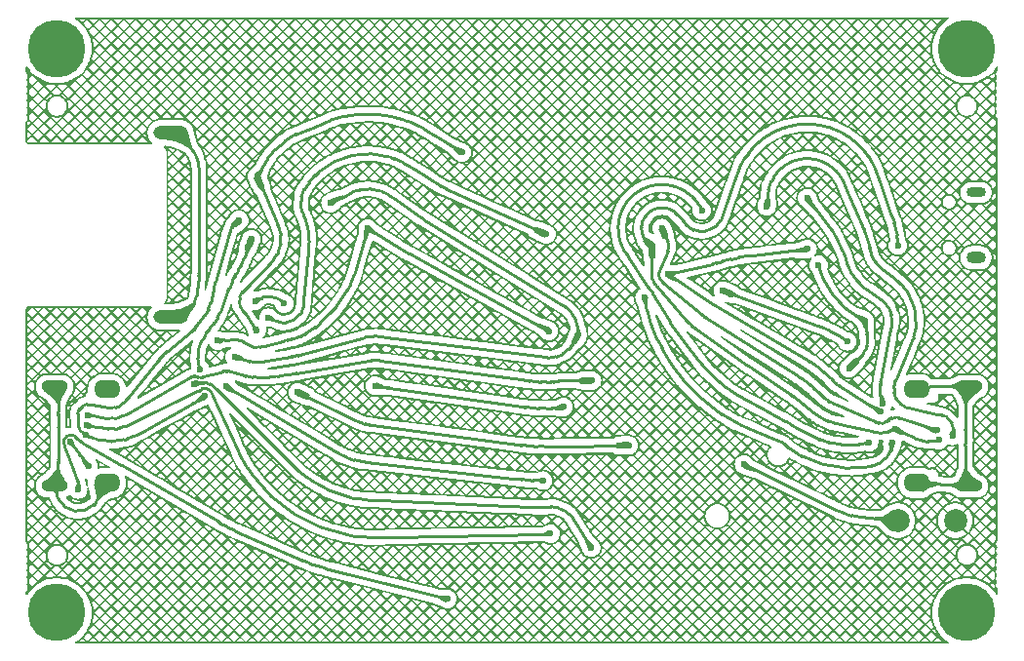
<source format=gbr>
%TF.GenerationSoftware,KiCad,Pcbnew,8.0.3*%
%TF.CreationDate,2024-07-18T08:38:12+12:00*%
%TF.ProjectId,USB Cable Tester,55534220-4361-4626-9c65-205465737465,rev?*%
%TF.SameCoordinates,Original*%
%TF.FileFunction,Copper,L2,Bot*%
%TF.FilePolarity,Positive*%
%FSLAX46Y46*%
G04 Gerber Fmt 4.6, Leading zero omitted, Abs format (unit mm)*
G04 Created by KiCad (PCBNEW 8.0.3) date 2024-07-18 08:38:12*
%MOMM*%
%LPD*%
G01*
G04 APERTURE LIST*
%TA.AperFunction,ComponentPad*%
%ADD10O,3.000000X1.200000*%
%TD*%
%TA.AperFunction,ComponentPad*%
%ADD11C,2.000000*%
%TD*%
%TA.AperFunction,ComponentPad*%
%ADD12O,2.300000X1.000000*%
%TD*%
%TA.AperFunction,ComponentPad*%
%ADD13O,2.300000X1.600000*%
%TD*%
%TA.AperFunction,ComponentPad*%
%ADD14O,1.700000X1.000000*%
%TD*%
%TA.AperFunction,ComponentPad*%
%ADD15O,1.700000X0.850000*%
%TD*%
%TA.AperFunction,ComponentPad*%
%ADD16C,0.400000*%
%TD*%
%TA.AperFunction,ComponentPad*%
%ADD17C,5.000000*%
%TD*%
%TA.AperFunction,ViaPad*%
%ADD18C,0.600000*%
%TD*%
%TA.AperFunction,Conductor*%
%ADD19C,0.250000*%
%TD*%
G04 APERTURE END LIST*
D10*
%TO.P,J1,10,SHIELD*%
%TO.N,/SHLD*%
X12874879Y-10333300D03*
X12874879Y-26333300D03*
%TD*%
D11*
%TO.P,TP1,1,1*%
%TO.N,+3V0*%
X76000000Y-44000000D03*
%TD*%
%TO.P,TP2,1,1*%
%TO.N,GND*%
X81000000Y-44000000D03*
%TD*%
D12*
%TO.P,J2,S1,SHIELD*%
%TO.N,/SHLD*%
X2799989Y-32346659D03*
D13*
X7350154Y-32606756D03*
X7350154Y-40726898D03*
D12*
X2799989Y-40986741D03*
%TD*%
D14*
%TO.P,J3,6,Shield*%
%TO.N,Net-(D26-K)*%
X82800000Y-21158300D03*
D15*
X82800000Y-15508300D03*
%TD*%
D12*
%TO.P,J4,S1,SHIELD*%
%TO.N,Net-(D26-K)*%
X82200011Y-40986741D03*
D13*
X77649846Y-40726644D03*
X77649846Y-32606502D03*
D12*
X82200011Y-32346659D03*
%TD*%
D16*
%TO.P,M4,*%
%TO.N,*%
X3000000Y-5000000D03*
X1585786Y-4414214D03*
X4414214Y-4414214D03*
X1000000Y-3000000D03*
D17*
X3000000Y-3000000D03*
D16*
X5000000Y-3000000D03*
X1585786Y-1585786D03*
X4414214Y-1585786D03*
X3000000Y-1000000D03*
%TD*%
%TO.P,M4,*%
%TO.N,*%
X82000000Y-5000000D03*
X80585786Y-4414214D03*
X83414214Y-4414214D03*
X80000000Y-3000000D03*
D17*
X82000000Y-3000000D03*
D16*
X84000000Y-3000000D03*
X80585786Y-1585786D03*
X83414214Y-1585786D03*
X82000000Y-1000000D03*
%TD*%
%TO.P,M4,*%
%TO.N,*%
X82000000Y-54000000D03*
X80585786Y-53414214D03*
X83414214Y-53414214D03*
X80000000Y-52000000D03*
D17*
X82000000Y-52000000D03*
D16*
X84000000Y-52000000D03*
X80585786Y-50585786D03*
X83414214Y-50585786D03*
X82000000Y-50000000D03*
%TD*%
%TO.P,M4,*%
%TO.N,*%
X3000000Y-54000000D03*
X1585786Y-53414214D03*
X4414214Y-53414214D03*
X1000000Y-52000000D03*
D17*
X3000000Y-52000000D03*
D16*
X5000000Y-52000000D03*
X1585786Y-50585786D03*
X4414214Y-50585786D03*
X3000000Y-50000000D03*
%TD*%
D18*
%TO.N,+3V0*%
X62651700Y-39115700D03*
%TO.N,Net-(D1-K)*%
X68136500Y-15978300D03*
X74722000Y-33817900D03*
%TO.N,Net-(D7-K)*%
X80741100Y-36638200D03*
X64617100Y-16712400D03*
%TO.N,Net-(D9-K)*%
X73142600Y-26644400D03*
X71761100Y-30768600D03*
X69126400Y-21796600D03*
%TO.N,Net-(D15-K)*%
X74502800Y-34523300D03*
X56051100Y-22617100D03*
X68163000Y-20399700D03*
%TO.N,/TX2+*%
X30614900Y-32278600D03*
X46959000Y-34127700D03*
%TO.N,/RX2-*%
X23898200Y-32863900D03*
X20200000Y-24918000D03*
X52639500Y-37471600D03*
X22731900Y-25154500D03*
%TO.N,/TX1+*%
X29981900Y-18616900D03*
X16972800Y-28361500D03*
X45710900Y-27531700D03*
%TO.N,/TX1-*%
X26752300Y-16423600D03*
X48185100Y-28038400D03*
X18439000Y-29791600D03*
%TO.N,/RX1-*%
X5714700Y-34823800D03*
X49450600Y-31843500D03*
%TO.N,/D-*%
X5539400Y-36554900D03*
X18822700Y-17895500D03*
X15801700Y-33202800D03*
%TO.N,/D+*%
X19884400Y-19555400D03*
X15434300Y-30879200D03*
%TO.N,/CC2*%
X4838900Y-41298100D03*
X36904200Y-50805000D03*
%TO.N,/CC1*%
X14899300Y-32136700D03*
X49386600Y-46357100D03*
%TO.N,/SBU1*%
X17690500Y-32340600D03*
X45210200Y-40525100D03*
%TO.N,/SBU2*%
X45849900Y-45137200D03*
X5610200Y-35715100D03*
%TO.N,Net-(D22-K)*%
X58977700Y-17047900D03*
X73515200Y-37200500D03*
%TO.N,Net-(D20-K)*%
X60802500Y-24021300D03*
X71620900Y-28427700D03*
%TO.N,Net-(D24-K)*%
X79442500Y-36157900D03*
X55515200Y-18598700D03*
%TO.N,Net-(D25-K)*%
X75524300Y-37199500D03*
X54020400Y-24594600D03*
%TO.N,Net-(D28-K)*%
X54685400Y-20163700D03*
X79559700Y-37012900D03*
X75799000Y-36032500D03*
X76000300Y-20105100D03*
%TO.N,/VBUS*%
X20374500Y-14113400D03*
X20355300Y-27451900D03*
X38153200Y-12022100D03*
%TO.N,/USB_GND*%
X4195600Y-37183200D03*
X45494300Y-19136300D03*
X21376300Y-26376700D03*
X5731100Y-39267700D03*
%TD*%
D19*
%TO.N,+3V0*%
X70108073Y-42789752D02*
X70633593Y-43048713D01*
X62651700Y-39115700D02*
X70108073Y-42789752D01*
X72577200Y-43658950D02*
X72868700Y-43687997D01*
X72868700Y-43687997D02*
X73451700Y-43746088D01*
X71440738Y-43388246D02*
X72004048Y-43549349D01*
X73451700Y-43746088D02*
X76000000Y-44000000D01*
X70633593Y-43048713D02*
X70896350Y-43178200D01*
X72577200Y-43658950D02*
G75*
G02*
X72004047Y-43549353I323300J3244250D01*
G01*
X71440738Y-43388246D02*
G75*
G02*
X70896351Y-43178198I895762J3132046D01*
G01*
%TO.N,Net-(D1-K)*%
X74451600Y-32707600D02*
X74451600Y-32761350D01*
X71579149Y-21637400D02*
X71482528Y-21251492D01*
X74551422Y-33369865D02*
X74484876Y-33067432D01*
X75415940Y-26095701D02*
X75166262Y-25472206D01*
X73299927Y-23904215D02*
X72939150Y-23644000D01*
X73951792Y-24374408D02*
X73916110Y-24348669D01*
X70565902Y-19229598D02*
X70625010Y-19350993D01*
X68136500Y-15978300D02*
X70200112Y-18664390D01*
X75417894Y-27067898D02*
X75294976Y-27728294D01*
X74475973Y-32190752D02*
X74480249Y-32153299D01*
X75479350Y-26737700D02*
X75417894Y-27067898D01*
X70200112Y-18664390D02*
X70282403Y-18771497D01*
X71464946Y-21181012D02*
X71471986Y-21209203D01*
X71245380Y-20625008D02*
X71300395Y-20738002D01*
X71419990Y-21028267D02*
X71376912Y-20910040D01*
X74451600Y-32555950D02*
X74451600Y-32606500D01*
X73951792Y-24374408D02*
X74496598Y-24767402D01*
X74540518Y-31781602D02*
X75294976Y-27728294D01*
X70282403Y-18771497D02*
X70323550Y-18825050D01*
X71245380Y-20625008D02*
X70625010Y-19350993D01*
X74454476Y-32454931D02*
X74460225Y-32354046D01*
X74474124Y-32207347D02*
X74468849Y-32253399D01*
X71910641Y-22378737D02*
X72373355Y-23061458D01*
X70536350Y-19168900D02*
X70565902Y-19229598D01*
X74517550Y-31905050D02*
X74525204Y-31863900D01*
X74503672Y-31987589D02*
X74491229Y-32070295D01*
X71327900Y-20794500D02*
X71300395Y-20738002D01*
X71471986Y-21209203D02*
X71475500Y-21223300D01*
X74718350Y-33810050D02*
X74722000Y-33817900D01*
X74540518Y-31781602D02*
X74525204Y-31863900D01*
X74711066Y-33794342D02*
X74649700Y-33661650D01*
X71456750Y-21148250D02*
X71464946Y-21181012D01*
X74769000Y-24963900D02*
X74496598Y-24767402D01*
X70400241Y-18936026D02*
X70471271Y-19050794D01*
X73299927Y-23904215D02*
X73916110Y-24348669D01*
X74451600Y-32606500D02*
X74451600Y-32707600D01*
X71482528Y-21251492D02*
G75*
G02*
X71475500Y-21223300I14552772J3642792D01*
G01*
X72373355Y-23061458D02*
G75*
G03*
X72939149Y-23644002I1928545J1307058D01*
G01*
X74475973Y-32190752D02*
G75*
G03*
X74475050Y-32199050I1317527J-150748D01*
G01*
X74484876Y-33067432D02*
G75*
G02*
X74451610Y-32761350I1391024J306032D01*
G01*
X74769000Y-24963900D02*
G75*
G02*
X75166264Y-25472205I-677000J-938500D01*
G01*
X74474124Y-32207347D02*
G75*
G03*
X74475050Y-32199050I-1438224J164747D01*
G01*
X75479350Y-26737700D02*
G75*
G03*
X75415916Y-26095710I-1137850J211700D01*
G01*
X71456750Y-21148250D02*
G75*
G03*
X71419990Y-21028267I-1168750J-292450D01*
G01*
X74454476Y-32454931D02*
G75*
G03*
X74451602Y-32555950I1772324J-100969D01*
G01*
X74503672Y-31987589D02*
G75*
G02*
X74517551Y-31905050I2398128J-360811D01*
G01*
X70536350Y-19168900D02*
G75*
G03*
X70471273Y-19050793I-1199250J-583800D01*
G01*
X74468849Y-32253399D02*
G75*
G03*
X74460225Y-32354046I1756451J-201201D01*
G01*
X74491229Y-32070295D02*
G75*
G03*
X74480248Y-32153299I2321871J-349405D01*
G01*
X74551422Y-33369865D02*
G75*
G03*
X74649701Y-33661650I1390978J306065D01*
G01*
X71327900Y-20794500D02*
G75*
G02*
X71376908Y-20910041I-1090700J-530800D01*
G01*
X74711066Y-33794342D02*
G75*
G03*
X74718350Y-33810050I8399034J3885242D01*
G01*
X70323550Y-18825050D02*
G75*
G02*
X70400242Y-18936025I-1059750J-814350D01*
G01*
X71910641Y-22378737D02*
G75*
G02*
X71579162Y-21637397I1928859J1307237D01*
G01*
%TO.N,Net-(D7-K)*%
X75845193Y-31697797D02*
X75799700Y-31805650D01*
X75402248Y-22739038D02*
X74772632Y-22224482D01*
X75843471Y-33411071D02*
X76207632Y-33861634D01*
X77386700Y-28042800D02*
X77246504Y-28375201D01*
X74470283Y-21977420D02*
X74772632Y-22224482D01*
X76956098Y-34208406D02*
X77522493Y-34329926D01*
X77554976Y-27350736D02*
X77583050Y-26991100D01*
X75661400Y-32489450D02*
X75661400Y-32637250D01*
X80744771Y-36627998D02*
X80742325Y-36634800D01*
X80744771Y-36627998D02*
X80745993Y-36624597D01*
X75936174Y-31482088D02*
X75845193Y-31697797D01*
X75402248Y-22739038D02*
X75960912Y-23195584D01*
X64727133Y-15650100D02*
X64653777Y-16358300D01*
X73103890Y-18877102D02*
X73146860Y-19016510D01*
X75730998Y-32028232D02*
X75684600Y-32257672D01*
X74319100Y-21853900D02*
X74470283Y-21977420D01*
X79732900Y-34804199D02*
X79879250Y-34835600D01*
X69094539Y-12689982D02*
X69094600Y-12690000D01*
X72984774Y-18532572D02*
X73035521Y-18669316D01*
X75960912Y-23195584D02*
X76240250Y-23423850D01*
X80750872Y-36610990D02*
X80745993Y-36624597D01*
X75661400Y-32896150D02*
X75661400Y-32809850D01*
X76966118Y-29040006D02*
X75936174Y-31482088D01*
X64768950Y-15246400D02*
X64727133Y-15650100D01*
X80742325Y-36634800D02*
X80741100Y-36638200D01*
X79440200Y-34741396D02*
X77522493Y-34329926D01*
X73643792Y-20650307D02*
X73614150Y-20544150D01*
X70398244Y-13406244D02*
X70684341Y-13657839D01*
X64617100Y-16712400D02*
X64653777Y-16358300D01*
X73661754Y-20720685D02*
X73702099Y-20881850D01*
X80796449Y-36483699D02*
X80750872Y-36610990D01*
X77246504Y-28375201D02*
X76966118Y-29040006D01*
X80652358Y-35484664D02*
X80652347Y-35484645D01*
X80145918Y-34956038D02*
X80266200Y-35045049D01*
X73854099Y-21235999D02*
X74063281Y-21565570D01*
X71275301Y-14607599D02*
X71580204Y-15305796D01*
X66225249Y-13136149D02*
X66225295Y-13136119D01*
X72842726Y-18196830D02*
X71580204Y-15305796D01*
X79440200Y-34741396D02*
X79732900Y-34804199D01*
X71122850Y-14258500D02*
X71275301Y-14607599D01*
X76712586Y-23956879D02*
X76905619Y-24261730D01*
X73103890Y-18877102D02*
X73082400Y-18807400D01*
X76672900Y-34147650D02*
X76956098Y-34208406D01*
X72842726Y-18196830D02*
X72901081Y-18330507D01*
X73654713Y-20692496D02*
X73661754Y-20720685D01*
X72930250Y-18397350D02*
X72901081Y-18330507D01*
X73654713Y-20692496D02*
X73651200Y-20678400D01*
X73146860Y-19016510D02*
X73543862Y-20304786D01*
X80822399Y-36044500D02*
X80834649Y-36193642D01*
X75661400Y-32637250D02*
X75661400Y-32809850D01*
X65004384Y-14540976D02*
X65200608Y-14214385D01*
X69094539Y-12689982D02*
G75*
G03*
X67610297Y-12593929I-958039J-3288418D01*
G01*
X73854099Y-21235999D02*
G75*
G02*
X73702113Y-20881847I1020401J647599D01*
G01*
X77583050Y-26991100D02*
G75*
G03*
X77465391Y-25571559I-4440450J346600D01*
G01*
X73082400Y-18807400D02*
G75*
G03*
X73035522Y-18669316I-2481400J-765400D01*
G01*
X76712586Y-23956879D02*
G75*
G03*
X76240248Y-23423853I-1881086J-1191121D01*
G01*
X74319100Y-21853900D02*
G75*
G02*
X74063291Y-21565564I764500J935900D01*
G01*
X75730998Y-32028232D02*
G75*
G02*
X75799697Y-31805649I1145202J-231568D01*
G01*
X80145918Y-34956038D02*
G75*
G03*
X79879248Y-34835609I-411918J-556662D01*
G01*
X76672900Y-34147650D02*
G75*
G02*
X76207621Y-33861643I171800J800950D01*
G01*
X80652358Y-35484664D02*
G75*
G02*
X80822391Y-36044501I-1209658J-673136D01*
G01*
X66225249Y-13136149D02*
G75*
G03*
X65200602Y-14214381I1911151J-2842151D01*
G01*
X65004384Y-14540976D02*
G75*
G03*
X64768960Y-15246401I1467716J-881824D01*
G01*
X76905619Y-24261730D02*
G75*
G02*
X77465382Y-25571562I-3763019J-2382670D01*
G01*
X72984774Y-18532572D02*
G75*
G03*
X72930250Y-18397350I-2449874J-909228D01*
G01*
X80652347Y-35484645D02*
G75*
G03*
X80266187Y-35045067I-1209547J-673155D01*
G01*
X73643792Y-20650307D02*
G75*
G02*
X73651201Y-20678400I-970892J-271093D01*
G01*
X75843471Y-33411071D02*
G75*
G02*
X75661439Y-32896150I637129J514871D01*
G01*
X73614150Y-20544150D02*
G75*
G03*
X73543863Y-20304786I-9031350J-2521950D01*
G01*
X80796449Y-36483699D02*
G75*
G03*
X80834652Y-36193642I-651849J233399D01*
G01*
X67610300Y-12593950D02*
G75*
G03*
X66225285Y-13136104I526200J-3384450D01*
G01*
X75661400Y-32489450D02*
G75*
G02*
X75684592Y-32257670I1169300J50D01*
G01*
X77554976Y-27350736D02*
G75*
G02*
X77386689Y-28042796I-2219976J173336D01*
G01*
X71122850Y-14258500D02*
G75*
G03*
X70684334Y-13657846I-1569450J-685400D01*
G01*
X70398244Y-13406244D02*
G75*
G03*
X69094601Y-12689997I-2261444J-2571556D01*
G01*
%TO.N,Net-(D9-K)*%
X73286776Y-27833814D02*
X73142600Y-26644400D01*
X72863205Y-29624704D02*
X72998200Y-29484600D01*
X73333569Y-28220103D02*
X73356950Y-28413250D01*
X69601649Y-23132950D02*
X69452374Y-22817474D01*
X69133497Y-21824900D02*
X69140588Y-21853202D01*
X73286776Y-27833814D02*
X73333569Y-28220103D01*
X69128175Y-21803675D02*
X69126400Y-21796600D01*
X69218300Y-22163450D02*
X69140588Y-21853202D01*
X72593220Y-29904918D02*
X71761100Y-30768600D01*
X70316238Y-24324383D02*
X70316250Y-24324400D01*
X69131723Y-21817825D02*
X69133497Y-21824900D01*
X73194964Y-29160005D02*
X73318535Y-28790892D01*
X72427547Y-26216677D02*
X72904249Y-26501825D01*
X71508657Y-25587604D02*
X71249825Y-25353328D01*
X69128175Y-21803675D02*
X69131723Y-21817825D01*
X72863205Y-29624704D02*
X72593220Y-29904918D01*
X72427547Y-26216677D02*
X72066900Y-26000950D01*
X72904249Y-26501825D02*
X73142600Y-26644400D01*
X73356950Y-28413250D02*
G75*
G02*
X73318517Y-28790886I-857050J-103550D01*
G01*
X69218300Y-22163450D02*
G75*
G03*
X69452373Y-22817475I3434100J860150D01*
G01*
X70316238Y-24324383D02*
G75*
G02*
X69601648Y-23132950I5683762J4218983D01*
G01*
X71249825Y-25353328D02*
G75*
G02*
X70316247Y-24324402I4749675J5247528D01*
G01*
X71508657Y-25587604D02*
G75*
G03*
X72066902Y-26000946I2375043J2624004D01*
G01*
X73194964Y-29160005D02*
G75*
G02*
X72998193Y-29484593I-817764J273805D01*
G01*
%TO.N,Net-(D15-K)*%
X67361192Y-29586210D02*
X68032098Y-29981402D01*
X64075502Y-20875830D02*
X68163000Y-20399700D01*
X60432908Y-21566930D02*
X60759199Y-21466949D01*
X74330398Y-34444102D02*
X74349500Y-34456050D01*
X56051100Y-22617100D02*
X59918307Y-21703449D01*
X70471808Y-31958191D02*
X70473582Y-31960117D01*
X64075502Y-20875830D02*
X63330600Y-20962607D01*
X62958150Y-21006000D02*
X63330600Y-20962607D01*
X70473582Y-31960117D02*
X70498858Y-31987541D01*
X74292193Y-34420208D02*
X70930329Y-32318010D01*
X74471500Y-34513099D02*
X74487955Y-34518482D01*
X69005983Y-30621086D02*
X69612011Y-31110109D01*
X68032098Y-29981402D02*
X68367550Y-30179000D01*
X60432908Y-21566930D02*
X60400702Y-21576807D01*
X74429702Y-34496564D02*
X74389010Y-34477541D01*
X70414158Y-31895638D02*
X70442989Y-31926909D01*
X70781300Y-32224900D02*
X70830982Y-32255927D01*
X70498858Y-31987541D02*
X70511500Y-32001250D01*
X61484677Y-21280179D02*
X62218705Y-21126323D01*
X70442989Y-31926909D02*
X70471808Y-31958191D01*
X70830982Y-32255927D02*
X70930329Y-32318010D01*
X60352242Y-21591105D02*
X60218849Y-21627249D01*
X56051100Y-22617100D02*
X59955662Y-25218852D01*
X74292193Y-34420208D02*
X74330398Y-34444102D01*
X70596277Y-32081681D02*
X70686511Y-32156509D01*
X67361192Y-29586210D02*
X60093435Y-25305237D01*
X74502800Y-34523300D02*
X74497850Y-34521700D01*
X70179000Y-31640750D02*
X70414158Y-31895638D01*
X60400702Y-21576807D02*
X60384600Y-21581750D01*
X70781300Y-32224900D02*
G75*
G02*
X70686511Y-32156509I459900J737300D01*
G01*
X61484677Y-21280179D02*
G75*
G03*
X60759199Y-21466950I1694723J-8085221D01*
G01*
X70179000Y-31640750D02*
G75*
G03*
X69612010Y-31110110I-3894500J-3593050D01*
G01*
X60023950Y-25263000D02*
G75*
G02*
X59955661Y-25218853I1561250J2489900D01*
G01*
X60218849Y-21627249D02*
G75*
G02*
X59918307Y-21703449I-2487249J9179249D01*
G01*
X70511500Y-32001250D02*
G75*
G03*
X70596281Y-32081677I643700J593650D01*
G01*
X60023950Y-25263000D02*
G75*
G03*
X60093436Y-25305236I1559150J2486800D01*
G01*
X62958150Y-21006000D02*
G75*
G03*
X62218704Y-21126320I957250J-8215300D01*
G01*
X74497850Y-34521700D02*
G75*
G02*
X74487955Y-34518482I975750J3017200D01*
G01*
X60384600Y-21581750D02*
G75*
G02*
X60352242Y-21591105I-295500J961450D01*
G01*
X74471500Y-34513099D02*
G75*
G02*
X74429701Y-34496566I115300J352599D01*
G01*
X68367550Y-30179000D02*
G75*
G02*
X69005983Y-30621086I-2690650J-4567700D01*
G01*
X74389010Y-34477541D02*
G75*
G02*
X74349498Y-34456053I156390J334641D01*
G01*
%TO.N,/TX2+*%
X46952975Y-34128825D02*
X46940924Y-34131069D01*
X44890839Y-34238474D02*
X44276919Y-34201423D01*
X46959000Y-34127700D02*
X46952975Y-34128825D01*
X43665600Y-34139500D02*
X43361200Y-34096097D01*
X45891898Y-34242370D02*
X45852299Y-34243192D01*
X30614900Y-32278600D02*
X42752400Y-34009290D01*
X46910792Y-34136660D02*
X46800899Y-34156999D01*
X46934897Y-34132189D02*
X46910792Y-34136660D01*
X45852299Y-34243192D02*
X45812700Y-34244009D01*
X42752400Y-34009290D02*
X43361200Y-34096097D01*
X46531338Y-34195728D02*
X46260366Y-34223570D01*
X45812700Y-34244009D02*
X45773100Y-34244836D01*
X45891898Y-34242370D02*
X45988550Y-34240350D01*
X45773100Y-34244836D02*
X45505250Y-34250500D01*
X46934897Y-34132189D02*
X46940924Y-34131069D01*
X44890839Y-34238474D02*
G75*
G03*
X45505250Y-34250501I454861J7537274D01*
G01*
X43665600Y-34139500D02*
G75*
G03*
X44276919Y-34201422I1066500J7480400D01*
G01*
X45988550Y-34240350D02*
G75*
G03*
X46260366Y-34223573I-69950J3343550D01*
G01*
X46531338Y-34195728D02*
G75*
G03*
X46800898Y-34156996I-345438J3361528D01*
G01*
%TO.N,/RX2-*%
X46409598Y-37553082D02*
X52639500Y-37471600D01*
X20814076Y-24621178D02*
X20732231Y-24660737D01*
X44051532Y-37510023D02*
X44724678Y-37550476D01*
X23898200Y-32863900D02*
X28895614Y-35252968D01*
X20732231Y-24660737D02*
X20486575Y-24779477D01*
X46409598Y-37553082D02*
X45735399Y-37561895D01*
X22723488Y-25145210D02*
X22522299Y-24924100D01*
X20486575Y-24779477D02*
X20295525Y-24871825D01*
X22020703Y-24642300D02*
X21425481Y-24527096D01*
X20814076Y-24621178D02*
X20854999Y-24601399D01*
X29765552Y-35599383D02*
X29508372Y-35522724D01*
X45735399Y-37561895D02*
X45398300Y-37566300D01*
X30027050Y-35655500D02*
X30159998Y-35673307D01*
X28895614Y-35252968D02*
X29137703Y-35368692D01*
X30159998Y-35673307D02*
X30425894Y-35708930D01*
X43046698Y-37400210D02*
X43380850Y-37445000D01*
X22729100Y-25151400D02*
X22731900Y-25154500D01*
X20200000Y-24918000D02*
X20295525Y-24871825D01*
X29258750Y-35426550D02*
X29137703Y-35368692D01*
X42378394Y-37310642D02*
X43046698Y-37400210D01*
X42378394Y-37310642D02*
X30425894Y-35708930D01*
X20854999Y-24601399D02*
G75*
G02*
X21425482Y-24527089I397101J-821601D01*
G01*
X30027050Y-35655500D02*
G75*
G02*
X29765553Y-35599380I226950J1694800D01*
G01*
X29258750Y-35426550D02*
G75*
G03*
X29508373Y-35522720I739550J1547550D01*
G01*
X22522299Y-24924100D02*
G75*
G03*
X22020701Y-24642310I-674999J-614200D01*
G01*
X44724678Y-37550476D02*
G75*
G03*
X45398300Y-37566303I553322J9207376D01*
G01*
X44051532Y-37510023D02*
G75*
G02*
X43380850Y-37445000I551968J9184623D01*
G01*
X22729100Y-25151400D02*
G75*
G03*
X22723488Y-25145210I-1851700J-1673100D01*
G01*
%TO.N,/TX1+*%
X28228050Y-23961000D02*
X28452606Y-23535684D01*
X19387903Y-28597142D02*
X19549084Y-28693574D01*
X18721536Y-28302196D02*
X18928452Y-28356800D01*
X21010084Y-28811340D02*
X20723096Y-28884985D01*
X18404200Y-28279807D02*
X18190300Y-28284730D01*
X19123700Y-28439050D02*
X19226726Y-28500703D01*
X16978274Y-28360524D02*
X16974625Y-28361175D01*
X19226726Y-28500703D02*
X19387903Y-28597142D01*
X16972800Y-28361500D02*
X16974625Y-28361175D01*
X24202399Y-27944699D02*
X24175199Y-27958698D01*
X20723096Y-28884985D02*
X20579600Y-28921800D01*
X45710900Y-27531700D02*
X33593908Y-20842080D01*
X23584405Y-28193530D02*
X23827096Y-28114767D01*
X16987398Y-28358896D02*
X16980099Y-28360198D01*
X16987398Y-28358896D02*
X17056550Y-28346550D01*
X24175199Y-27958698D02*
X24147998Y-27972696D01*
X16980099Y-28360198D02*
X16978274Y-28360524D01*
X29213756Y-21262486D02*
X28945489Y-22186396D01*
X19722700Y-28797450D02*
X19549084Y-28693574D01*
X25806699Y-26900599D02*
X25432279Y-27202475D01*
X22744005Y-28366321D02*
X22633020Y-28394784D01*
X17364914Y-28309723D02*
X17210274Y-28325177D01*
X29981900Y-18616900D02*
X32658319Y-20291722D01*
X17752800Y-28294818D02*
X17597500Y-28298404D01*
X23229102Y-28268913D02*
X23211000Y-28271703D01*
X29213756Y-21262486D02*
X29981900Y-18616900D01*
X24147998Y-27972696D02*
X24061799Y-28017049D01*
X18404200Y-28279807D02*
X18511150Y-28277350D01*
X23211000Y-28271703D02*
X23192899Y-28274494D01*
X27167273Y-25554221D02*
X27167226Y-25554277D01*
X23136249Y-28283199D02*
X23174796Y-28277279D01*
X18190300Y-28284730D02*
X17752800Y-28294818D01*
X19996378Y-28894775D02*
X20289492Y-28937320D01*
X23337050Y-28252300D02*
X23229102Y-28268913D01*
X22744005Y-28366321D02*
X22799500Y-28352100D01*
X28811350Y-22648350D02*
X28945489Y-22186396D01*
X24630099Y-27724549D02*
X24229598Y-27930698D01*
X17519850Y-28300200D02*
X17597500Y-28298404D01*
X21010084Y-28811340D02*
X22633020Y-28394784D01*
X23192899Y-28274494D02*
X23174796Y-28277279D01*
X22911122Y-28326405D02*
X23023451Y-28303399D01*
X24229598Y-27930698D02*
X24202399Y-27944699D01*
X28811350Y-22648350D02*
G75*
G02*
X28452610Y-23535686I-4532250J1316150D01*
G01*
X23337050Y-28252300D02*
G75*
G03*
X23584405Y-28193529I-240350J1561500D01*
G01*
X19123700Y-28439050D02*
G75*
G03*
X18928453Y-28356797I-388000J-648150D01*
G01*
X20579600Y-28921800D02*
G75*
G02*
X20289493Y-28937314I-183800J716800D01*
G01*
X22911122Y-28326405D02*
G75*
G03*
X22799500Y-28352098I473978J-2314495D01*
G01*
X27167273Y-25554221D02*
G75*
G03*
X28228053Y-23961002I-7281173J5997621D01*
G01*
X23136249Y-28283199D02*
G75*
G03*
X23023451Y-28303399I350451J-2282001D01*
G01*
X33122350Y-20573300D02*
G75*
G03*
X33593908Y-20842081I10110650J17190400D01*
G01*
X24630099Y-27724549D02*
G75*
G03*
X25432275Y-27202471I-2159599J4195549D01*
G01*
X18721536Y-28302196D02*
G75*
G03*
X18511150Y-28277354I-193036J-731504D01*
G01*
X17210274Y-28325177D02*
G75*
G03*
X17056550Y-28346548I200226J-2003823D01*
G01*
X24061799Y-28017049D02*
G75*
G02*
X23827094Y-28114762I-721399J1402049D01*
G01*
X17364914Y-28309723D02*
G75*
G02*
X17519850Y-28300201I201986J-2021277D01*
G01*
X33122350Y-20573300D02*
G75*
G02*
X32658320Y-20291721I10013150J17024400D01*
G01*
X19996378Y-28894775D02*
G75*
G02*
X19722704Y-28797444I106322J732375D01*
G01*
X25806699Y-26900599D02*
G75*
G03*
X27167228Y-25554279I-5921799J7344899D01*
G01*
%TO.N,/TX1-*%
X46713887Y-25182118D02*
X47041497Y-25385204D01*
X47933028Y-28382948D02*
X48185100Y-28038400D01*
X18455329Y-29796616D02*
X18520888Y-29817339D01*
X18897318Y-29931559D02*
X19292284Y-30043848D01*
X18439000Y-29791600D02*
X18444450Y-29793250D01*
X31145901Y-28026591D02*
X31558804Y-28078164D01*
X23428150Y-29745300D02*
X23437200Y-29743904D01*
X19292284Y-30043848D02*
X19593896Y-30129612D01*
X23752230Y-29684729D02*
X23626766Y-29711171D01*
X28419604Y-15569008D02*
X28628200Y-15462100D01*
X31132387Y-15390945D02*
X31353197Y-15469674D01*
X19593896Y-30129612D02*
X19744700Y-30172500D01*
X47205300Y-25486750D02*
X47041497Y-25385204D01*
X30939450Y-28000800D02*
X31145901Y-28026591D01*
X20830896Y-30194881D02*
X20676400Y-30221650D01*
X29066447Y-15308255D02*
X29296182Y-15261292D01*
X21139886Y-30141326D02*
X23329595Y-29761667D01*
X31765500Y-15683600D02*
X31957006Y-15818790D01*
X31957006Y-15818790D02*
X32340026Y-16089160D01*
X23389250Y-29751600D02*
X23410063Y-29748183D01*
X48187428Y-28026550D02*
X48185875Y-28034450D01*
X48221850Y-27261350D02*
X48242470Y-27452883D01*
X48026945Y-26524739D02*
X48026965Y-26524785D01*
X31558804Y-28078164D02*
X44806094Y-29732534D01*
X47621200Y-25879800D02*
X47495168Y-25734071D01*
X48191328Y-28006804D02*
X48188207Y-28022601D01*
X29501097Y-28140890D02*
X29099290Y-28249062D01*
X48185875Y-28034450D02*
X48185100Y-28038400D01*
X47933028Y-28382948D02*
X47563882Y-28887487D01*
X44806094Y-29732534D02*
X45426398Y-29810008D01*
X29702000Y-28086800D02*
X29501097Y-28140890D01*
X47563882Y-28887487D02*
X47379300Y-29139750D01*
X45736550Y-29848750D02*
X45426398Y-29810008D01*
X32340026Y-16089160D02*
X34140858Y-17360287D01*
X23876950Y-29654850D02*
X23938896Y-29638187D01*
X30525444Y-27989426D02*
X30110455Y-28018272D01*
X46333671Y-29763637D02*
X46907709Y-29515870D01*
X20365318Y-30240150D02*
X20052066Y-30223647D01*
X23455302Y-29741115D02*
X23437200Y-29743904D01*
X24062786Y-29604850D02*
X29099290Y-28249062D01*
X21139886Y-30141326D02*
X20830896Y-30194881D01*
X26752300Y-16423600D02*
X28002416Y-15782832D01*
X48187428Y-28026550D02*
X48188207Y-28022601D01*
X48225649Y-27833549D02*
X48191328Y-28006804D01*
X18670450Y-29864250D02*
X18569635Y-29833082D01*
X28419604Y-15569008D02*
X28002416Y-15782832D01*
X24062786Y-29604850D02*
X23938896Y-29638187D01*
X46713887Y-25182118D02*
X34805916Y-17800580D01*
X23455302Y-29741115D02*
X23500599Y-29734149D01*
X23876950Y-29654850D02*
G75*
G02*
X23752229Y-29684727I-607450J2260550D01*
G01*
X30525444Y-27989426D02*
G75*
G02*
X30939450Y-28000803I148456J-2136174D01*
G01*
X18455329Y-29796616D02*
G75*
G03*
X18444450Y-29793250I-278129J-879684D01*
G01*
X47379300Y-29139750D02*
G75*
G02*
X46907702Y-29515853I-926600J678150D01*
G01*
X29066447Y-15308255D02*
G75*
G03*
X28628200Y-15462099I343153J-1678645D01*
G01*
X34470100Y-17585400D02*
G75*
G03*
X34805916Y-17800580I7369300J11131100D01*
G01*
X23428150Y-29745300D02*
G75*
G03*
X23410063Y-29748183I293950J-1902400D01*
G01*
X23389250Y-29751600D02*
G75*
G03*
X23329595Y-29761667I1081950J-6593500D01*
G01*
X18670450Y-29864250D02*
G75*
G03*
X18897318Y-29931558I3061350J9902550D01*
G01*
X20365318Y-30240150D02*
G75*
G03*
X20676398Y-30221641I73282J1391750D01*
G01*
X48242470Y-27452883D02*
G75*
G02*
X48225651Y-27833549I-1255870J-135217D01*
G01*
X18545250Y-29825250D02*
G75*
G03*
X18520888Y-29817339I-520650J-1561950D01*
G01*
X47621200Y-25879800D02*
G75*
G02*
X48026943Y-26524740I-1909500J-1651400D01*
G01*
X34470100Y-17585400D02*
G75*
G02*
X34140857Y-17360288I7380400J11147700D01*
G01*
X31765500Y-15683600D02*
G75*
G03*
X31353200Y-15469666I-987100J-1398100D01*
G01*
X23626766Y-29711171D02*
G75*
G02*
X23500599Y-29734148I-479966J2277671D01*
G01*
X20052066Y-30223647D02*
G75*
G02*
X19744699Y-30172504I73134J1388747D01*
G01*
X29702000Y-28086800D02*
G75*
G02*
X30110455Y-28018269I557000J-2068300D01*
G01*
X47495168Y-25734071D02*
G75*
G03*
X47205298Y-25486753I-955468J-826329D01*
G01*
X31132387Y-15390945D02*
G75*
G03*
X30223150Y-15200449I-1150787J-3227555D01*
G01*
X46333671Y-29763637D02*
G75*
G02*
X45736548Y-29848766I-454871J1053837D01*
G01*
X18569635Y-29833082D02*
G75*
G02*
X18545250Y-29825249I349065J1128582D01*
G01*
X30223150Y-15200450D02*
G75*
G03*
X29296182Y-15261291I-241350J-3414850D01*
G01*
X48221850Y-27261350D02*
G75*
G03*
X48026965Y-26524785I-2511150J-270350D01*
G01*
%TO.N,/RX1-*%
X18075669Y-31069232D02*
X18080550Y-31070600D01*
X46564504Y-31865728D02*
X46593500Y-31860350D01*
X46969899Y-31831703D02*
X47077898Y-31832212D01*
X15282850Y-31539350D02*
X15203726Y-31515214D01*
X18101273Y-31076316D02*
X18992292Y-31318228D01*
X23720000Y-31206800D02*
X23672538Y-31214528D01*
X21609200Y-31504600D02*
X21529699Y-31506989D01*
X5922700Y-34857250D02*
X5948995Y-34863666D01*
X22319904Y-31424330D02*
X22162701Y-31448707D01*
X15376424Y-31554024D02*
X15472066Y-31555474D01*
X19429700Y-31437000D02*
X19283898Y-31397407D01*
X20779498Y-31529458D02*
X20477499Y-31538489D01*
X15031000Y-31462500D02*
X15154228Y-31500111D01*
X6064853Y-34886525D02*
X6902496Y-35014424D01*
X8763250Y-34879950D02*
X8947500Y-34773901D01*
X21529699Y-31506989D02*
X21370698Y-31511759D01*
X43750201Y-31832188D02*
X44000400Y-31866550D01*
X5804423Y-34834808D02*
X5863675Y-34844991D01*
X20477499Y-31538489D02*
X20326500Y-31543000D01*
X14619850Y-31509150D02*
X14558403Y-31544506D01*
X22084100Y-31460900D02*
X22162701Y-31448707D01*
X14558403Y-31544506D02*
X14435514Y-31615226D01*
X49450600Y-31843500D02*
X47077898Y-31832212D01*
X23832907Y-31187849D02*
X30065794Y-30110464D01*
X9316002Y-34561804D02*
X8947500Y-34773901D01*
X5714849Y-34823515D02*
X5744700Y-34826599D01*
X45893649Y-31945799D02*
X45843700Y-31946858D01*
X45007165Y-31944627D02*
X44502726Y-31915472D01*
X46516298Y-31874689D02*
X46492192Y-31879156D01*
X43249806Y-31763452D02*
X43750201Y-31832188D01*
X43249806Y-31763452D02*
X31088700Y-30092696D01*
X30235098Y-30081191D02*
X30065794Y-30110464D01*
X17792006Y-31013000D02*
X17608940Y-31011600D01*
X15566050Y-31543600D02*
X15612200Y-31531001D01*
X46969899Y-31831703D02*
X46915900Y-31831450D01*
X46540401Y-31870207D02*
X46516298Y-31874689D01*
X30918400Y-30069299D02*
X30833250Y-30057600D01*
X20025476Y-31529772D02*
X19725538Y-31494329D01*
X15704500Y-31505806D02*
X15612200Y-31531001D01*
X45843700Y-31946858D02*
X45804000Y-31947714D01*
X45804000Y-31947714D02*
X45764299Y-31948582D01*
X45724598Y-31949432D02*
X45511799Y-31953899D01*
X17429100Y-31035050D02*
X17340793Y-31059176D01*
X45764299Y-31948582D02*
X45724598Y-31949432D01*
X30490295Y-30050400D02*
X30662163Y-30047400D01*
X46564504Y-31865728D02*
X46540401Y-31870207D01*
X15178977Y-31507664D02*
X15203726Y-31515214D01*
X5714700Y-34823650D02*
X5714700Y-34823800D01*
X30319750Y-30066550D02*
X30235098Y-30081191D01*
X9316002Y-34561804D02*
X14435514Y-31615226D01*
X46808115Y-31836021D02*
X46700390Y-31845678D01*
X7532950Y-35110700D02*
X7322799Y-35078606D01*
X17340793Y-31059176D02*
X17164174Y-31107406D01*
X6017137Y-34878652D02*
X5993360Y-34873947D01*
X18053843Y-31062923D02*
X17971400Y-31039100D01*
X23642095Y-31219371D02*
X22319904Y-31424330D01*
X46250823Y-31916450D02*
X46072501Y-31934747D01*
X5961005Y-34866628D02*
X5969750Y-34868750D01*
X30918400Y-30069299D02*
X31088700Y-30092696D01*
X15154228Y-31500111D02*
X15178977Y-31507664D01*
X18992292Y-31318228D02*
X19283898Y-31397407D01*
X6902496Y-35014424D02*
X7322799Y-35078606D01*
X21767902Y-31494924D02*
X21926292Y-31480375D01*
X14751739Y-31465803D02*
X14892762Y-31449795D01*
X20779498Y-31529458D02*
X21370698Y-31511759D01*
X7952043Y-35103605D02*
X8370053Y-35025194D01*
X15704500Y-31505806D02*
X17164174Y-31107406D01*
X46428149Y-31890999D02*
X46492192Y-31879156D01*
X23654449Y-31217399D02*
X23646504Y-31218629D01*
X18080550Y-31070600D02*
G75*
G03*
X18101273Y-31076316I741450J2647700D01*
G01*
X5948995Y-34863666D02*
G75*
G02*
X5955000Y-34865150I-283595J-1160634D01*
G01*
X18075669Y-31069232D02*
G75*
G02*
X18064750Y-31066100I257731J919132D01*
G01*
X6064853Y-34886525D02*
G75*
G02*
X6040950Y-34882850I1949447J12759125D01*
G01*
X14751739Y-31465803D02*
G75*
G03*
X14619853Y-31509155I38561J-339597D01*
G01*
X30833250Y-30057600D02*
G75*
G03*
X30662163Y-30047397I-151650J-1103400D01*
G01*
X7952043Y-35103605D02*
G75*
G02*
X7532948Y-35110714I-230443J1228205D01*
G01*
X6017137Y-34878652D02*
G75*
G03*
X6040950Y-34882849I112563J568952D01*
G01*
X45007165Y-31944627D02*
G75*
G03*
X45511799Y-31953898I370035J6402827D01*
G01*
X23642095Y-31219371D02*
G75*
G03*
X23644300Y-31218999I-14895J95071D01*
G01*
X46428149Y-31890999D02*
G75*
G02*
X46250823Y-31916452I-404349J2186599D01*
G01*
X46593500Y-31860350D02*
G75*
G02*
X46700390Y-31845678I209300J-1128150D01*
G01*
X17429100Y-31035050D02*
G75*
G02*
X17608940Y-31011590I174800J-638950D01*
G01*
X18053843Y-31062923D02*
G75*
G02*
X18064750Y-31066100I-671943J-2327077D01*
G01*
X21767902Y-31494924D02*
G75*
G02*
X21609200Y-31504599I-236902J2579424D01*
G01*
X30490295Y-30050400D02*
G75*
G03*
X30319749Y-30066545I19405J-1113800D01*
G01*
X5714700Y-34823650D02*
G75*
G02*
X5714856Y-34823503I100J50D01*
G01*
X20326500Y-31543000D02*
G75*
G02*
X20025477Y-31529767I-60900J2045100D01*
G01*
X5804423Y-34834808D02*
G75*
G03*
X5744700Y-34826598I-151823J-883092D01*
G01*
X44000400Y-31866550D02*
G75*
G03*
X44502726Y-31915472I872500J6355350D01*
G01*
X15031000Y-31462500D02*
G75*
G03*
X14892763Y-31449803I-99700J-326600D01*
G01*
X45893649Y-31945799D02*
G75*
G03*
X46072501Y-31934749I-46849J2211299D01*
G01*
X19725538Y-31494329D02*
G75*
G02*
X19429700Y-31436999I239862J2029729D01*
G01*
X15566050Y-31543600D02*
G75*
G02*
X15472066Y-31555466I-88850J325600D01*
G01*
X5969750Y-34868750D02*
G75*
G03*
X5993360Y-34873948I133950J552250D01*
G01*
X17792006Y-31013000D02*
G75*
G02*
X17971397Y-31039110I-5106J-664400D01*
G01*
X5961005Y-34866628D02*
G75*
G02*
X5955000Y-34865150I216095J891128D01*
G01*
X22084100Y-31460900D02*
G75*
G02*
X21926292Y-31480377I-391100J2519700D01*
G01*
X23646504Y-31218629D02*
G75*
G03*
X23644300Y-31219000I12596J-81571D01*
G01*
X46808115Y-31836021D02*
G75*
G02*
X46915900Y-31831447I102485J-1142779D01*
G01*
X15376424Y-31554024D02*
G75*
G02*
X15282847Y-31539361I5076J338324D01*
G01*
X5922700Y-34857250D02*
G75*
G03*
X5863675Y-34844989I-206700J-846850D01*
G01*
X8370053Y-35025194D02*
G75*
G03*
X8763245Y-34879941I-230553J1228894D01*
G01*
X23654449Y-31217399D02*
G75*
G03*
X23672538Y-31214528I-362849J2344399D01*
G01*
X23832907Y-31187849D02*
G75*
G02*
X23720000Y-31206800I-2003007J11587549D01*
G01*
%TO.N,/D-*%
X18403099Y-18244076D02*
X18192307Y-18530414D01*
X15609250Y-33339950D02*
X15581098Y-33355698D01*
X5207284Y-36333322D02*
X5205917Y-36332411D01*
X12079549Y-29744950D02*
X12237933Y-29581965D01*
X5560241Y-36566166D02*
X5803650Y-36698250D01*
X11857298Y-30002798D02*
X11928850Y-29914600D01*
X7728720Y-37107400D02*
X7728878Y-37107398D01*
X5875700Y-33931900D02*
X5806048Y-33922819D01*
X5213715Y-36337677D02*
X5539400Y-36554900D01*
X11857298Y-30002798D02*
X11714192Y-30179194D01*
X6606550Y-36972550D02*
X6330292Y-36903329D01*
X15717036Y-33269458D02*
X15663982Y-33305927D01*
X9897200Y-36534801D02*
X9648600Y-36673850D01*
X5805750Y-33923084D02*
X5596300Y-33901899D01*
X15581098Y-33355698D02*
X15524794Y-33387192D01*
X12502091Y-29341398D02*
X12532349Y-29315999D01*
X4862014Y-35596698D02*
X4874103Y-35767299D01*
X14950596Y-27299528D02*
X14870801Y-27389173D01*
X10394402Y-36256704D02*
X9897200Y-36534801D01*
X8073056Y-34164562D02*
X8468455Y-34012332D01*
X14738004Y-27510005D02*
X14784450Y-27472000D01*
X5191504Y-36322790D02*
X5129100Y-36281099D01*
X15345888Y-26783489D02*
X15321210Y-26809709D01*
X4811768Y-34887802D02*
X4796850Y-34677650D01*
X15541549Y-26575249D02*
X15370554Y-26757256D01*
X12489301Y-29352302D02*
X12493550Y-29348650D01*
X15069418Y-27131529D02*
X15092899Y-27094849D01*
X4933106Y-34320792D02*
X5235501Y-34027398D01*
X4841572Y-35308108D02*
X4862014Y-35596698D01*
X4880150Y-35852600D02*
X4874103Y-35767299D01*
X5203183Y-36330588D02*
X5205917Y-36332411D01*
X16615254Y-23896019D02*
X16534214Y-24245702D01*
X4811768Y-34887802D02*
X4841572Y-35308108D01*
X15217464Y-26927138D02*
X15153249Y-27009543D01*
X18038200Y-18844600D02*
X17989493Y-19015598D01*
X16340700Y-25080750D02*
X16405203Y-24802400D01*
X18797812Y-17911719D02*
X18657300Y-18003600D01*
X17989493Y-19015598D02*
X17892074Y-19357592D01*
X15285399Y-26847799D02*
X15297135Y-26835309D01*
X15321210Y-26809709D02*
X15320617Y-26810340D01*
X7037706Y-34110649D02*
X7456501Y-34175687D01*
X8849249Y-36958349D02*
X9124596Y-36885632D01*
X4929159Y-36011840D02*
X5015044Y-36159665D01*
X17892074Y-19357592D02*
X16770428Y-23294912D01*
X15320617Y-26810340D02*
X15297135Y-26835309D01*
X14738004Y-27510005D02*
X14645116Y-27586021D01*
X8799700Y-33771650D02*
X8933198Y-33607099D01*
X7665900Y-34208200D02*
X7456501Y-34175687D01*
X5191504Y-36322790D02*
X5200200Y-36328597D01*
X6015056Y-33951804D02*
X7037706Y-34110649D01*
X15370554Y-26757256D02*
X15345888Y-26783489D01*
X11714192Y-30179194D02*
X9200194Y-33277996D01*
X12489301Y-29352302D02*
X12480806Y-29359608D01*
X15788818Y-33213472D02*
X15768349Y-33230549D01*
X5539400Y-36554900D02*
X5546350Y-36558650D01*
X18822700Y-17895500D02*
X18814400Y-17900900D01*
X12480806Y-29359608D02*
X12403199Y-29426399D01*
X10394402Y-36256704D02*
X15524794Y-33387192D01*
X15801700Y-33202800D02*
X15797400Y-33206350D01*
X9200194Y-33277996D02*
X8933198Y-33607099D01*
X15022849Y-27204149D02*
X15050482Y-27160971D01*
X14645116Y-27586021D02*
X12601806Y-29258429D01*
X15871948Y-26115028D02*
X16141458Y-25611059D01*
X5200200Y-36328597D02*
X5203183Y-36330588D01*
X16534214Y-24245702D02*
X16405203Y-24802400D01*
X16770428Y-23294912D02*
G75*
G03*
X16689100Y-23594500I11996572J-3417488D01*
G01*
X15153249Y-27009543D02*
G75*
G03*
X15092900Y-27094850I891051J-694357D01*
G01*
X9124596Y-36885632D02*
G75*
G03*
X9648601Y-36673853I-574696J2176132D01*
G01*
X15059950Y-27146250D02*
G75*
G03*
X15050482Y-27160971I3314350J-2142050D01*
G01*
X18797812Y-17911719D02*
G75*
G02*
X18814400Y-17900900I4296588J-6569481D01*
G01*
X15217464Y-26927138D02*
G75*
G02*
X15285399Y-26847799I892736J-695662D01*
G01*
X18403099Y-18244076D02*
G75*
G02*
X18657305Y-18003608I793301J-584024D01*
G01*
X15871948Y-26115028D02*
G75*
G02*
X15541545Y-26575246I-1904148J1018328D01*
G01*
X8849249Y-36958349D02*
G75*
G02*
X7728878Y-37107411I-1148849J4349949D01*
G01*
X14950596Y-27299528D02*
G75*
G03*
X15022850Y-27204150I-565996J503828D01*
G01*
X5207284Y-36333322D02*
G75*
G02*
X5210500Y-36335500I-157384J-235878D01*
G01*
X12079549Y-29744950D02*
G75*
G03*
X11928850Y-29914600I1817851J-1766550D01*
G01*
X5015044Y-36159665D02*
G75*
G03*
X5129095Y-36281106I319056J185365D01*
G01*
X8073056Y-34164562D02*
G75*
G02*
X7665900Y-34208202I-285356J741162D01*
G01*
X5805900Y-33922950D02*
G75*
G02*
X5805771Y-33923008I-100J50D01*
G01*
X5235501Y-34027398D02*
G75*
G02*
X5596297Y-33901931I315199J-324902D01*
G01*
X12502091Y-29341398D02*
G75*
G03*
X12493550Y-29348650I632809J-753902D01*
G01*
X12403199Y-29426399D02*
G75*
G03*
X12237933Y-29581965I1662101J-1931301D01*
G01*
X6015056Y-33951804D02*
G75*
G03*
X5875700Y-33931900I-883756J-5689796D01*
G01*
X15788818Y-33213472D02*
G75*
G02*
X15797400Y-33206350I1275482J-1528228D01*
G01*
X5803650Y-36698250D02*
G75*
G03*
X6330290Y-36903338I1073950J1979050D01*
G01*
X5560241Y-36566166D02*
G75*
G03*
X5546350Y-36558650I-3513341J-6476634D01*
G01*
X7728720Y-37107400D02*
G75*
G02*
X6606551Y-36972545I-28420J4499900D01*
G01*
X5805900Y-33922950D02*
G75*
G02*
X5806057Y-33922804I100J50D01*
G01*
X5210500Y-36335500D02*
G75*
G03*
X5213715Y-36337677I150900J219400D01*
G01*
X15717036Y-33269458D02*
G75*
G03*
X15768348Y-33230548I-391636J569758D01*
G01*
X12532349Y-29315999D02*
G75*
G02*
X12601806Y-29258429I4688651J-5586101D01*
G01*
X8468455Y-34012332D02*
G75*
G03*
X8799690Y-33771642I-285255J740832D01*
G01*
X15609250Y-33339950D02*
G75*
G03*
X15663983Y-33305929I-342250J611650D01*
G01*
X4933106Y-34320792D02*
G75*
G03*
X4796884Y-34677648I315094J-324708D01*
G01*
X4929159Y-36011840D02*
G75*
G02*
X4880142Y-35852601I318941J185340D01*
G01*
X16141458Y-25611059D02*
G75*
G03*
X16340695Y-25080749I-1902258J1017259D01*
G01*
X15059950Y-27146250D02*
G75*
G03*
X15069418Y-27131529I-3865550J2496650D01*
G01*
X14870801Y-27389173D02*
G75*
G02*
X14784452Y-27472003I-567101J504773D01*
G01*
X16615254Y-23896019D02*
G75*
G02*
X16689100Y-23594500I12137346J-2812781D01*
G01*
X18038200Y-18844600D02*
G75*
G02*
X18192305Y-18530412I947400J-269800D01*
G01*
%TO.N,/D+*%
X15282502Y-29188017D02*
X15226296Y-29870785D01*
X19461625Y-20669508D02*
X19320206Y-21042202D01*
X18909569Y-21948559D02*
X19089025Y-21592847D01*
X15829336Y-27907267D02*
X15867046Y-27838970D01*
X17921190Y-23829696D02*
X17900597Y-23875099D01*
X15428602Y-30863149D02*
X15426705Y-30857797D01*
X19249500Y-21228550D02*
X19320206Y-21042202D01*
X15964223Y-27672876D02*
X16009686Y-27610608D01*
X17443834Y-25115412D02*
X17808572Y-24106426D01*
X19884400Y-19555400D02*
X19461625Y-20669508D01*
X17870616Y-23943594D02*
X17851870Y-23989734D01*
X18570946Y-22513130D02*
X18538800Y-22563100D01*
X15716660Y-28111331D02*
X15527508Y-28453890D01*
X17443834Y-25115412D02*
X17255908Y-25635303D01*
X16085309Y-27523508D02*
X16080861Y-27528210D01*
X16298650Y-27297650D02*
X16132452Y-27473656D01*
X18243593Y-23118796D02*
X18169272Y-23282686D01*
X15312450Y-30534950D02*
X15419122Y-30836390D01*
X15922900Y-27737750D02*
X15904286Y-27771492D01*
X18604088Y-22461692D02*
X18587511Y-22487407D01*
X16633288Y-26861342D02*
X16923096Y-26390579D01*
X17900597Y-23875099D02*
X17890300Y-23897800D01*
X17825518Y-24059606D02*
X17808572Y-24106426D01*
X15829336Y-27907267D02*
X15716660Y-28111331D01*
X17255908Y-25635303D02*
X17161950Y-25895250D01*
X16058850Y-27551500D02*
X16066185Y-27543734D01*
X16108888Y-27498589D02*
X16085309Y-27523508D01*
X15428602Y-30863149D02*
X15432400Y-30873850D01*
X18620656Y-22435970D02*
X18711949Y-22294099D01*
X16132452Y-27473656D02*
X16108888Y-27498589D01*
X18587511Y-22487407D02*
X18570946Y-22513130D01*
X16080861Y-27528210D02*
X16066185Y-27543734D01*
X18447039Y-22717844D02*
X18360943Y-22875886D01*
X15493269Y-28515897D02*
X15476150Y-28546900D01*
X15904286Y-27771492D02*
X15867046Y-27838970D01*
X17921190Y-23829696D02*
X18169272Y-23282686D01*
X15432400Y-30873850D02*
X15434300Y-30879200D01*
X15527508Y-28453890D02*
X15493269Y-28515897D01*
X18280750Y-23036850D02*
X18243593Y-23118796D01*
X17834000Y-24036200D02*
X17825518Y-24059606D01*
X18620656Y-22435970D02*
X18604088Y-22461692D01*
X15419122Y-30836390D02*
X15426705Y-30857797D01*
X17870616Y-23943594D02*
G75*
G02*
X17890299Y-23897799I1153384J-468606D01*
G01*
X17834000Y-24036200D02*
G75*
G02*
X17851870Y-23989734I1246500J-452700D01*
G01*
X15282502Y-29188017D02*
G75*
G02*
X15476160Y-28546905I1591998J-131083D01*
G01*
X18447039Y-22717844D02*
G75*
G02*
X18538797Y-22563098I2168661J-1181356D01*
G01*
X16058850Y-27551500D02*
G75*
G03*
X16009679Y-27610603I442450J-418100D01*
G01*
X18909569Y-21948559D02*
G75*
G02*
X18711950Y-22294100I-3400769J1715659D01*
G01*
X16633288Y-26861342D02*
G75*
G02*
X16298647Y-27297647I-2288988J1409142D01*
G01*
X15922900Y-27737750D02*
G75*
G02*
X15964224Y-27672876I530700J-292450D01*
G01*
X18280750Y-23036850D02*
G75*
G02*
X18360946Y-22875888I2237350J-1014250D01*
G01*
X15226296Y-29870785D02*
G75*
G03*
X15312442Y-30534953I1592504J-131115D01*
G01*
X19249500Y-21228550D02*
G75*
G02*
X19089027Y-21592848I-3559700J1350550D01*
G01*
X17161950Y-25895250D02*
G75*
G02*
X16923099Y-26390581I-2527150J913350D01*
G01*
%TO.N,/CC2*%
X3612494Y-37402001D02*
X3574700Y-37301300D01*
X36904200Y-50805000D02*
X27269902Y-48374388D01*
X26260400Y-48119700D02*
X26596900Y-48204597D01*
X4698468Y-40271971D02*
X4774917Y-40466793D01*
X23341612Y-47021770D02*
X18918384Y-45067333D01*
X4698468Y-40271971D02*
X4498418Y-39762023D01*
X23341612Y-47021770D02*
X23976503Y-47302292D01*
X3612494Y-37402001D02*
X3688078Y-37603406D01*
X16906098Y-44036800D02*
X17231499Y-44227700D01*
X5170592Y-37198413D02*
X5204368Y-37217754D01*
X4611100Y-36719199D02*
X4531000Y-36647450D01*
X25595767Y-47921797D02*
X24939538Y-47695804D01*
X4813150Y-40564200D02*
X4774917Y-40466793D01*
X18400900Y-44838700D02*
X18573396Y-44914908D01*
X4863899Y-41180949D02*
X4843677Y-41275895D01*
X26596900Y-48204597D02*
X27269902Y-48374388D01*
X17231499Y-44227700D02*
X17394200Y-44323150D01*
X4611100Y-36719199D02*
X4771300Y-36862696D01*
X4343593Y-36568676D02*
X4236250Y-36561650D01*
X5015587Y-37081512D02*
X4771300Y-36862696D01*
X5044597Y-37107503D02*
X5059100Y-37120500D01*
X18573396Y-44914908D02*
X18918384Y-45067333D01*
X4859978Y-40765889D02*
X4877121Y-40974306D01*
X4840500Y-41290700D02*
X4838900Y-41298100D01*
X5153700Y-37188750D02*
X5170592Y-37198413D01*
X3688078Y-37603406D02*
X4484219Y-39725023D01*
X16906098Y-44036800D02*
X8620525Y-39175991D01*
X8589128Y-39157788D02*
X5204368Y-37217754D01*
X3601700Y-36995550D02*
X3569311Y-37098038D01*
X5121018Y-37167712D02*
X5089392Y-37144894D01*
X3844053Y-36669046D02*
X3843993Y-36669088D01*
X5015587Y-37081512D02*
X5044597Y-37107503D01*
X23976503Y-47302292D02*
X24293950Y-47442550D01*
X17724794Y-44504584D02*
X18060551Y-44676538D01*
X4491250Y-39743550D02*
G75*
G03*
X4498418Y-39762023I2517550J966250D01*
G01*
X5121018Y-37167712D02*
G75*
G03*
X5153701Y-37188748I214082J296712D01*
G01*
X3601700Y-36995550D02*
G75*
G02*
X3843995Y-36669091I593990J-187710D01*
G01*
X4491250Y-39743550D02*
G75*
G02*
X4484219Y-39725023I2454850J942250D01*
G01*
X18400900Y-44838700D02*
G75*
G02*
X18060551Y-44676537I2657200J6015200D01*
G01*
X4859978Y-40765889D02*
G75*
G03*
X4813149Y-40564201I-708878J-58311D01*
G01*
X3844053Y-36669046D02*
G75*
G02*
X4236251Y-36561628I351547J-513854D01*
G01*
X4343593Y-36568676D02*
G75*
G02*
X4531023Y-36647425I-20293J-310724D01*
G01*
X4840500Y-41290700D02*
G75*
G03*
X4843677Y-41275895I-5109638J1104219D01*
G01*
X8604850Y-39166850D02*
G75*
G02*
X8620525Y-39175991I-1743150J-3007150D01*
G01*
X5059100Y-37120500D02*
G75*
G03*
X5089392Y-37144894I245300J273600D01*
G01*
X17724794Y-44504584D02*
G75*
G02*
X17394201Y-44323147I3002706J5863084D01*
G01*
X4877121Y-40974306D02*
G75*
G02*
X4863900Y-41180949I-709431J-58354D01*
G01*
X3569311Y-37098038D02*
G75*
G03*
X3574699Y-37301300I296909J-93832D01*
G01*
X24939538Y-47695804D02*
G75*
G02*
X24293949Y-47442551I2677762J7775604D01*
G01*
X8589128Y-39157788D02*
G75*
G02*
X8604850Y-39166850I-1833928J-3199912D01*
G01*
X26260400Y-48119700D02*
G75*
G02*
X25595768Y-47921795I2007900J7958200D01*
G01*
%TO.N,/CC1*%
X49386600Y-46357100D02*
X48178990Y-44460504D01*
X44773400Y-42841599D02*
X45081359Y-42850973D01*
X25025848Y-40480282D02*
X24646386Y-40221715D01*
X30171699Y-42193701D02*
X29713050Y-42173200D01*
X31088998Y-42234704D02*
X44096781Y-42816180D01*
X45302980Y-42851748D02*
X45389642Y-42846650D01*
X15599099Y-32043749D02*
X15600394Y-32043564D01*
X15764800Y-32018950D02*
X15635596Y-32038377D01*
X16035413Y-32041654D02*
X16300589Y-32128546D01*
X23615994Y-39315705D02*
X23941500Y-39639450D01*
X45562896Y-42826770D02*
X45878049Y-42784599D01*
X47813697Y-43886801D02*
X47631050Y-43599950D01*
X45476050Y-42838350D02*
X45497202Y-42835524D01*
X30171699Y-42193701D02*
X31088998Y-42234704D01*
X15578885Y-32046541D02*
X14899300Y-32136700D01*
X16828987Y-32565610D02*
X22964978Y-38668220D01*
X46523436Y-42882905D02*
X47140053Y-43169690D01*
X45196650Y-42853284D02*
X45209650Y-42853495D01*
X47813697Y-43886801D02*
X48178990Y-44460504D01*
X22964978Y-38668220D02*
X23615994Y-39315705D01*
X16631097Y-32368802D02*
X16828987Y-32565610D01*
X45562896Y-42826770D02*
X45540999Y-42829692D01*
X45196650Y-42853284D02*
X45142250Y-42852400D01*
X45216150Y-42853600D02*
X45209650Y-42853495D01*
X45540999Y-42829692D02*
X45519100Y-42832606D01*
X45519100Y-42832606D02*
X45497202Y-42835524D01*
X28360148Y-41944088D02*
X28807296Y-42048399D01*
X16631097Y-32368802D02*
X16532150Y-32270400D01*
X46523436Y-42882905D02*
G75*
G03*
X45878053Y-42784626I-490936J-1055695D01*
G01*
X16300589Y-32128546D02*
G75*
G02*
X16532159Y-32270391I-183089J-558854D01*
G01*
X28360148Y-41944088D02*
G75*
G02*
X26625298Y-41366404I2254452J9664188D01*
G01*
X25025848Y-40480282D02*
G75*
G03*
X26625299Y-41366402I5590652J8204582D01*
G01*
X15635596Y-32038377D02*
G75*
G02*
X15618000Y-32041000I-1081096J7191877D01*
G01*
X45216150Y-42853600D02*
G75*
G03*
X45302980Y-42851747I18650J1161200D01*
G01*
X47631050Y-43599950D02*
G75*
G03*
X47140040Y-43169718I-981850J-625250D01*
G01*
X15764800Y-32018950D02*
G75*
G02*
X16035419Y-32041636I87500J-581650D01*
G01*
X45081359Y-42850973D02*
G75*
G03*
X45142250Y-42852400I132441J4350973D01*
G01*
X15578885Y-32046541D02*
G75*
G03*
X15599099Y-32043749I-252185J1900041D01*
G01*
X44773400Y-42841599D02*
G75*
G02*
X44096781Y-42816180I1446500J47522499D01*
G01*
X28807296Y-42048399D02*
G75*
G03*
X29713050Y-42173195I1127304J4832499D01*
G01*
X15618000Y-32041000D02*
G75*
G02*
X15600394Y-32043564I-716200J4856300D01*
G01*
X45476050Y-42838350D02*
G75*
G02*
X45389642Y-42846648I-155350J1163650D01*
G01*
X24646386Y-40221715D02*
G75*
G02*
X23941506Y-39639444I2793414J4099415D01*
G01*
%TO.N,/SBU1*%
X17700100Y-32346500D02*
X17690500Y-32340600D01*
X30582296Y-38991632D02*
X42608600Y-40337494D01*
X45164524Y-40524352D02*
X45194975Y-40524850D01*
X45088398Y-40523120D02*
X44894400Y-40519999D01*
X29872499Y-38912208D02*
X29517600Y-38872500D01*
X26581996Y-37645306D02*
X27195399Y-38011201D01*
X45210200Y-40525100D02*
X45194975Y-40524850D01*
X45149299Y-40524104D02*
X45164524Y-40524352D01*
X17719342Y-32358229D02*
X17747249Y-32375100D01*
X27195399Y-38011201D02*
X27502100Y-38194150D01*
X42608600Y-40337494D02*
X43115300Y-40394198D01*
X17822483Y-32420278D02*
X26581996Y-37645306D01*
X28147263Y-38491021D02*
X28824243Y-38718881D01*
X43115300Y-40394198D02*
X43368650Y-40422550D01*
X29872499Y-38912208D02*
X30582296Y-38991632D01*
X45088398Y-40523120D02*
X45149299Y-40524104D01*
X43876412Y-40467152D02*
X44385085Y-40499647D01*
X27502100Y-38194150D02*
G75*
G03*
X28147264Y-38491017I1709900J2866550D01*
G01*
X29517600Y-38872500D02*
G75*
G02*
X28824243Y-38718881I370900J3315600D01*
G01*
X43368650Y-40422550D02*
G75*
G03*
X43876412Y-40467150I1189850J10633450D01*
G01*
X17822483Y-32420278D02*
G75*
G02*
X17747249Y-32375100I7688917J12889378D01*
G01*
X44894400Y-40519999D02*
G75*
G02*
X44385085Y-40499646I171800J10681899D01*
G01*
X17700100Y-32346500D02*
G75*
G03*
X17719342Y-32358229I1608200J2616600D01*
G01*
%TO.N,/SBU2*%
X7436950Y-36019550D02*
X7180399Y-35980006D01*
X15252760Y-32739118D02*
X15304480Y-32709384D01*
X45844450Y-45137925D02*
X45849900Y-45137200D01*
X15594250Y-32542800D02*
X15584026Y-32548677D01*
X25877623Y-44572458D02*
X25877555Y-44572431D01*
X15231225Y-32751274D02*
X15220264Y-32757030D01*
X28327200Y-45253449D02*
X28956087Y-45364322D01*
X21592326Y-41879328D02*
X21592388Y-41879386D01*
X15584026Y-32548677D02*
X15563578Y-32560431D01*
X45496969Y-45172950D02*
X45629701Y-45162851D01*
X16540056Y-33192218D02*
X18106303Y-36608396D01*
X6667296Y-35900924D02*
X7180399Y-35980006D01*
X9655002Y-35452304D02*
X15192590Y-32770678D01*
X19916250Y-39967550D02*
X19543579Y-39448980D01*
X5657462Y-35720347D02*
X5681219Y-35724049D01*
X16415789Y-32921204D02*
X16540056Y-33192218D01*
X45828100Y-45140105D02*
X45806302Y-45143022D01*
X16149514Y-32604779D02*
X15865495Y-32513923D01*
X30861999Y-45451286D02*
X30223500Y-45463250D01*
X32138998Y-45427344D02*
X30861999Y-45451286D01*
X15203697Y-32765294D02*
X15192590Y-32770678D01*
X16353650Y-32785700D02*
X16415789Y-32921204D01*
X45364050Y-45179250D02*
X45297499Y-45180499D01*
X32138998Y-45427344D02*
X45164398Y-45182996D01*
X5613075Y-35715375D02*
X5610200Y-35715100D01*
X5704850Y-35728450D02*
X5716602Y-35730990D01*
X45844450Y-45137925D02*
X45833550Y-45139377D01*
X18106303Y-36608396D02*
X18638601Y-37769399D01*
X18904750Y-38349900D02*
X18638601Y-37769399D01*
X5716602Y-35730990D02*
X5740108Y-35736060D01*
X5633650Y-35717349D02*
X5630549Y-35717051D01*
X5618824Y-35715925D02*
X5624348Y-35716455D01*
X15407920Y-32649916D02*
X15304480Y-32709384D01*
X15563578Y-32560431D02*
X15407920Y-32649916D01*
X45833550Y-45139377D02*
X45828100Y-45140105D01*
X8954050Y-35791750D02*
X9187700Y-35678601D01*
X5740108Y-35736060D02*
X5963258Y-35784106D01*
X45762099Y-45148949D02*
X45806302Y-45143022D01*
X9655002Y-35452304D02*
X9187700Y-35678601D01*
X5624348Y-35716455D02*
X5630549Y-35717051D01*
X8463672Y-35943450D02*
X7950202Y-36020553D01*
X15209250Y-32762600D02*
X15203697Y-32765294D01*
X5613075Y-35715375D02*
X5618824Y-35715925D01*
X45297499Y-45180499D02*
X45164398Y-45182996D01*
X6237791Y-35834732D02*
X6667296Y-35900924D01*
X5963258Y-35784106D02*
G75*
G03*
X6100150Y-35811452I985842J4578806D01*
G01*
X15252760Y-32739118D02*
G75*
G03*
X15242050Y-32745300I1633740J-2842682D01*
G01*
X5657462Y-35720347D02*
G75*
G03*
X5633650Y-35717346I-63262J-406053D01*
G01*
X25877555Y-44572431D02*
G75*
G02*
X23604454Y-43433594I4737045J12293031D01*
G01*
X21592388Y-41879386D02*
G75*
G03*
X23604448Y-43433603I9023912J9602686D01*
G01*
X21592326Y-41879328D02*
G75*
G02*
X19916248Y-39967551I9019974J9598528D01*
G01*
X16353650Y-32785700D02*
G75*
G03*
X16149518Y-32604767I-307050J-140800D01*
G01*
X45364050Y-45179250D02*
G75*
G03*
X45496969Y-45172948I-43850J2329850D01*
G01*
X6237791Y-35834732D02*
G75*
G02*
X6100150Y-35811451I725809J4709632D01*
G01*
X15209250Y-32762600D02*
G75*
G03*
X15220264Y-32757030I-177450J364600D01*
G01*
X18904750Y-38349900D02*
G75*
G03*
X19543582Y-39448978I5989050J2745900D01*
G01*
X30223500Y-45463250D02*
G75*
G02*
X28956087Y-45364321I-123300J6588450D01*
G01*
X8954050Y-35791750D02*
G75*
G02*
X8463670Y-35943435I-743750J1535950D01*
G01*
X5704850Y-35728450D02*
G75*
G03*
X5681219Y-35724051I-85850J-395550D01*
G01*
X15594250Y-32542800D02*
G75*
G02*
X15865500Y-32513909I168350J-292800D01*
G01*
X15231225Y-32751274D02*
G75*
G03*
X15242051Y-32745302I-139325J265374D01*
G01*
X7436950Y-36019550D02*
G75*
G03*
X7950203Y-36020561I259950J1686050D01*
G01*
X45629701Y-45162851D02*
G75*
G03*
X45762099Y-45148949I-176201J2315551D01*
G01*
X25877623Y-44572458D02*
G75*
G03*
X28327201Y-45253441I4736777J12292558D01*
G01*
%TO.N,/SHLD*%
X6947984Y-40893928D02*
X6781211Y-41427402D01*
X13773415Y-26333300D02*
X12874900Y-26333300D01*
X3111177Y-38932024D02*
X3112399Y-38920299D01*
X14904756Y-25099954D02*
X14540554Y-25679528D01*
X15325202Y-22375800D02*
X15325200Y-22460900D01*
X15325298Y-19555398D02*
X15325202Y-22375800D01*
X3091018Y-39321499D02*
X3092672Y-39403398D01*
X2946500Y-41417600D02*
X2946500Y-41183625D01*
X5437000Y-43093500D02*
X5436986Y-43093504D01*
X3154350Y-42160350D02*
X3050435Y-41957344D01*
X15306687Y-22800498D02*
X15297450Y-22885094D01*
X2946500Y-41490000D02*
X2946500Y-41526200D01*
X3121399Y-34783599D02*
X3121975Y-34747207D01*
X3108202Y-38960600D02*
X3104695Y-38994299D01*
X2946500Y-41417600D02*
X2946500Y-41490000D01*
X2946500Y-41101175D02*
X2946500Y-41183625D01*
X15325500Y-13566200D02*
X15325500Y-13329950D01*
X3090200Y-39280550D02*
X3091018Y-39321499D01*
X3101696Y-39023099D02*
X3100450Y-39035050D01*
X15311300Y-22758200D02*
X15306687Y-22800498D01*
X3125000Y-35927350D02*
X3125000Y-35933600D01*
X15325300Y-19554800D02*
X15325300Y-19555000D01*
X15255669Y-12868006D02*
X15116031Y-12416694D01*
X15325500Y-13566200D02*
X15325500Y-14038700D01*
X3124149Y-34649899D02*
X3123446Y-34690393D01*
X6349211Y-42460962D02*
X6189386Y-42623763D01*
X2873250Y-40986700D02*
X2962500Y-40986700D01*
X3108735Y-38955475D02*
X3108202Y-38960600D01*
X15325498Y-16993998D02*
X15325300Y-19554800D01*
X3125000Y-35933600D02*
X3125000Y-35946100D01*
X7175200Y-40726900D02*
X7350200Y-40726900D01*
X15235810Y-23448890D02*
X15161377Y-24129497D01*
X3124974Y-35914850D02*
X3120804Y-34884805D01*
X6781211Y-41427402D02*
X6645102Y-41862800D01*
X3111177Y-38932024D02*
X3108735Y-38955475D01*
X3094500Y-39116735D02*
X3091098Y-39198677D01*
X14512464Y-11411154D02*
X14029027Y-10704674D01*
X15124150Y-24469800D02*
X15161377Y-24129497D01*
X14067900Y-26150550D02*
X13778659Y-26330914D01*
X2962550Y-32346700D02*
X2800000Y-32346700D01*
X15325500Y-16993400D02*
X15325500Y-16993600D01*
X15325200Y-22460900D02*
X15325200Y-22503450D01*
X3104695Y-38994299D02*
X3104186Y-38999198D01*
X3092672Y-39403398D02*
X3121682Y-40824233D01*
X2946500Y-41059950D02*
X2946500Y-41101175D01*
X3125000Y-38555900D02*
X3125000Y-38637000D01*
X3118699Y-38839536D02*
X3122898Y-38758595D01*
X6577050Y-42080500D02*
X6645102Y-41862800D01*
X15297450Y-22885094D02*
X15235810Y-23448890D01*
X3125000Y-38555900D02*
X3125000Y-35946100D01*
X15325299Y-19555199D02*
X15325298Y-19555398D01*
X13324900Y-10333300D02*
X12874900Y-10333300D01*
X15322874Y-22588486D02*
X15318225Y-22673414D01*
X14512464Y-11411154D02*
X14779316Y-11801088D01*
X3104186Y-38999198D02*
X3101696Y-39023099D01*
X3125000Y-38677550D02*
X3125000Y-38637000D01*
X15325500Y-14038700D02*
X15325500Y-16993400D01*
X3125100Y-32509250D02*
X3125100Y-34540491D01*
X3732270Y-42833214D02*
X3732213Y-42833173D01*
X14779316Y-11801088D02*
X14912750Y-11996050D01*
X3121399Y-34783599D02*
G75*
G03*
X3120805Y-34884805I5090401J-80501D01*
G01*
X3090200Y-39280550D02*
G75*
G02*
X3091097Y-39198677I1340800J26250D01*
G01*
X15255669Y-12868006D02*
G75*
G02*
X15325512Y-13329950I-1493069J-461994D01*
G01*
X13773415Y-26333300D02*
G75*
G03*
X13776148Y-26332497I-15J5100D01*
G01*
X3124974Y-35914850D02*
G75*
G02*
X3125000Y-35927350I-3255206J-13021D01*
G01*
X2873250Y-40986700D02*
X2873250Y-40986700D01*
X3732270Y-42833214D02*
G75*
G03*
X4553252Y-43168834I1106530J1534814D01*
G01*
X6349211Y-42460962D02*
G75*
G03*
X6577043Y-42080498I-675011J662662D01*
G01*
X13778659Y-26330914D02*
G75*
G03*
X13776150Y-26332500I123541J-198186D01*
G01*
X15116031Y-12416694D02*
G75*
G03*
X14912759Y-11996044I-1492331J-461706D01*
G01*
X15325499Y-16993799D02*
G75*
G03*
X15325499Y-16993998I9801J-101D01*
G01*
X3094500Y-39116735D02*
G75*
G02*
X3100451Y-39035050I1309900J-54365D01*
G01*
X3112399Y-38920299D02*
G75*
G03*
X3118698Y-38839536I-1549699J161499D01*
G01*
X15325500Y-16993600D02*
G75*
G03*
X15325500Y-16993799I9900J-100D01*
G01*
X6947984Y-40893928D02*
G75*
G02*
X7175200Y-40726928I227216J-71072D01*
G01*
X6189386Y-42623763D02*
G75*
G02*
X5436995Y-43093484I-1350686J1326063D01*
G01*
X15311300Y-22758200D02*
G75*
G03*
X15318226Y-22673414I-1577000J171500D01*
G01*
X3154350Y-42160350D02*
G75*
G03*
X3732213Y-42833173I1684720J862380D01*
G01*
X3125100Y-32509250D02*
G75*
G03*
X2962550Y-32346700I-162550J0D01*
G01*
X3123446Y-34690393D02*
G75*
G02*
X3122699Y-34718800I-1601546J27893D01*
G01*
X13324900Y-10333300D02*
G75*
G02*
X14029027Y-10704674I0J-853200D01*
G01*
X15322874Y-22588486D02*
G75*
G03*
X15325201Y-22503450I-1554374J85086D01*
G01*
X14067900Y-26150550D02*
G75*
G03*
X14540571Y-25679539I-787500J1262950D01*
G01*
X3125000Y-38677550D02*
G75*
G02*
X3122897Y-38758595I-1564700J50D01*
G01*
X2946500Y-41526200D02*
G75*
G03*
X3050435Y-41957344I946200J0D01*
G01*
X15325300Y-19555000D02*
G75*
G03*
X15325300Y-19555199I9900J-100D01*
G01*
X5436986Y-43093504D02*
G75*
G02*
X4553247Y-43168869I-598186J1795304D01*
G01*
X2962500Y-40986700D02*
G75*
G03*
X3121666Y-40824233I0J159200D01*
G01*
X2873250Y-40986700D02*
G75*
G02*
X2946500Y-41059950I-50J-73300D01*
G01*
X15124150Y-24469800D02*
G75*
G02*
X14904765Y-25099959I-1480050J162000D01*
G01*
X3121975Y-34747207D02*
G75*
G02*
X3122699Y-34718800I1451325J-22793D01*
G01*
X3124149Y-34649899D02*
G75*
G03*
X3125100Y-34540491I-6299479J109465D01*
G01*
%TO.N,Net-(D22-K)*%
X69200150Y-36930750D02*
X68935897Y-36807104D01*
X58973202Y-17037998D02*
X58976200Y-17044600D01*
X66547505Y-35529292D02*
X66576494Y-35549807D01*
X73480195Y-37209884D02*
X73445184Y-37219240D01*
X69746117Y-37130247D02*
X70027885Y-37206109D01*
X68407390Y-36559818D02*
X68935897Y-36807104D01*
X57681053Y-28733434D02*
X58547388Y-29868808D01*
X52693928Y-21222865D02*
X54297032Y-23659477D01*
X58965720Y-17021489D02*
X58971704Y-17034697D01*
X56557190Y-27260607D02*
X56654360Y-27387930D01*
X56415313Y-27066844D02*
X56325897Y-26933871D01*
X57681053Y-28733434D02*
X56654360Y-27387930D01*
X73445184Y-37219240D02*
X73198300Y-37285100D01*
X67922399Y-36332900D02*
X67745750Y-36250250D01*
X58058384Y-15783485D02*
X58351962Y-16048710D01*
X67063386Y-35873381D02*
X67400524Y-36069524D01*
X58977700Y-17047900D02*
X58976200Y-17044600D01*
X52142065Y-20368439D02*
X52200999Y-20459816D01*
X66576494Y-35549807D02*
X66605478Y-35570329D01*
X61044935Y-32392662D02*
X59957466Y-31467039D01*
X66735650Y-35662550D02*
X66605478Y-35570329D01*
X54566198Y-24013600D02*
X54580499Y-24028500D01*
X56508600Y-27196950D02*
X56557190Y-27260607D01*
X51838806Y-17661869D02*
X51838791Y-17661932D01*
X53699940Y-15267255D02*
X53699950Y-15267250D01*
X51834499Y-19599873D02*
X51770800Y-19209450D01*
X54580499Y-24028500D02*
X54594796Y-24043402D01*
X64107074Y-34203146D02*
X66241427Y-35345346D01*
X66398020Y-35431612D02*
X66458817Y-35469210D01*
X54597488Y-24046209D02*
X54606397Y-24055502D01*
X72625725Y-37385424D02*
X72335009Y-37410552D01*
X67922399Y-36332900D02*
X68275698Y-36498201D01*
X68275698Y-36498201D02*
X68407390Y-36559818D01*
X54297032Y-23659477D02*
X54348308Y-23737394D01*
X66336050Y-35395950D02*
X66304507Y-35379086D01*
X66525680Y-35513842D02*
X66540342Y-35524224D01*
X54694750Y-24170900D02*
X54706506Y-24190896D01*
X56118760Y-26591222D02*
X54730024Y-24230884D01*
X73480195Y-37209884D02*
X73488947Y-37207542D01*
X52413991Y-20790037D02*
X52551013Y-21002458D01*
X73506450Y-37202850D02*
X73488947Y-37207542D01*
X62847893Y-33529311D02*
X62218300Y-33192400D01*
X54640914Y-24095386D02*
X54668986Y-24132415D01*
X58971704Y-17034697D02*
X58973202Y-17037998D01*
X73515200Y-37200500D02*
X73506450Y-37202850D01*
X52413991Y-20790037D02*
X52200999Y-20459816D01*
X66241427Y-35345346D02*
X66304507Y-35379086D01*
X54566198Y-24013600D02*
X54548200Y-23994850D01*
X66547505Y-35529292D02*
X66540342Y-35524224D01*
X58965720Y-17021489D02*
X58808600Y-16674300D01*
X66525680Y-35513842D02*
X66518350Y-35508649D01*
X56199990Y-26729305D02*
X56240600Y-26798350D01*
X54373950Y-23776350D02*
X54348308Y-23737394D01*
X56118760Y-26591222D02*
X56199990Y-26729305D01*
X54606397Y-24055502D02*
X54610850Y-24060150D01*
X52619528Y-21108666D02*
X52551013Y-21002458D01*
X52112600Y-20322750D02*
X52142065Y-20368439D01*
X54486826Y-23924726D02*
X54428669Y-23851768D01*
X54706506Y-24190896D02*
X54730024Y-24230884D01*
X54594796Y-24043402D02*
X54597488Y-24046209D01*
X58980550Y-30436500D02*
X58547388Y-29868808D01*
X62847893Y-33529311D02*
X64107074Y-34203146D01*
X54486826Y-23924726D02*
G75*
G03*
X54548198Y-23994852I792574J631726D01*
G01*
X55182846Y-14819400D02*
G75*
G02*
X56721155Y-15001585I332354J-3779300D01*
G01*
X52519700Y-16270500D02*
G75*
G03*
X51838802Y-17661868I2996100J-2328500D01*
G01*
X54668986Y-24132415D02*
G75*
G02*
X54694749Y-24170901I-314486J-238385D01*
G01*
X52619528Y-21108666D02*
G75*
G03*
X52656600Y-21165850I12929272J8341366D01*
G01*
X58058384Y-15783485D02*
G75*
G03*
X56721154Y-15001589I-2543184J-2815015D01*
G01*
X73198300Y-37285100D02*
G75*
G02*
X72625726Y-37385433I-859900J3223300D01*
G01*
X69200150Y-36930750D02*
G75*
G03*
X69746118Y-37130244I1412250J3018150D01*
G01*
X67745750Y-36250250D02*
G75*
G02*
X67400523Y-36069526I1849850J3953750D01*
G01*
X54640914Y-24095386D02*
G75*
G03*
X54610848Y-24060152I-320114J-242714D01*
G01*
X56325897Y-26933871D02*
G75*
G02*
X56240598Y-26798351I2198003J1478071D01*
G01*
X66336050Y-35395950D02*
G75*
G02*
X66398021Y-35431611I-531750J-995750D01*
G01*
X56415313Y-27066844D02*
G75*
G03*
X56508601Y-27196949I2209187J1485544D01*
G01*
X66458817Y-35469210D02*
G75*
G02*
X66518349Y-35508650I-601117J-971990D01*
G01*
X52656600Y-21165850D02*
G75*
G03*
X52693928Y-21222865I12799200J8338950D01*
G01*
X61044935Y-32392662D02*
G75*
G03*
X62218300Y-33192399I4312265J5066262D01*
G01*
X71172500Y-37409300D02*
G75*
G02*
X70027887Y-37206103I588400J6639900D01*
G01*
X52112600Y-20322750D02*
G75*
G02*
X51834494Y-19599874I1594700J1028450D01*
G01*
X58980550Y-30436500D02*
G75*
G03*
X59957463Y-31467043I5288950J4035400D01*
G01*
X54373950Y-23776350D02*
G75*
G03*
X54428669Y-23851768I858950J565650D01*
G01*
X71172500Y-37409300D02*
G75*
G03*
X72335009Y-37410551I588400J6640500D01*
G01*
X67063386Y-35873381D02*
G75*
G02*
X66735649Y-35662551I2191714J3767181D01*
G01*
X51838791Y-17661932D02*
G75*
G03*
X51770788Y-19209452I3675509J-936768D01*
G01*
X53699950Y-15267250D02*
G75*
G02*
X55182848Y-14819423I1815150J-3331450D01*
G01*
X53699940Y-15267255D02*
G75*
G03*
X52519693Y-16270495I1814960J-3331045D01*
G01*
X58351962Y-16048710D02*
G75*
G02*
X58808590Y-16674305I-1271862J-1407790D01*
G01*
%TO.N,Net-(D20-K)*%
X71620800Y-28427650D02*
X71620900Y-28427700D01*
X68351870Y-26808276D02*
X69039692Y-27062219D01*
X71620608Y-28427535D02*
X71322200Y-28214750D01*
X69383600Y-27189200D02*
X69039692Y-27062219D01*
X70051551Y-27487625D02*
X70699635Y-27830467D01*
X60802500Y-24021300D02*
X68351870Y-26808276D01*
X70051551Y-27487625D02*
G75*
G03*
X69383599Y-27189202I-2577351J-4872075D01*
G01*
X71620800Y-28427650D02*
G75*
G02*
X71620610Y-28427533I700J1350D01*
G01*
X70699635Y-27830467D02*
G75*
G02*
X71322202Y-28214748I-2576835J-4871133D01*
G01*
%TO.N,Net-(D24-K)*%
X59284450Y-26323750D02*
X59321513Y-26347378D01*
X55841978Y-19315963D02*
X55963019Y-19581591D01*
X74123718Y-35444857D02*
X74083691Y-35429546D01*
X69492198Y-33210601D02*
X69594550Y-33305700D01*
X55982695Y-20700598D02*
X55871082Y-20970292D01*
X55742495Y-23396104D02*
X58970502Y-26084094D01*
X55415442Y-22071216D02*
X55315510Y-22312704D01*
X67131213Y-31319576D02*
X59395654Y-26394611D01*
X70047227Y-33630976D02*
X69813664Y-33477517D01*
X59211899Y-26274181D02*
X59140969Y-26222395D01*
X75688918Y-35036620D02*
X75454903Y-35091474D01*
X55963019Y-19581591D02*
X56023550Y-19714400D01*
X55441300Y-23145300D02*
X55541699Y-23228901D01*
X55841978Y-19315963D02*
X55515200Y-18598700D01*
X55309583Y-22934859D02*
X55246922Y-22681064D01*
X74317550Y-35509200D02*
X74199260Y-35470617D01*
X59321513Y-26347378D02*
X59395654Y-26394611D01*
X70419805Y-33820187D02*
X70675620Y-33932649D01*
X58970502Y-26084094D02*
X59038000Y-26140298D01*
X75143107Y-35284509D02*
X75048250Y-35365150D01*
X73985310Y-35387473D02*
X74024502Y-35404693D01*
X55415442Y-22071216D02*
X55871082Y-20970292D01*
X67981776Y-31883045D02*
X68304808Y-32132642D01*
X70675620Y-33932649D02*
X73985310Y-35387473D01*
X75158691Y-35271290D02*
X75246349Y-35196749D01*
X68765600Y-32535499D02*
X69064802Y-32813496D01*
X69064802Y-32813496D02*
X69287494Y-33020404D01*
X70419805Y-33820187D02*
X70291900Y-33763950D01*
X55541699Y-23228901D02*
X55742495Y-23396104D01*
X69287494Y-33020404D02*
X69492198Y-33210601D01*
X76268368Y-35134709D02*
X79442500Y-36157900D01*
X55265550Y-22433450D02*
X55315510Y-22312704D01*
X67647950Y-31648550D02*
X67475703Y-31538894D01*
X74164050Y-35459100D02*
X74179436Y-35464090D01*
X74822336Y-35474172D02*
X74567991Y-35524321D01*
X68765600Y-32535499D02*
X68616000Y-32396500D01*
X74024502Y-35404693D02*
X74044100Y-35413300D01*
X59071750Y-26168400D02*
X59038000Y-26140298D01*
X67131213Y-31319576D02*
X67475703Y-31538894D01*
X76060929Y-35072864D02*
X76125500Y-35091300D01*
X75922500Y-35038199D02*
X76031803Y-35065385D01*
X56086650Y-19993130D02*
X56091750Y-20284983D01*
X56038500Y-20565750D02*
X55982695Y-20700598D01*
X75454903Y-35091474D02*
G75*
G03*
X75246340Y-35196738I113397J-483926D01*
G01*
X59211899Y-26274181D02*
G75*
G03*
X59284451Y-26323748I829301J1135981D01*
G01*
X69594550Y-33305700D02*
G75*
G03*
X69813668Y-33477512I1133450J1219900D01*
G01*
X68616000Y-32396500D02*
G75*
G03*
X68304810Y-32132640I-3058600J-3291800D01*
G01*
X74083691Y-35429546D02*
G75*
G02*
X74044099Y-35413302I317509J830246D01*
G01*
X76031803Y-35065385D02*
G75*
G03*
X76046400Y-35069000I1815497J7299685D01*
G01*
X59071750Y-26168400D02*
G75*
G03*
X59140968Y-26222396I882250J1059600D01*
G01*
X75143107Y-35284509D02*
G75*
G02*
X75150900Y-35277900I2399593J-2821491D01*
G01*
X74822336Y-35474172D02*
G75*
G03*
X75048246Y-35365146I-96236J487972D01*
G01*
X75150900Y-35277900D02*
G75*
G03*
X75158691Y-35271290I-3379000J3990600D01*
G01*
X74189350Y-35467350D02*
G75*
G03*
X74179436Y-35464090I-412450J-1237550D01*
G01*
X74317550Y-35509200D02*
G75*
G03*
X74567994Y-35524334I154250J472800D01*
G01*
X76125500Y-35091300D02*
G75*
G02*
X76268368Y-35134710I-1215800J-4258200D01*
G01*
X56091750Y-20284983D02*
G75*
G02*
X56038520Y-20565758I-702150J-12317D01*
G01*
X67647950Y-31648550D02*
G75*
G02*
X67981774Y-31883047I-2408650J-3783750D01*
G01*
X74164050Y-35459100D02*
G75*
G02*
X74123719Y-35444856I255450J787500D01*
G01*
X70047227Y-33630976D02*
G75*
G03*
X70291904Y-33763942I916873J1395576D01*
G01*
X56086650Y-19993130D02*
G75*
G03*
X56023549Y-19714400I-701350J-12270D01*
G01*
X75922500Y-35038199D02*
G75*
G03*
X75688914Y-35036601I-120100J-482701D01*
G01*
X55441300Y-23145300D02*
G75*
G02*
X55309614Y-22934851I254700J305800D01*
G01*
X76060929Y-35072864D02*
G75*
G03*
X76046400Y-35068999I-113629J-397936D01*
G01*
X74189350Y-35467350D02*
G75*
G03*
X74199260Y-35470617I533450J1601650D01*
G01*
X55265550Y-22433450D02*
G75*
G03*
X55246941Y-22681059I367850J-152150D01*
G01*
%TO.N,Net-(D25-K)*%
X54234007Y-25804498D02*
X54242894Y-25837201D01*
X75524300Y-37200500D02*
X75524300Y-37201500D01*
X63009099Y-35953701D02*
X64604596Y-36643106D01*
X66054151Y-37270260D02*
X66062324Y-37275424D01*
X73753407Y-39198745D02*
X73631501Y-39220413D01*
X66079943Y-37289731D02*
X66085157Y-37294265D01*
X75524300Y-37200500D02*
X75524300Y-37200250D01*
X63009099Y-35953701D02*
X62211350Y-35609000D01*
X54225128Y-25771791D02*
X54194849Y-25660150D01*
X54242894Y-25837201D02*
X54251778Y-25869904D01*
X54023495Y-24629000D02*
X54022722Y-24620400D01*
X73631501Y-39220413D02*
X73509596Y-39242083D01*
X66041300Y-37263899D02*
X66045700Y-37265800D01*
X66032500Y-37260096D02*
X66041300Y-37263899D01*
X54021175Y-24603200D02*
X54022722Y-24620400D01*
X73068193Y-39320541D02*
X72888297Y-39352514D01*
X73753407Y-39198745D02*
X74040950Y-39147650D01*
X73068193Y-39320541D02*
X73509596Y-39242083D01*
X66091404Y-37299694D02*
X66109118Y-37315078D01*
X54023495Y-24629000D02*
X54026582Y-24663400D01*
X54020400Y-24594600D02*
X54021175Y-24603200D01*
X60712589Y-34750678D02*
X60011453Y-34236965D01*
X75524300Y-37199750D02*
X75524300Y-37200250D01*
X66109118Y-37315078D02*
X66456550Y-37616650D01*
X66091404Y-37299694D02*
X66085157Y-37294265D01*
X75463826Y-37720695D02*
X75403349Y-37886999D01*
X69458301Y-39105114D02*
X69458192Y-39105083D01*
X54225128Y-25771791D02*
X54234007Y-25804498D01*
X66079943Y-37289731D02*
X66077337Y-37287464D01*
X54036849Y-24777950D02*
X54026582Y-24663400D01*
X66032500Y-37260096D02*
X64604596Y-36643106D01*
X67247816Y-38162108D02*
X67673900Y-38390599D01*
X74521499Y-38939449D02*
X74368378Y-39028058D01*
X75524300Y-37199750D02*
X75524300Y-37199500D01*
X75055071Y-38490934D02*
X75055115Y-38490880D01*
X55106944Y-28281590D02*
X55515614Y-29048627D01*
X54470599Y-26675900D02*
X54251778Y-25869904D01*
X75524300Y-37201500D02*
X75524300Y-37377450D01*
X72888297Y-39352514D02*
X72798349Y-39368499D01*
X54129325Y-25368578D02*
X54076570Y-25074103D01*
X71356350Y-39407850D02*
X71839320Y-39430474D01*
X71356350Y-39407850D02*
G75*
G02*
X69458299Y-39105121I404650J8638650D01*
G01*
X66070050Y-37281150D02*
G75*
G02*
X66077337Y-37287464I-1629350J-1887750D01*
G01*
X55106944Y-28281590D02*
G75*
G02*
X54470601Y-26675899I6806256J3626290D01*
G01*
X67247816Y-38162108D02*
G75*
G02*
X66456555Y-37616644I2044484J3812408D01*
G01*
X71839320Y-39430474D02*
G75*
G03*
X72798350Y-39368504I202380J4319874D01*
G01*
X54129325Y-25368578D02*
G75*
G03*
X54194852Y-25660149I3360475J602078D01*
G01*
X66062324Y-37275424D02*
G75*
G02*
X66070049Y-37281151I-34624J-54776D01*
G01*
X60712589Y-34750678D02*
G75*
G03*
X62211353Y-35608994I4557111J6219778D01*
G01*
X66054151Y-37270260D02*
G75*
G03*
X66045699Y-37265801I-32751J-51840D01*
G01*
X75463826Y-37720695D02*
G75*
G03*
X75524314Y-37377450I-943926J343295D01*
G01*
X75055115Y-38490880D02*
G75*
G03*
X75403355Y-37887001I-1540615J1290780D01*
G01*
X55515614Y-29048627D02*
G75*
G03*
X57471141Y-31896158I13609086J7250727D01*
G01*
X54036849Y-24777950D02*
G75*
G03*
X54076569Y-25074103I3387951J303650D01*
G01*
X75055071Y-38490934D02*
G75*
G02*
X74521506Y-38939462I-1539571J1289834D01*
G01*
X60011453Y-34236965D02*
G75*
G02*
X57471150Y-31896150I9115247J12440865D01*
G01*
X74368378Y-39028058D02*
G75*
G02*
X74040948Y-39147636I-503078J869458D01*
G01*
X67673900Y-38390599D02*
G75*
G03*
X69458192Y-39105084I4087000J7621299D01*
G01*
%TO.N,Net-(D26-K)*%
X81884621Y-37165175D02*
X81883200Y-37186200D01*
X81247500Y-40946750D02*
X81207199Y-40944009D01*
X81505595Y-40978922D02*
X81527799Y-40982805D01*
X81875000Y-32346700D02*
X82037400Y-32346700D01*
X78027710Y-32595275D02*
X78192999Y-32529149D01*
X81874800Y-34787000D02*
X81874800Y-32509300D01*
X81881836Y-37213022D02*
X81878600Y-37306700D01*
X81874891Y-37520963D02*
X81874800Y-38737000D01*
X81561269Y-40986700D02*
X82037400Y-40986700D01*
X81874800Y-34787399D02*
X81874800Y-34787598D01*
X81874800Y-38737200D02*
X81874800Y-38737400D01*
X81874800Y-40824100D02*
X81874800Y-38737600D01*
X81126596Y-40938536D02*
X81207199Y-40944009D01*
X81874800Y-38737000D02*
X81874800Y-38737200D01*
X78922099Y-32355495D02*
X78552442Y-32424696D01*
X81874800Y-34787000D02*
X81874800Y-34787200D01*
X77989772Y-32606500D02*
X77649800Y-32606500D01*
X79482900Y-32324891D02*
X79858900Y-32328864D01*
X81874800Y-38737400D02*
X81874800Y-38737600D01*
X81888149Y-37097900D02*
X81889450Y-37047894D01*
X81874800Y-34787200D02*
X81874800Y-34787399D01*
X78174399Y-40738434D02*
X81126596Y-40938536D01*
X81889700Y-36997900D02*
X81889285Y-36972900D01*
X81885405Y-37153624D02*
X81885799Y-37147849D01*
X81885405Y-37153624D02*
X81884621Y-37165175D01*
X79294900Y-32322900D02*
X79482900Y-32324891D01*
X81875859Y-36191047D02*
X81888440Y-36922900D01*
X81527799Y-40982805D02*
X81538900Y-40984750D01*
X81408090Y-40964048D02*
X81327901Y-40954349D01*
X81505595Y-40978922D02*
X81488000Y-40975850D01*
X81888440Y-36922900D02*
X81889285Y-36972900D01*
X77824800Y-40726600D02*
X77649800Y-40726600D01*
X81874897Y-36084048D02*
X81874800Y-34787598D01*
X81225018Y-32343272D02*
X79858900Y-32328864D01*
X81408090Y-40964048D02*
G75*
G02*
X81488000Y-40975850I-184590J-1526252D01*
G01*
X81225018Y-32343272D02*
G75*
G03*
X81875000Y-32346700I650382J61691072D01*
G01*
X78027710Y-32595275D02*
G75*
G03*
X78009100Y-32602750I2611590J-6528825D01*
G01*
X82037400Y-40986700D02*
X82037400Y-40986700D01*
X81888149Y-37097900D02*
G75*
G02*
X81885800Y-37147849I-1191349J31000D01*
G01*
X79294900Y-32322900D02*
G75*
G03*
X78922099Y-32355493I-20400J-1915000D01*
G01*
X81247500Y-40946750D02*
G75*
G02*
X81327901Y-40954348I-105100J-1541250D01*
G01*
X82037400Y-32346700D02*
G75*
G03*
X81874800Y-32509300I0J-162600D01*
G01*
X78174399Y-40738434D02*
G75*
G03*
X77824800Y-40726599I-349599J-5157466D01*
G01*
X78009100Y-32602750D02*
G75*
G02*
X77989772Y-32606488I-19300J47950D01*
G01*
X81875150Y-36137550D02*
G75*
G03*
X81875859Y-36191047I6814750J63550D01*
G01*
X81889700Y-36997900D02*
G75*
G02*
X81889449Y-37047894I-1192500J-19000D01*
G01*
X81874800Y-40824100D02*
G75*
G03*
X82037400Y-40986700I162600J0D01*
G01*
X81874891Y-37520963D02*
G75*
G02*
X81878600Y-37306700I6215309J-437D01*
G01*
X81883200Y-37186200D02*
G75*
G03*
X81881835Y-37213022I824100J-55400D01*
G01*
X81875150Y-36137550D02*
G75*
G02*
X81874897Y-36084048I5724850J53850D01*
G01*
X78192999Y-32529149D02*
G75*
G02*
X78552443Y-32424700I712301J-1780551D01*
G01*
X81561269Y-40986700D02*
G75*
G02*
X81538901Y-40984747I31J129400D01*
G01*
X82037400Y-32346700D02*
X82037400Y-32346700D01*
%TO.N,Net-(D28-K)*%
X67017727Y-33280545D02*
X66908490Y-33200368D01*
X60867030Y-17194874D02*
X60694682Y-17670293D01*
X57611162Y-26523731D02*
X57765890Y-26699208D01*
X59237169Y-18855646D02*
X59237137Y-18855651D01*
X73881890Y-36259773D02*
X73904494Y-36267513D01*
X54082149Y-17557549D02*
X54082166Y-17557527D01*
X55014299Y-23583498D02*
X54930950Y-23496649D01*
X76069698Y-36132002D02*
X76039150Y-36116400D01*
X75327502Y-36204608D02*
X75305800Y-36209902D01*
X58459198Y-27323002D02*
X58363800Y-27255300D01*
X57443599Y-18044200D02*
X57473888Y-18085508D01*
X57505104Y-18128096D02*
X57520716Y-18149386D01*
X75815456Y-18657957D02*
X75922543Y-19223539D01*
X56849193Y-17422732D02*
X56569635Y-17157316D01*
X56554911Y-17143338D02*
X56569635Y-17157316D01*
X53747145Y-18490827D02*
X53747150Y-18490730D01*
X68265836Y-34266652D02*
X68709609Y-34618388D01*
X55049892Y-23620898D02*
X55063100Y-23635250D01*
X74957955Y-36312114D02*
X74917219Y-36324406D01*
X62101008Y-13790603D02*
X61761934Y-14726012D01*
X54685400Y-20163700D02*
X54640156Y-22305198D01*
X75806300Y-36034300D02*
X75799000Y-36032500D01*
X67178400Y-33404699D02*
X67284499Y-33488798D01*
X58649991Y-27458410D02*
X62851816Y-30440577D01*
X62743249Y-12460750D02*
X63046406Y-12066290D01*
X57520716Y-18149386D02*
X57654650Y-18331950D01*
X57843250Y-26786950D02*
X57765890Y-26699208D01*
X75273323Y-36218135D02*
X75257850Y-36222350D01*
X73966480Y-36288754D02*
X74041550Y-36314499D01*
X73770602Y-36224500D02*
X73799619Y-36232505D01*
X79559700Y-37012900D02*
X79556850Y-37013600D01*
X55014299Y-23583498D02*
X55028600Y-23598399D01*
X66629708Y-33008286D02*
X63226167Y-30700226D01*
X57136100Y-17695150D02*
X57079802Y-17641697D01*
X53966099Y-19457750D02*
X54091278Y-19683486D01*
X68709609Y-34618388D02*
X68931500Y-34794250D01*
X73904494Y-36267513D02*
X73966480Y-36288754D01*
X74202196Y-13875801D02*
X74039250Y-13405750D01*
X60326136Y-18305235D02*
X60129999Y-18464749D01*
X74613201Y-36369674D02*
X74323459Y-36364224D01*
X58459198Y-27323002D02*
X58649991Y-27458410D01*
X76740300Y-36474596D02*
X77269000Y-36744699D01*
X60608500Y-17908000D02*
X60694682Y-17670293D01*
X57489497Y-18106802D02*
X57505104Y-18128096D01*
X76130792Y-36163210D02*
X76740300Y-36474596D01*
X75294950Y-36212550D02*
X75305800Y-36209902D01*
X75788975Y-36037150D02*
X75768926Y-36046453D01*
X75820894Y-36037920D02*
X75846850Y-36044400D01*
X70122749Y-9873550D02*
X70122703Y-9873535D01*
X60867030Y-17194874D02*
X61761934Y-14726012D01*
X66629708Y-33008286D02*
X66741802Y-33084296D01*
X66741802Y-33084296D02*
X66797850Y-33122300D01*
X73865106Y-36254030D02*
X73881890Y-36259773D01*
X69409473Y-35090885D02*
X69921508Y-35332405D01*
X58037291Y-18633721D02*
X58270400Y-18731650D01*
X54631200Y-22728200D02*
X54634189Y-22587199D01*
X57346382Y-17923358D02*
X57243721Y-17806846D01*
X75479475Y-36161499D02*
X75593033Y-36121696D01*
X66236455Y-9846182D02*
X66236375Y-9846206D01*
X73578736Y-12537007D02*
X73281199Y-12138350D01*
X75384720Y-17287092D02*
X74528086Y-14815904D01*
X67284499Y-33488798D02*
X68265836Y-34266652D01*
X75998926Y-20070000D02*
X75987750Y-19794050D01*
X71877487Y-10761191D02*
X71877536Y-10761226D01*
X74896850Y-36330550D02*
X74917219Y-36324406D01*
X75097620Y-36269959D02*
X74957955Y-36312114D01*
X54662908Y-20151534D02*
X54443450Y-20032450D01*
X75384720Y-17287092D02*
X75573305Y-17831098D01*
X75768926Y-36046453D02*
X75756112Y-36052402D01*
X56965402Y-17533071D02*
X56967210Y-17534788D01*
X76069698Y-36132002D02*
X76130792Y-36163210D01*
X70731305Y-35571974D02*
X71285021Y-35690696D01*
X54679459Y-23000586D02*
X54782041Y-23263518D01*
X56849193Y-17422732D02*
X56965402Y-17533071D01*
X55103030Y-23679573D02*
X57611162Y-26523731D01*
X55028600Y-23598399D02*
X55035750Y-23605850D01*
X54677900Y-20159650D02*
X54685400Y-20163700D01*
X78682071Y-37119121D02*
X78092505Y-37049575D01*
X67178400Y-33404699D02*
X67125350Y-33362650D01*
X74202196Y-13875801D02*
X74528086Y-14815904D01*
X75912195Y-36064713D02*
X75976474Y-36088774D01*
X75573305Y-17831098D02*
X75667600Y-18103100D01*
X62270550Y-13322900D02*
X62101008Y-13790603D01*
X71285021Y-35690696D02*
X73711989Y-36210946D01*
X75327502Y-36204608D02*
X75364249Y-36195649D01*
X56547549Y-17136350D02*
X56554911Y-17143338D01*
X75756112Y-36052402D02*
X75721603Y-36068432D01*
X75704350Y-36076450D02*
X75721603Y-36068432D01*
X70731305Y-35571974D02*
X70454450Y-35512600D01*
X75169577Y-36248233D02*
X75205555Y-36237366D01*
X56106869Y-16909298D02*
X55853450Y-16860000D01*
X58007561Y-26952935D02*
X58181434Y-27109360D01*
X56967210Y-17534788D02*
X57079802Y-17641697D01*
X76000300Y-20105100D02*
X75999850Y-20093400D01*
X77533350Y-36879750D02*
X77269000Y-36744699D01*
X54640156Y-22305198D02*
X54634189Y-22587199D01*
X73865106Y-36254030D02*
X73856713Y-36251160D01*
X75788975Y-36037150D02*
X75799000Y-36032500D01*
X57473888Y-18085508D02*
X57489497Y-18106802D01*
X79265449Y-37084099D02*
X79551147Y-37014990D01*
X75169577Y-36248233D02*
X75097620Y-36269959D01*
X54082149Y-17557549D02*
G75*
G03*
X53747135Y-18490729I1432651J-1041051D01*
G01*
X54866150Y-16950600D02*
G75*
G02*
X55853449Y-16860003I649050J-1648200D01*
G01*
X58181434Y-27109360D02*
G75*
G03*
X58363798Y-27255302I1353966J1504960D01*
G01*
X55103030Y-23679573D02*
G75*
G03*
X55063100Y-23635250I-2109030J-1859827D01*
G01*
X62270550Y-13322900D02*
G75*
G02*
X62743243Y-12460745I3018150J-1094100D01*
G01*
X58007561Y-26952935D02*
G75*
G02*
X57843250Y-26786950I1350939J1501635D01*
G01*
X75998926Y-20070000D02*
X75999850Y-20093400D01*
X55049892Y-23620898D02*
G75*
G03*
X55035750Y-23605850I-729592J-671502D01*
G01*
X73828300Y-36241400D02*
G75*
G03*
X73799619Y-36232506I-155200J-449800D01*
G01*
X71877487Y-10761191D02*
G75*
G03*
X70122750Y-9873547I-3741187J-5217509D01*
G01*
X64469350Y-10709050D02*
G75*
G02*
X66236381Y-9846224I3667150J-5269350D01*
G01*
X69921508Y-35332405D02*
G75*
G03*
X70454450Y-35512599I1048592J2223105D01*
G01*
X63038300Y-30571400D02*
G75*
G03*
X63226167Y-30700226I12522800J18060600D01*
G01*
X74896850Y-36330550D02*
G75*
G02*
X74613201Y-36369687I-266350J882950D01*
G01*
X73741400Y-36217300D02*
G75*
G03*
X73711989Y-36210946I-1964400J-9021700D01*
G01*
X62851816Y-30440577D02*
G75*
G03*
X63038300Y-30571400I12033984J16955777D01*
G01*
X75704350Y-36076450D02*
G75*
G02*
X75593034Y-36121698I-517650J1113950D01*
G01*
X69409473Y-35090885D02*
G75*
G02*
X68931497Y-34794253I1048427J2222785D01*
G01*
X57346382Y-17923358D02*
G75*
G02*
X57443596Y-18044202I-1299282J-1144742D01*
G01*
X75820894Y-36037920D02*
G75*
G03*
X75806300Y-36034300I-1343094J-5383280D01*
G01*
X79556850Y-37013600D02*
G75*
G02*
X79551147Y-37014990I-497550J2029100D01*
G01*
X54091278Y-19683486D02*
G75*
G03*
X54443456Y-20032440I774622J429586D01*
G01*
X54677900Y-20159650D02*
X54662908Y-20151534D01*
X66908490Y-33200368D02*
G75*
G03*
X66797850Y-33122301I-2144990J-2922532D01*
G01*
X75294950Y-36212550D02*
G75*
G03*
X75273323Y-36218136I200350J-820350D01*
G01*
X58037291Y-18633721D02*
G75*
G02*
X57654638Y-18331959I353709J842021D01*
G01*
X71877536Y-10761226D02*
G75*
G02*
X73281188Y-12138358I-3740336J-5216274D01*
G01*
X75815456Y-18657957D02*
G75*
G03*
X75667601Y-18103100I-3852056J-729343D01*
G01*
X53966099Y-19457750D02*
G75*
G02*
X53747138Y-18490827I1549101J859050D01*
G01*
X60608500Y-17908000D02*
G75*
G02*
X60326139Y-18305239I-858700J311400D01*
G01*
X68181700Y-9558700D02*
G75*
G02*
X70122699Y-9873547I-45200J-6419100D01*
G01*
X57136100Y-17695150D02*
G75*
G02*
X57243717Y-17806850I-1199300J-1263150D01*
G01*
X73578736Y-12537007D02*
G75*
G02*
X74039254Y-13405748I-2573036J-1920393D01*
G01*
X67017727Y-33280545D02*
G75*
G02*
X67125350Y-33362650I-2158527J-2940955D01*
G01*
X64469350Y-10709050D02*
G75*
G03*
X63046415Y-12066297I3667050J-5269050D01*
G01*
X75205555Y-36237366D02*
G75*
G02*
X75257850Y-36222349I574445J-1901834D01*
G01*
X59237137Y-18855651D02*
G75*
G02*
X58270407Y-18731633I-259437J1807551D01*
G01*
X73856713Y-36251160D02*
G75*
G02*
X73828300Y-36241400I3784387J11063160D01*
G01*
X59237169Y-18855646D02*
G75*
G03*
X60130002Y-18464752I-259469J1807746D01*
G01*
X56106869Y-16909298D02*
G75*
G02*
X56547547Y-17136352I-169169J-869502D01*
G01*
X73770602Y-36224500D02*
G75*
G03*
X73741400Y-36217302I-146002J-529500D01*
G01*
X75912195Y-36064713D02*
G75*
G03*
X75846849Y-36044405I-211195J-564287D01*
G01*
X74323459Y-36364224D02*
G75*
G02*
X74041550Y-36314500I17341J922324D01*
G01*
X68181700Y-9558700D02*
G75*
G03*
X66236453Y-9846175I-45200J-6419300D01*
G01*
X54631200Y-22728200D02*
G75*
G03*
X54679447Y-23000591I707800J-15100D01*
G01*
X54930950Y-23496649D02*
G75*
G02*
X54782038Y-23263519I511350J490749D01*
G01*
X75479475Y-36161499D02*
G75*
G02*
X75364249Y-36195648I-405775J1157699D01*
G01*
X54866150Y-16950600D02*
G75*
G03*
X54082168Y-17557528I649050J-1648200D01*
G01*
X79265449Y-37084099D02*
G75*
G02*
X78682072Y-37119114I-389349J1609599D01*
G01*
X75987750Y-19794050D02*
G75*
G03*
X75922537Y-19223540I-3916050J-158650D01*
G01*
X77533350Y-36879750D02*
G75*
G03*
X78092507Y-37049561I753050J1474150D01*
G01*
X75976474Y-36088774D02*
G75*
G02*
X76039152Y-36116396I-210874J-563426D01*
G01*
%TO.N,/VBUS*%
X26162181Y-9455992D02*
X25217728Y-9840934D01*
X22195100Y-18415350D02*
X22212699Y-18455583D01*
X22413350Y-19036875D02*
X22437800Y-19227250D01*
X22231004Y-18496598D02*
X22243316Y-18523892D01*
X19221795Y-23987595D02*
X19057150Y-24160700D01*
X20538800Y-13830700D02*
X20374500Y-14113400D01*
X22422438Y-19986569D02*
X22422455Y-19986463D01*
X20062315Y-27103838D02*
X20102181Y-27157359D01*
X20867402Y-13265302D02*
X21259300Y-12591000D01*
X20351750Y-27448500D02*
X20355300Y-27451900D01*
X22100371Y-20879757D02*
X22186300Y-20708200D01*
X35246702Y-10203296D02*
X36246407Y-10828886D01*
X19356126Y-26075080D02*
X19967022Y-26967084D01*
X20867402Y-13265302D02*
X20538800Y-13830700D01*
X22790334Y-11023212D02*
X21955069Y-11749382D01*
X21749800Y-21329600D02*
X21485202Y-21607802D01*
X35246702Y-10203296D02*
X34746850Y-9890500D01*
X25217728Y-9840934D02*
X24273279Y-10225886D01*
X26782050Y-9203350D02*
X26162181Y-9455992D01*
X22224850Y-18482950D02*
X22231004Y-18496598D01*
X20197592Y-27277155D02*
X20222532Y-27307903D01*
X20172643Y-27246414D02*
X20143100Y-27210000D01*
X21485202Y-21607802D02*
X19551082Y-23641382D01*
X19551082Y-23641382D02*
X19221795Y-23987595D01*
X21882100Y-21190500D02*
X21749800Y-21329600D01*
X19967022Y-26967084D02*
X20004705Y-27022096D01*
X27911096Y-8892400D02*
X28494114Y-8803997D01*
X33687763Y-9390754D02*
X33128474Y-9203791D01*
X22243316Y-18523892D02*
X22309949Y-18671550D01*
X19086106Y-25680795D02*
X19356126Y-26075080D01*
X36246407Y-10828886D02*
X38153200Y-12022100D01*
X20023550Y-27049600D02*
X20004705Y-27022096D01*
X20172643Y-27246414D02*
X20197592Y-27277155D01*
X19086106Y-25680795D02*
X18951100Y-25483650D01*
X20222532Y-27307903D02*
X20238900Y-27328100D01*
X20374500Y-14113400D02*
X22148558Y-18307166D01*
X23720500Y-10451200D02*
X24273279Y-10225886D01*
X20344665Y-27441683D02*
X20331750Y-27429200D01*
X18835200Y-25048322D02*
X18873403Y-24571935D01*
X20268800Y-27362750D02*
X20299811Y-27396462D01*
X26782050Y-9203350D02*
G75*
G02*
X27911095Y-8892395I1873050J-4595650D01*
G01*
X20102181Y-27157359D02*
G75*
G03*
X20143101Y-27209999I1302619J970359D01*
G01*
X20344665Y-27441683D02*
G75*
G03*
X20351750Y-27448500I1488435J1539883D01*
G01*
X18835200Y-25048322D02*
G75*
G03*
X18951095Y-25483653I672800J-53978D01*
G01*
X20299811Y-27396462D02*
G75*
G03*
X20331751Y-27429199I573589J527662D01*
G01*
X21955069Y-11749382D02*
G75*
G03*
X21259314Y-12591008I2189631J-2518518D01*
G01*
X22224850Y-18482950D02*
G75*
G02*
X22212699Y-18455583I2494150J1123750D01*
G01*
X20268800Y-27362750D02*
G75*
G02*
X20238900Y-27328100I530900J488350D01*
G01*
X22422438Y-19986569D02*
G75*
G02*
X22186302Y-20708201I-2536538J430569D01*
G01*
X22413350Y-19036875D02*
G75*
G03*
X22309943Y-18671552I-1276150J-163925D01*
G01*
X20062315Y-27103838D02*
G75*
G02*
X20023550Y-27049600I1361485J1014038D01*
G01*
X23720500Y-10451200D02*
G75*
G03*
X22790336Y-11023214I1260000J-3091200D01*
G01*
X30835050Y-8728550D02*
G75*
G03*
X28494115Y-8804004I-852950J-9888550D01*
G01*
X21882100Y-21190500D02*
G75*
G03*
X22100374Y-20879759I-933000J887400D01*
G01*
X30835050Y-8728550D02*
G75*
G02*
X33128474Y-9203790I-852850J-9887150D01*
G01*
X33687763Y-9390754D02*
G75*
G02*
X34746845Y-9890508I-1573163J-4705946D01*
G01*
X19057150Y-24160700D02*
G75*
G03*
X18873393Y-24571934I489050J-465200D01*
G01*
X22422455Y-19986463D02*
G75*
G03*
X22437792Y-19227251I-2539555J431063D01*
G01*
X22195100Y-18415350D02*
G75*
G02*
X22148558Y-18307166I8862400J3876850D01*
G01*
%TO.N,/USB_GND*%
X36492740Y-15018195D02*
X36587055Y-15068603D01*
X24642392Y-14948394D02*
X24630407Y-14965805D01*
X4251638Y-37292273D02*
X4290857Y-37356921D01*
X36731491Y-15138119D02*
X36682850Y-15115950D01*
X33383795Y-13103707D02*
X33032350Y-12886850D01*
X34086680Y-13537428D02*
X36263622Y-14880760D01*
X24218076Y-15858402D02*
X24158022Y-16530905D01*
X24654368Y-14930978D02*
X24642392Y-14948394D01*
X24393382Y-17455106D02*
X24405695Y-17482402D01*
X21693108Y-26515978D02*
X22062102Y-26678194D01*
X31891697Y-12426499D02*
X32286289Y-12548246D01*
X24266850Y-17174750D02*
X24393382Y-17455106D01*
X36731491Y-15138119D02*
X36828763Y-15182478D01*
X24840507Y-19974700D02*
X24786928Y-20607902D01*
X24630407Y-14965805D02*
X24618430Y-14983220D01*
X33383795Y-13103707D02*
X34086680Y-13537428D01*
X4201467Y-37195641D02*
X4215750Y-37225700D01*
X21693108Y-26515978D02*
X21376300Y-26376700D01*
X36354605Y-14936890D02*
X36400100Y-14964950D01*
X4401886Y-37510110D02*
X5731100Y-39267700D01*
X36828763Y-15182478D02*
X45494300Y-19136300D01*
X28644204Y-12278208D02*
X28644280Y-12278193D01*
X25733695Y-13726010D02*
X25421851Y-13996895D01*
X4197550Y-37187350D02*
X4195600Y-37183200D01*
X36263622Y-14880760D02*
X36354605Y-14936890D01*
X24876249Y-14608049D02*
X24654368Y-14930978D01*
X22062102Y-26678194D02*
X22246600Y-26759300D01*
X24424376Y-24893198D02*
X24390394Y-25294799D01*
X24373400Y-25495600D02*
X24390394Y-25294799D01*
X24418004Y-17509698D02*
X24430316Y-17536991D01*
X24405695Y-17482402D02*
X24418004Y-17509698D01*
X24618430Y-14983220D02*
X24439250Y-15244000D01*
X24430316Y-17536991D02*
X24548699Y-17799300D01*
X24840507Y-19974700D02*
X24867300Y-19658100D01*
X4356196Y-37449702D02*
X4333350Y-37419500D01*
X24424376Y-24893198D02*
X24786928Y-20607902D01*
X23582150Y-26585369D02*
X23582047Y-26585431D01*
X24142499Y-26037949D02*
X24249440Y-25867190D01*
X22632263Y-26828122D02*
X22833350Y-26815850D01*
X4356196Y-37449702D02*
X4401886Y-37510110D01*
X24840422Y-19028334D02*
X24733076Y-18402060D01*
X25421851Y-13996895D02*
G75*
G03*
X24876246Y-14608047I2124549J-2445805D01*
G01*
X36492740Y-15018195D02*
G75*
G02*
X36400099Y-14964951I817660J1529895D01*
G01*
X24439250Y-15244000D02*
G75*
G03*
X24218075Y-15858402I1060850J-728900D01*
G01*
X24840422Y-19028334D02*
G75*
G02*
X24867305Y-19658100I-2450622J-420066D01*
G01*
X24548699Y-17799300D02*
G75*
G02*
X24733073Y-18402061I-2266299J-1022800D01*
G01*
X36587055Y-15068603D02*
G75*
G03*
X36682851Y-15115948I792145J1482203D01*
G01*
X28644280Y-12278193D02*
G75*
G02*
X30277450Y-12145358I1337720J-6340807D01*
G01*
X4197550Y-37187350D02*
G75*
G03*
X4201467Y-37195641I2019850J949150D01*
G01*
X24266850Y-17174750D02*
G75*
G02*
X24158038Y-16530906I1172950J529350D01*
G01*
X4251638Y-37292273D02*
G75*
G02*
X4215748Y-37225701I636062J385873D01*
G01*
X4290857Y-37356921D02*
G75*
G03*
X4333350Y-37419500I631843J383321D01*
G01*
X31891697Y-12426499D02*
G75*
G03*
X30277450Y-12145345I-1909497J-6188701D01*
G01*
X33032350Y-12886850D02*
G75*
G03*
X32286291Y-12548239I-1701250J-2757150D01*
G01*
X25733695Y-13726010D02*
G75*
G02*
X27096651Y-12816553I4248305J-4890690D01*
G01*
X27096650Y-12816550D02*
G75*
G02*
X28644203Y-12278203I2884450J-5798250D01*
G01*
X22632263Y-26828122D02*
G75*
G02*
X22246609Y-26759280I-50663J830822D01*
G01*
X23582047Y-26585431D02*
G75*
G02*
X22833349Y-26815842I-850047J1430531D01*
G01*
X24373400Y-25495600D02*
G75*
G02*
X24249457Y-25867201I-829500J70200D01*
G01*
X23582150Y-26585369D02*
G75*
G03*
X24142481Y-26037938I-850250J1430769D01*
G01*
%TD*%
%TA.AperFunction,Conductor*%
%TO.N,GND*%
G36*
X80449209Y-322174D02*
G01*
X80470883Y-374500D01*
X80449209Y-426826D01*
X80437547Y-436326D01*
X80205188Y-589151D01*
X79937451Y-813808D01*
X79937443Y-813816D01*
X79697587Y-1068047D01*
X79488872Y-1348400D01*
X79488871Y-1348401D01*
X79314109Y-1651099D01*
X79314109Y-1651100D01*
X79175673Y-1972030D01*
X79175671Y-1972033D01*
X79075432Y-2306856D01*
X79014737Y-2651074D01*
X78994415Y-3000000D01*
X79014737Y-3348925D01*
X79075432Y-3693143D01*
X79175671Y-4027966D01*
X79175673Y-4027969D01*
X79196819Y-4076991D01*
X79314111Y-4348904D01*
X79417224Y-4527501D01*
X79488871Y-4651598D01*
X79488872Y-4651599D01*
X79689381Y-4920930D01*
X79697588Y-4931953D01*
X79937442Y-5186183D01*
X79937448Y-5186188D01*
X79937451Y-5186191D01*
X80076799Y-5303117D01*
X80205189Y-5410849D01*
X80497207Y-5602913D01*
X80785488Y-5747693D01*
X80809555Y-5759780D01*
X81137983Y-5879317D01*
X81137995Y-5879321D01*
X81478077Y-5959921D01*
X81478080Y-5959921D01*
X81478086Y-5959923D01*
X81825241Y-6000500D01*
X82174759Y-6000500D01*
X82521914Y-5959923D01*
X82652301Y-5929021D01*
X82862004Y-5879321D01*
X82862007Y-5879319D01*
X82862011Y-5879319D01*
X82947697Y-5848132D01*
X83377711Y-5848132D01*
X83682732Y-6153153D01*
X84108410Y-5727475D01*
X83908863Y-5527928D01*
X83897770Y-5537237D01*
X83896057Y-5538632D01*
X83895715Y-5538902D01*
X83894051Y-5540178D01*
X83890247Y-5543010D01*
X83888539Y-5544244D01*
X83888181Y-5544495D01*
X83886363Y-5545730D01*
X83590382Y-5740400D01*
X83588633Y-5741515D01*
X83588261Y-5741745D01*
X83586337Y-5742895D01*
X83582229Y-5745266D01*
X83580423Y-5746275D01*
X83580040Y-5746482D01*
X83578066Y-5747511D01*
X83377711Y-5848132D01*
X82947697Y-5848132D01*
X83012439Y-5824568D01*
X83190444Y-5759780D01*
X83190447Y-5759778D01*
X83190451Y-5759777D01*
X83502793Y-5602913D01*
X83762978Y-5431786D01*
X84023440Y-5431786D01*
X84213769Y-5622115D01*
X84418866Y-5417018D01*
X84386671Y-5296863D01*
X84385578Y-5292180D01*
X84385386Y-5291217D01*
X84384591Y-5286405D01*
X84383197Y-5275814D01*
X84382721Y-5270979D01*
X84382657Y-5269999D01*
X84382500Y-5265177D01*
X84382500Y-5134823D01*
X84382657Y-5130001D01*
X84382721Y-5129021D01*
X84383197Y-5124186D01*
X84384591Y-5113595D01*
X84385386Y-5108783D01*
X84385578Y-5107820D01*
X84386671Y-5103137D01*
X84395266Y-5071059D01*
X84179493Y-5299765D01*
X84177993Y-5301309D01*
X84177684Y-5301618D01*
X84176140Y-5303117D01*
X84172691Y-5306371D01*
X84171093Y-5307836D01*
X84170767Y-5308126D01*
X84169149Y-5309523D01*
X84023440Y-5431786D01*
X83762978Y-5431786D01*
X83794811Y-5410849D01*
X84062558Y-5186183D01*
X84302412Y-4931953D01*
X84511130Y-4651596D01*
X84561414Y-4564500D01*
X84606347Y-4530023D01*
X84662500Y-4537415D01*
X84696978Y-4582348D01*
X84699500Y-4601501D01*
X84699500Y-4827087D01*
X84677826Y-4879413D01*
X84636309Y-4920929D01*
X84576475Y-5024564D01*
X84576473Y-5024568D01*
X84572270Y-5040256D01*
X84545500Y-5140164D01*
X84545500Y-5259836D01*
X84567024Y-5340165D01*
X84576473Y-5375431D01*
X84576475Y-5375435D01*
X84627031Y-5463000D01*
X84634424Y-5519153D01*
X84627031Y-5537000D01*
X84576475Y-5624564D01*
X84576473Y-5624568D01*
X84569650Y-5650034D01*
X84545500Y-5740164D01*
X84545500Y-5859836D01*
X84567024Y-5940165D01*
X84576473Y-5975431D01*
X84576475Y-5975435D01*
X84604465Y-6023914D01*
X84626773Y-6062554D01*
X84627031Y-6063000D01*
X84634424Y-6119153D01*
X84627031Y-6137000D01*
X84576475Y-6224564D01*
X84576473Y-6224568D01*
X84576473Y-6224569D01*
X84545500Y-6340164D01*
X84545500Y-6459836D01*
X84567024Y-6540165D01*
X84576473Y-6575431D01*
X84576475Y-6575435D01*
X84627031Y-6663000D01*
X84634424Y-6719153D01*
X84627031Y-6737000D01*
X84576475Y-6824564D01*
X84576473Y-6824568D01*
X84569041Y-6852307D01*
X84545500Y-6940164D01*
X84545500Y-7059836D01*
X84567024Y-7140165D01*
X84576473Y-7175431D01*
X84576475Y-7175435D01*
X84627031Y-7263000D01*
X84634424Y-7319153D01*
X84627031Y-7337000D01*
X84576475Y-7424564D01*
X84576473Y-7424568D01*
X84566176Y-7462999D01*
X84545500Y-7540164D01*
X84545500Y-7659836D01*
X84567024Y-7740165D01*
X84576473Y-7775431D01*
X84576475Y-7775435D01*
X84627031Y-7863000D01*
X84634424Y-7919153D01*
X84627031Y-7937000D01*
X84576475Y-8024564D01*
X84576473Y-8024568D01*
X84574471Y-8032040D01*
X84545500Y-8140164D01*
X84545500Y-8259836D01*
X84567024Y-8340165D01*
X84576473Y-8375431D01*
X84576475Y-8375435D01*
X84627031Y-8463000D01*
X84634424Y-8519153D01*
X84627031Y-8537000D01*
X84576475Y-8624564D01*
X84576473Y-8624568D01*
X84570974Y-8645091D01*
X84545500Y-8740164D01*
X84545500Y-8859836D01*
X84568015Y-8943866D01*
X84576473Y-8975431D01*
X84576475Y-8975435D01*
X84636309Y-9079070D01*
X84677826Y-9120587D01*
X84699500Y-9172913D01*
X84699500Y-45627087D01*
X84677826Y-45679413D01*
X84636309Y-45720929D01*
X84576475Y-45824564D01*
X84576473Y-45824568D01*
X84564454Y-45869426D01*
X84545500Y-45940164D01*
X84545500Y-46059836D01*
X84572051Y-46158926D01*
X84576473Y-46175431D01*
X84576475Y-46175435D01*
X84627031Y-46263000D01*
X84634424Y-46319153D01*
X84627031Y-46337000D01*
X84576475Y-46424564D01*
X84576473Y-46424568D01*
X84576473Y-46424569D01*
X84545500Y-46540164D01*
X84545500Y-46659836D01*
X84567024Y-46740165D01*
X84576473Y-46775431D01*
X84576475Y-46775435D01*
X84627031Y-46863000D01*
X84634424Y-46919153D01*
X84627031Y-46937000D01*
X84576475Y-47024564D01*
X84576473Y-47024568D01*
X84569041Y-47052307D01*
X84545500Y-47140164D01*
X84545500Y-47259836D01*
X84567024Y-47340165D01*
X84576473Y-47375431D01*
X84576475Y-47375435D01*
X84627031Y-47463000D01*
X84634424Y-47519153D01*
X84627031Y-47537000D01*
X84576475Y-47624564D01*
X84576473Y-47624568D01*
X84570974Y-47645091D01*
X84545500Y-47740164D01*
X84545500Y-47859836D01*
X84567024Y-47940165D01*
X84576473Y-47975431D01*
X84576475Y-47975435D01*
X84627031Y-48063000D01*
X84634424Y-48119153D01*
X84627031Y-48137000D01*
X84576475Y-48224564D01*
X84576473Y-48224568D01*
X84569041Y-48252307D01*
X84545500Y-48340164D01*
X84545500Y-48459836D01*
X84567024Y-48540165D01*
X84576473Y-48575431D01*
X84576475Y-48575435D01*
X84627031Y-48663000D01*
X84634424Y-48719153D01*
X84627031Y-48737000D01*
X84576475Y-48824564D01*
X84576473Y-48824568D01*
X84573055Y-48837326D01*
X84545500Y-48940164D01*
X84545500Y-49059836D01*
X84567024Y-49140165D01*
X84576473Y-49175431D01*
X84576475Y-49175435D01*
X84627031Y-49263000D01*
X84634424Y-49319153D01*
X84627031Y-49337000D01*
X84576475Y-49424564D01*
X84576473Y-49424568D01*
X84568515Y-49454270D01*
X84545500Y-49540164D01*
X84545500Y-49659836D01*
X84567024Y-49740165D01*
X84576473Y-49775431D01*
X84576475Y-49775435D01*
X84636309Y-49879070D01*
X84677826Y-49920587D01*
X84699500Y-49972913D01*
X84699500Y-50398499D01*
X84677826Y-50450825D01*
X84625500Y-50472499D01*
X84573174Y-50450825D01*
X84561414Y-50435499D01*
X84532289Y-50385053D01*
X84511130Y-50348404D01*
X84302412Y-50068047D01*
X84062558Y-49813817D01*
X84062551Y-49813811D01*
X84062548Y-49813808D01*
X83794811Y-49589151D01*
X83762975Y-49568212D01*
X84023440Y-49568212D01*
X84169149Y-49690477D01*
X84170767Y-49691874D01*
X84171093Y-49692164D01*
X84172691Y-49693629D01*
X84176140Y-49696883D01*
X84177684Y-49698382D01*
X84177993Y-49698691D01*
X84179493Y-49700235D01*
X84422601Y-49957914D01*
X84423980Y-49959418D01*
X84424271Y-49959744D01*
X84425763Y-49961468D01*
X84428811Y-49965102D01*
X84430113Y-49966698D01*
X84430384Y-49967040D01*
X84431742Y-49968808D01*
X84449862Y-49993147D01*
X84490495Y-49952514D01*
X84432640Y-49852306D01*
X84430359Y-49848038D01*
X84429924Y-49847156D01*
X84427921Y-49842735D01*
X84423834Y-49832865D01*
X84422138Y-49828361D01*
X84421822Y-49827431D01*
X84420409Y-49822776D01*
X84386671Y-49696863D01*
X84385578Y-49692180D01*
X84385386Y-49691217D01*
X84384591Y-49686405D01*
X84383197Y-49675814D01*
X84382721Y-49670979D01*
X84382657Y-49669999D01*
X84382500Y-49665177D01*
X84382500Y-49546614D01*
X84213769Y-49377883D01*
X84023440Y-49568212D01*
X83762975Y-49568212D01*
X83730137Y-49546614D01*
X83502793Y-49397087D01*
X83335410Y-49313024D01*
X83190444Y-49240219D01*
X82947697Y-49151867D01*
X83377711Y-49151867D01*
X83578066Y-49252489D01*
X83580040Y-49253518D01*
X83580423Y-49253725D01*
X83582229Y-49254734D01*
X83586337Y-49257105D01*
X83588261Y-49258255D01*
X83588633Y-49258485D01*
X83590382Y-49259600D01*
X83886363Y-49454270D01*
X83888181Y-49455505D01*
X83888539Y-49455756D01*
X83890247Y-49456990D01*
X83894051Y-49459822D01*
X83895715Y-49461098D01*
X83896057Y-49461368D01*
X83897770Y-49462762D01*
X83908863Y-49472070D01*
X84108409Y-49272524D01*
X83682731Y-48846846D01*
X83377711Y-49151867D01*
X82947697Y-49151867D01*
X82862016Y-49120682D01*
X82862004Y-49120678D01*
X82521922Y-49040078D01*
X82521912Y-49040076D01*
X82174759Y-48999500D01*
X81825241Y-48999500D01*
X81478087Y-49040076D01*
X81478077Y-49040078D01*
X81137995Y-49120678D01*
X81137983Y-49120682D01*
X80809555Y-49240219D01*
X80497203Y-49397089D01*
X80205188Y-49589151D01*
X79937451Y-49813808D01*
X79937443Y-49813816D01*
X79697587Y-50068047D01*
X79488872Y-50348400D01*
X79488871Y-50348401D01*
X79314109Y-50651099D01*
X79314109Y-50651100D01*
X79175673Y-50972030D01*
X79175671Y-50972033D01*
X79075432Y-51306856D01*
X79014737Y-51651074D01*
X78994415Y-52000000D01*
X79014737Y-52348925D01*
X79075432Y-52693143D01*
X79175671Y-53027966D01*
X79175673Y-53027969D01*
X79175674Y-53027971D01*
X79314111Y-53348904D01*
X79355128Y-53419948D01*
X79488871Y-53651598D01*
X79488872Y-53651599D01*
X79678214Y-53905930D01*
X79697588Y-53931953D01*
X79937442Y-54186183D01*
X79937448Y-54186188D01*
X79937451Y-54186191D01*
X80040743Y-54272863D01*
X80205189Y-54410849D01*
X80366595Y-54517007D01*
X80437547Y-54563674D01*
X80469354Y-54610536D01*
X80458709Y-54666164D01*
X80411847Y-54697971D01*
X80396883Y-54699500D01*
X4603117Y-54699500D01*
X4550791Y-54677826D01*
X4529117Y-54625500D01*
X4550791Y-54573174D01*
X4562453Y-54563674D01*
X4603769Y-54536500D01*
X4898649Y-54536500D01*
X5468509Y-54536500D01*
X5772021Y-54536500D01*
X6530583Y-54536500D01*
X6834096Y-54536500D01*
X7592658Y-54536500D01*
X7896170Y-54536500D01*
X8654732Y-54536500D01*
X8958244Y-54536500D01*
X9716806Y-54536500D01*
X10020319Y-54536500D01*
X10778881Y-54536500D01*
X11082393Y-54536500D01*
X11840955Y-54536500D01*
X12144467Y-54536500D01*
X12903030Y-54536500D01*
X13206542Y-54536500D01*
X13965104Y-54536500D01*
X14268616Y-54536500D01*
X15027178Y-54536500D01*
X15330691Y-54536500D01*
X16089253Y-54536500D01*
X16392765Y-54536500D01*
X17151327Y-54536500D01*
X17454839Y-54536500D01*
X18213402Y-54536500D01*
X18516914Y-54536500D01*
X19275476Y-54536500D01*
X19578988Y-54536500D01*
X20337550Y-54536500D01*
X20641063Y-54536500D01*
X21399625Y-54536500D01*
X21703137Y-54536500D01*
X22461699Y-54536500D01*
X22765211Y-54536500D01*
X23523773Y-54536500D01*
X23827286Y-54536500D01*
X24585848Y-54536500D01*
X24889360Y-54536500D01*
X25647922Y-54536500D01*
X25951434Y-54536500D01*
X26709997Y-54536500D01*
X27013509Y-54536500D01*
X27772071Y-54536500D01*
X28075583Y-54536500D01*
X28834145Y-54536500D01*
X29137658Y-54536500D01*
X29896220Y-54536500D01*
X30199732Y-54536500D01*
X30958294Y-54536500D01*
X31261806Y-54536500D01*
X32020369Y-54536500D01*
X32323881Y-54536500D01*
X33082443Y-54536500D01*
X33385955Y-54536500D01*
X34144517Y-54536500D01*
X34448030Y-54536500D01*
X35206592Y-54536500D01*
X35510104Y-54536500D01*
X36268666Y-54536500D01*
X36572178Y-54536500D01*
X37330740Y-54536500D01*
X37634253Y-54536500D01*
X38392815Y-54536500D01*
X38696327Y-54536500D01*
X39454889Y-54536500D01*
X39758401Y-54536500D01*
X40516964Y-54536500D01*
X40820476Y-54536500D01*
X41579038Y-54536500D01*
X41882550Y-54536500D01*
X42641112Y-54536500D01*
X42944625Y-54536500D01*
X43703187Y-54536500D01*
X44006699Y-54536500D01*
X44765261Y-54536500D01*
X45068773Y-54536500D01*
X45827336Y-54536500D01*
X46130848Y-54536500D01*
X46889410Y-54536500D01*
X47192922Y-54536500D01*
X47951484Y-54536500D01*
X48254997Y-54536500D01*
X49013559Y-54536500D01*
X49317071Y-54536500D01*
X50075633Y-54536500D01*
X50379145Y-54536500D01*
X51137707Y-54536500D01*
X51441220Y-54536500D01*
X52199782Y-54536500D01*
X52503294Y-54536500D01*
X53261856Y-54536500D01*
X53565368Y-54536500D01*
X54323931Y-54536500D01*
X54627443Y-54536500D01*
X55386005Y-54536500D01*
X55689517Y-54536500D01*
X56448079Y-54536500D01*
X56751592Y-54536500D01*
X57510154Y-54536500D01*
X57813666Y-54536500D01*
X58572228Y-54536500D01*
X58875740Y-54536500D01*
X59634303Y-54536500D01*
X59937815Y-54536500D01*
X60696377Y-54536500D01*
X60999889Y-54536500D01*
X61758451Y-54536500D01*
X62061964Y-54536500D01*
X62820526Y-54536500D01*
X63124038Y-54536500D01*
X63882600Y-54536500D01*
X64186112Y-54536500D01*
X64944674Y-54536500D01*
X65248187Y-54536500D01*
X66006749Y-54536500D01*
X66310261Y-54536500D01*
X67068823Y-54536500D01*
X67372335Y-54536500D01*
X68130898Y-54536500D01*
X68434410Y-54536500D01*
X69192972Y-54536500D01*
X69496484Y-54536500D01*
X70255046Y-54536500D01*
X70558559Y-54536500D01*
X71317121Y-54536500D01*
X71620633Y-54536500D01*
X72379195Y-54536500D01*
X72682707Y-54536500D01*
X73441270Y-54536500D01*
X73744782Y-54536500D01*
X74503344Y-54536500D01*
X74806856Y-54536500D01*
X75565418Y-54536500D01*
X75868931Y-54536500D01*
X76627493Y-54536500D01*
X76931005Y-54536500D01*
X77689567Y-54536500D01*
X77993079Y-54536500D01*
X78751641Y-54536500D01*
X79055154Y-54536500D01*
X79813716Y-54536500D01*
X79434435Y-54157219D01*
X79055154Y-54536500D01*
X78751641Y-54536500D01*
X78372360Y-54157219D01*
X77993079Y-54536500D01*
X77689567Y-54536500D01*
X77310286Y-54157219D01*
X76931005Y-54536500D01*
X76627493Y-54536500D01*
X76248212Y-54157219D01*
X75868931Y-54536500D01*
X75565418Y-54536500D01*
X75186137Y-54157219D01*
X74806856Y-54536500D01*
X74503344Y-54536500D01*
X74124063Y-54157219D01*
X73744782Y-54536500D01*
X73441270Y-54536500D01*
X73061988Y-54157218D01*
X72682707Y-54536500D01*
X72379195Y-54536500D01*
X71999914Y-54157219D01*
X71620633Y-54536500D01*
X71317121Y-54536500D01*
X70937840Y-54157219D01*
X70558559Y-54536500D01*
X70255046Y-54536500D01*
X69875765Y-54157219D01*
X69496484Y-54536500D01*
X69192972Y-54536500D01*
X68813691Y-54157219D01*
X68434410Y-54536500D01*
X68130898Y-54536500D01*
X67751616Y-54157218D01*
X67372335Y-54536500D01*
X67068823Y-54536500D01*
X66689542Y-54157219D01*
X66310261Y-54536500D01*
X66006749Y-54536500D01*
X65627468Y-54157219D01*
X65248187Y-54536500D01*
X64944674Y-54536500D01*
X64565393Y-54157219D01*
X64186112Y-54536500D01*
X63882600Y-54536500D01*
X63503319Y-54157219D01*
X63124038Y-54536500D01*
X62820526Y-54536500D01*
X62441245Y-54157219D01*
X62061964Y-54536500D01*
X61758451Y-54536500D01*
X61379170Y-54157219D01*
X60999889Y-54536500D01*
X60696377Y-54536500D01*
X60317096Y-54157219D01*
X59937815Y-54536500D01*
X59634303Y-54536500D01*
X59255021Y-54157218D01*
X58875740Y-54536500D01*
X58572228Y-54536500D01*
X58192947Y-54157219D01*
X57813666Y-54536500D01*
X57510154Y-54536500D01*
X57130873Y-54157219D01*
X56751592Y-54536500D01*
X56448079Y-54536500D01*
X56068798Y-54157219D01*
X55689517Y-54536500D01*
X55386005Y-54536500D01*
X55006724Y-54157219D01*
X54627443Y-54536500D01*
X54323931Y-54536500D01*
X53944649Y-54157218D01*
X53565368Y-54536500D01*
X53261856Y-54536500D01*
X52882575Y-54157219D01*
X52503294Y-54536500D01*
X52199782Y-54536500D01*
X51820501Y-54157219D01*
X51441220Y-54536500D01*
X51137707Y-54536500D01*
X50758426Y-54157219D01*
X50379145Y-54536500D01*
X50075633Y-54536500D01*
X49696352Y-54157219D01*
X49317071Y-54536500D01*
X49013559Y-54536500D01*
X48634278Y-54157219D01*
X48254997Y-54536500D01*
X47951484Y-54536500D01*
X47572203Y-54157219D01*
X47192922Y-54536500D01*
X46889410Y-54536500D01*
X46510129Y-54157219D01*
X46130848Y-54536500D01*
X45827336Y-54536500D01*
X45448054Y-54157218D01*
X45068773Y-54536500D01*
X44765261Y-54536500D01*
X44385980Y-54157219D01*
X44006699Y-54536500D01*
X43703187Y-54536500D01*
X43323906Y-54157219D01*
X42944625Y-54536500D01*
X42641112Y-54536500D01*
X42261831Y-54157219D01*
X41882550Y-54536500D01*
X41579038Y-54536500D01*
X41199757Y-54157219D01*
X40820476Y-54536500D01*
X40516964Y-54536500D01*
X40137682Y-54157218D01*
X39758401Y-54536500D01*
X39454889Y-54536500D01*
X39075608Y-54157219D01*
X38696327Y-54536500D01*
X38392815Y-54536500D01*
X38013534Y-54157219D01*
X37634253Y-54536500D01*
X37330740Y-54536500D01*
X36951459Y-54157219D01*
X36572178Y-54536500D01*
X36268666Y-54536500D01*
X35889385Y-54157219D01*
X35510104Y-54536500D01*
X35206592Y-54536500D01*
X34827311Y-54157219D01*
X34448030Y-54536500D01*
X34144517Y-54536500D01*
X33765236Y-54157219D01*
X33385955Y-54536500D01*
X33082443Y-54536500D01*
X32703162Y-54157219D01*
X32323881Y-54536500D01*
X32020369Y-54536500D01*
X31641087Y-54157218D01*
X31261806Y-54536500D01*
X30958294Y-54536500D01*
X30579013Y-54157219D01*
X30199732Y-54536500D01*
X29896220Y-54536500D01*
X29516939Y-54157219D01*
X29137658Y-54536500D01*
X28834145Y-54536500D01*
X28454864Y-54157219D01*
X28075583Y-54536500D01*
X27772071Y-54536500D01*
X27392790Y-54157219D01*
X27013509Y-54536500D01*
X26709997Y-54536500D01*
X26330715Y-54157218D01*
X25951434Y-54536500D01*
X25647922Y-54536500D01*
X25268641Y-54157219D01*
X24889360Y-54536500D01*
X24585848Y-54536500D01*
X24206567Y-54157219D01*
X23827286Y-54536500D01*
X23523773Y-54536500D01*
X23144492Y-54157219D01*
X22765211Y-54536500D01*
X22461699Y-54536500D01*
X22082418Y-54157219D01*
X21703137Y-54536500D01*
X21399625Y-54536500D01*
X21020344Y-54157219D01*
X20641063Y-54536500D01*
X20337550Y-54536500D01*
X19958269Y-54157219D01*
X19578988Y-54536500D01*
X19275476Y-54536500D01*
X18896195Y-54157219D01*
X18516914Y-54536500D01*
X18213402Y-54536500D01*
X17834120Y-54157218D01*
X17454839Y-54536500D01*
X17151327Y-54536500D01*
X16772046Y-54157219D01*
X16392765Y-54536500D01*
X16089253Y-54536500D01*
X15709972Y-54157219D01*
X15330691Y-54536500D01*
X15027178Y-54536500D01*
X14647897Y-54157219D01*
X14268616Y-54536500D01*
X13965104Y-54536500D01*
X13585823Y-54157219D01*
X13206542Y-54536500D01*
X12903030Y-54536500D01*
X12523748Y-54157218D01*
X12144467Y-54536500D01*
X11840955Y-54536500D01*
X11461674Y-54157219D01*
X11082393Y-54536500D01*
X10778881Y-54536500D01*
X10399600Y-54157219D01*
X10020319Y-54536500D01*
X9716806Y-54536500D01*
X9337525Y-54157219D01*
X8958244Y-54536500D01*
X8654732Y-54536500D01*
X8275451Y-54157219D01*
X7896170Y-54536500D01*
X7592658Y-54536500D01*
X7213377Y-54157219D01*
X6834096Y-54536500D01*
X6530583Y-54536500D01*
X6151302Y-54157219D01*
X5772021Y-54536500D01*
X5468509Y-54536500D01*
X5204872Y-54272863D01*
X5179493Y-54299765D01*
X5177993Y-54301309D01*
X5177684Y-54301618D01*
X5176140Y-54303117D01*
X5172691Y-54306371D01*
X5171093Y-54307836D01*
X5170767Y-54308126D01*
X5169149Y-54309523D01*
X4898649Y-54536500D01*
X4603769Y-54536500D01*
X4794811Y-54410849D01*
X5062558Y-54186183D01*
X5083073Y-54164438D01*
X5307165Y-54164438D01*
X5620265Y-54477538D01*
X6045943Y-54051860D01*
X6256661Y-54051860D01*
X6682339Y-54477538D01*
X7108017Y-54051860D01*
X7318736Y-54051860D01*
X7744414Y-54477538D01*
X8170092Y-54051860D01*
X8380810Y-54051860D01*
X8806488Y-54477538D01*
X9232166Y-54051860D01*
X9442884Y-54051860D01*
X9868562Y-54477538D01*
X10294241Y-54051860D01*
X10504959Y-54051860D01*
X10930637Y-54477538D01*
X11356315Y-54051860D01*
X11567033Y-54051860D01*
X11992711Y-54477538D01*
X12418389Y-54051860D01*
X12629108Y-54051860D01*
X13054786Y-54477538D01*
X13480464Y-54051860D01*
X13691182Y-54051860D01*
X14116860Y-54477538D01*
X14542538Y-54051860D01*
X14753256Y-54051860D01*
X15178934Y-54477538D01*
X15604612Y-54051860D01*
X15815331Y-54051860D01*
X16241009Y-54477538D01*
X16666687Y-54051860D01*
X16877405Y-54051860D01*
X17303083Y-54477538D01*
X17728761Y-54051860D01*
X17939480Y-54051860D01*
X18365158Y-54477538D01*
X18790836Y-54051860D01*
X19001554Y-54051860D01*
X19427232Y-54477538D01*
X19852910Y-54051860D01*
X20063628Y-54051860D01*
X20489306Y-54477538D01*
X20914984Y-54051860D01*
X21125703Y-54051860D01*
X21551381Y-54477538D01*
X21977059Y-54051860D01*
X22187777Y-54051860D01*
X22613455Y-54477538D01*
X23039133Y-54051860D01*
X23249851Y-54051860D01*
X23675529Y-54477538D01*
X24101208Y-54051860D01*
X24311926Y-54051860D01*
X24737604Y-54477538D01*
X25163282Y-54051860D01*
X25374000Y-54051860D01*
X25799678Y-54477538D01*
X26225356Y-54051860D01*
X26436075Y-54051860D01*
X26861753Y-54477538D01*
X27287431Y-54051860D01*
X27498149Y-54051860D01*
X27923827Y-54477538D01*
X28349505Y-54051860D01*
X28560223Y-54051860D01*
X28985901Y-54477538D01*
X29411579Y-54051860D01*
X29622298Y-54051860D01*
X30047976Y-54477538D01*
X30473654Y-54051860D01*
X30684372Y-54051860D01*
X31110050Y-54477538D01*
X31535728Y-54051860D01*
X31746447Y-54051860D01*
X32172125Y-54477538D01*
X32597803Y-54051860D01*
X32808521Y-54051860D01*
X33234199Y-54477538D01*
X33659877Y-54051860D01*
X33870595Y-54051860D01*
X34296273Y-54477538D01*
X34721951Y-54051860D01*
X34932670Y-54051860D01*
X35358348Y-54477538D01*
X35784026Y-54051860D01*
X35994744Y-54051860D01*
X36420422Y-54477538D01*
X36846100Y-54051860D01*
X37056818Y-54051860D01*
X37482496Y-54477538D01*
X37908175Y-54051860D01*
X38118893Y-54051860D01*
X38544571Y-54477538D01*
X38970249Y-54051860D01*
X39180967Y-54051860D01*
X39606645Y-54477538D01*
X40032323Y-54051860D01*
X40243042Y-54051860D01*
X40668720Y-54477538D01*
X41094398Y-54051860D01*
X41305116Y-54051860D01*
X41730794Y-54477538D01*
X42156472Y-54051860D01*
X42367190Y-54051860D01*
X42792868Y-54477538D01*
X43218546Y-54051860D01*
X43429265Y-54051860D01*
X43854943Y-54477538D01*
X44280621Y-54051860D01*
X44491339Y-54051860D01*
X44917017Y-54477538D01*
X45342695Y-54051860D01*
X45553414Y-54051860D01*
X45979092Y-54477538D01*
X46404770Y-54051860D01*
X46615488Y-54051860D01*
X47041166Y-54477538D01*
X47466844Y-54051860D01*
X47677562Y-54051860D01*
X48103240Y-54477538D01*
X48528918Y-54051860D01*
X48739637Y-54051860D01*
X49165315Y-54477538D01*
X49590993Y-54051860D01*
X49801711Y-54051860D01*
X50227389Y-54477538D01*
X50653067Y-54051860D01*
X50863785Y-54051860D01*
X51289463Y-54477538D01*
X51715142Y-54051860D01*
X51925860Y-54051860D01*
X52351538Y-54477538D01*
X52777216Y-54051860D01*
X52987934Y-54051860D01*
X53413612Y-54477538D01*
X53839290Y-54051860D01*
X54050009Y-54051860D01*
X54475687Y-54477538D01*
X54901365Y-54051860D01*
X55112083Y-54051860D01*
X55537761Y-54477538D01*
X55963439Y-54051860D01*
X56174157Y-54051860D01*
X56599835Y-54477538D01*
X57025514Y-54051860D01*
X57236232Y-54051860D01*
X57661910Y-54477538D01*
X58087588Y-54051860D01*
X58298306Y-54051860D01*
X58723984Y-54477538D01*
X59149662Y-54051860D01*
X59360381Y-54051860D01*
X59786059Y-54477538D01*
X60211737Y-54051860D01*
X60422455Y-54051860D01*
X60848133Y-54477538D01*
X61273811Y-54051860D01*
X61484529Y-54051860D01*
X61910207Y-54477538D01*
X62335885Y-54051860D01*
X62546604Y-54051860D01*
X62972282Y-54477538D01*
X63397960Y-54051860D01*
X63608678Y-54051860D01*
X64034356Y-54477538D01*
X64460034Y-54051860D01*
X64670753Y-54051860D01*
X65096431Y-54477538D01*
X65522109Y-54051860D01*
X65732827Y-54051860D01*
X66158505Y-54477538D01*
X66584183Y-54051860D01*
X66794901Y-54051860D01*
X67220579Y-54477538D01*
X67646257Y-54051860D01*
X67856976Y-54051860D01*
X68282654Y-54477538D01*
X68708332Y-54051860D01*
X68919050Y-54051860D01*
X69344728Y-54477538D01*
X69770406Y-54051860D01*
X69981124Y-54051860D01*
X70406802Y-54477538D01*
X70832481Y-54051860D01*
X71043199Y-54051860D01*
X71468877Y-54477538D01*
X71894555Y-54051860D01*
X72105273Y-54051860D01*
X72530951Y-54477538D01*
X72956629Y-54051860D01*
X73167348Y-54051860D01*
X73593026Y-54477538D01*
X74018704Y-54051860D01*
X74229422Y-54051860D01*
X74655100Y-54477538D01*
X75080778Y-54051860D01*
X75291496Y-54051860D01*
X75717174Y-54477538D01*
X76142852Y-54051860D01*
X76353571Y-54051860D01*
X76779249Y-54477538D01*
X77204927Y-54051860D01*
X77415645Y-54051860D01*
X77841323Y-54477538D01*
X78267001Y-54051860D01*
X78477720Y-54051860D01*
X78903398Y-54477538D01*
X79329076Y-54051860D01*
X78903398Y-53626182D01*
X78477720Y-54051860D01*
X78267001Y-54051860D01*
X77841323Y-53626182D01*
X77415645Y-54051860D01*
X77204927Y-54051860D01*
X76779249Y-53626182D01*
X76353571Y-54051860D01*
X76142852Y-54051860D01*
X75717174Y-53626181D01*
X75291496Y-54051860D01*
X75080778Y-54051860D01*
X74655100Y-53626182D01*
X74229422Y-54051860D01*
X74018704Y-54051860D01*
X73593026Y-53626182D01*
X73167348Y-54051860D01*
X72956629Y-54051860D01*
X72530951Y-53626182D01*
X72105273Y-54051860D01*
X71894555Y-54051860D01*
X71468877Y-53626182D01*
X71043199Y-54051860D01*
X70832481Y-54051860D01*
X70406802Y-53626181D01*
X69981124Y-54051860D01*
X69770406Y-54051860D01*
X69344728Y-53626182D01*
X68919050Y-54051860D01*
X68708332Y-54051860D01*
X68282654Y-53626182D01*
X67856976Y-54051860D01*
X67646257Y-54051860D01*
X67220579Y-53626182D01*
X66794901Y-54051860D01*
X66584183Y-54051860D01*
X66158505Y-53626182D01*
X65732827Y-54051860D01*
X65522109Y-54051860D01*
X65096431Y-53626182D01*
X64670753Y-54051860D01*
X64460034Y-54051860D01*
X64034356Y-53626182D01*
X63608678Y-54051860D01*
X63397960Y-54051860D01*
X62972282Y-53626182D01*
X62546604Y-54051860D01*
X62335885Y-54051860D01*
X61910207Y-53626181D01*
X61484529Y-54051860D01*
X61273811Y-54051860D01*
X60848133Y-53626182D01*
X60422455Y-54051860D01*
X60211737Y-54051860D01*
X59786059Y-53626182D01*
X59360381Y-54051860D01*
X59149662Y-54051860D01*
X58723984Y-53626182D01*
X58298306Y-54051860D01*
X58087588Y-54051860D01*
X57661910Y-53626182D01*
X57236232Y-54051860D01*
X57025514Y-54051860D01*
X56599835Y-53626181D01*
X56174157Y-54051860D01*
X55963439Y-54051860D01*
X55537761Y-53626182D01*
X55112083Y-54051860D01*
X54901365Y-54051860D01*
X54475687Y-53626182D01*
X54050009Y-54051860D01*
X53839290Y-54051860D01*
X53413612Y-53626182D01*
X52987934Y-54051860D01*
X52777216Y-54051860D01*
X52351538Y-53626182D01*
X51925860Y-54051860D01*
X51715142Y-54051860D01*
X51289463Y-53626181D01*
X50863785Y-54051860D01*
X50653067Y-54051860D01*
X50227389Y-53626182D01*
X49801711Y-54051860D01*
X49590993Y-54051860D01*
X49165315Y-53626182D01*
X48739637Y-54051860D01*
X48528918Y-54051860D01*
X48103240Y-53626181D01*
X47677562Y-54051860D01*
X47466844Y-54051860D01*
X47041166Y-53626182D01*
X46615488Y-54051860D01*
X46404770Y-54051860D01*
X45979092Y-53626182D01*
X45553414Y-54051860D01*
X45342695Y-54051860D01*
X44917017Y-53626182D01*
X44491339Y-54051860D01*
X44280621Y-54051860D01*
X43854943Y-53626182D01*
X43429265Y-54051860D01*
X43218546Y-54051860D01*
X42792868Y-53626181D01*
X42367190Y-54051860D01*
X42156472Y-54051860D01*
X41730794Y-53626182D01*
X41305116Y-54051860D01*
X41094398Y-54051860D01*
X40668720Y-53626182D01*
X40243042Y-54051860D01*
X40032323Y-54051860D01*
X39606645Y-53626182D01*
X39180967Y-54051860D01*
X38970249Y-54051860D01*
X38544571Y-53626182D01*
X38118893Y-54051860D01*
X37908175Y-54051860D01*
X37482496Y-53626181D01*
X37056818Y-54051860D01*
X36846100Y-54051860D01*
X36420422Y-53626182D01*
X35994744Y-54051860D01*
X35784026Y-54051860D01*
X35358348Y-53626182D01*
X34932670Y-54051860D01*
X34721951Y-54051860D01*
X34296273Y-53626182D01*
X33870595Y-54051860D01*
X33659877Y-54051860D01*
X33234199Y-53626182D01*
X32808521Y-54051860D01*
X32597803Y-54051860D01*
X32172125Y-53626182D01*
X31746447Y-54051860D01*
X31535728Y-54051860D01*
X31110050Y-53626182D01*
X30684372Y-54051860D01*
X30473654Y-54051860D01*
X30047976Y-53626182D01*
X29622298Y-54051860D01*
X29411579Y-54051860D01*
X28985901Y-53626181D01*
X28560223Y-54051860D01*
X28349505Y-54051860D01*
X27923827Y-53626182D01*
X27498149Y-54051860D01*
X27287431Y-54051860D01*
X26861753Y-53626182D01*
X26436075Y-54051860D01*
X26225356Y-54051860D01*
X25799678Y-53626182D01*
X25374000Y-54051860D01*
X25163282Y-54051860D01*
X24737604Y-53626182D01*
X24311926Y-54051860D01*
X24101208Y-54051860D01*
X23675529Y-53626181D01*
X23249851Y-54051860D01*
X23039133Y-54051860D01*
X22613455Y-53626182D01*
X22187777Y-54051860D01*
X21977059Y-54051860D01*
X21551381Y-53626182D01*
X21125703Y-54051860D01*
X20914984Y-54051860D01*
X20489306Y-53626182D01*
X20063628Y-54051860D01*
X19852910Y-54051860D01*
X19427232Y-53626182D01*
X19001554Y-54051860D01*
X18790836Y-54051860D01*
X18365158Y-53626182D01*
X17939480Y-54051860D01*
X17728761Y-54051860D01*
X17303083Y-53626182D01*
X16877405Y-54051860D01*
X16666687Y-54051860D01*
X16241009Y-53626182D01*
X15815331Y-54051860D01*
X15604612Y-54051860D01*
X15178934Y-53626181D01*
X14753256Y-54051860D01*
X14542538Y-54051860D01*
X14116860Y-53626182D01*
X13691182Y-54051860D01*
X13480464Y-54051860D01*
X13054786Y-53626182D01*
X12629108Y-54051860D01*
X12418389Y-54051860D01*
X11992711Y-53626182D01*
X11567033Y-54051860D01*
X11356315Y-54051860D01*
X10930637Y-53626182D01*
X10504959Y-54051860D01*
X10294241Y-54051860D01*
X9868562Y-53626181D01*
X9442884Y-54051860D01*
X9232166Y-54051860D01*
X8806488Y-53626182D01*
X8380810Y-54051860D01*
X8170092Y-54051860D01*
X7744414Y-53626182D01*
X7318736Y-54051860D01*
X7108017Y-54051860D01*
X6682339Y-53626182D01*
X6256661Y-54051860D01*
X6045943Y-54051860D01*
X5679701Y-53685618D01*
X5651106Y-53735149D01*
X5650066Y-53736895D01*
X5649838Y-53737266D01*
X5648617Y-53739186D01*
X5646011Y-53743148D01*
X5644777Y-53744965D01*
X5644526Y-53745323D01*
X5643292Y-53747031D01*
X5431742Y-54031192D01*
X5430384Y-54032960D01*
X5430113Y-54033302D01*
X5428811Y-54034898D01*
X5425763Y-54038532D01*
X5424271Y-54040256D01*
X5423980Y-54040582D01*
X5422600Y-54042086D01*
X5307165Y-54164438D01*
X5083073Y-54164438D01*
X5302412Y-53931953D01*
X5511130Y-53651596D01*
X5568616Y-53552028D01*
X5756830Y-53552028D01*
X6151302Y-53946500D01*
X6576980Y-53520822D01*
X6787698Y-53520822D01*
X7213377Y-53946500D01*
X7639055Y-53520822D01*
X7849772Y-53520822D01*
X8275451Y-53946500D01*
X8701129Y-53520822D01*
X8911846Y-53520822D01*
X9337525Y-53946500D01*
X9763203Y-53520822D01*
X9973921Y-53520822D01*
X10399600Y-53946500D01*
X10825278Y-53520822D01*
X11035995Y-53520822D01*
X11461674Y-53946500D01*
X11887352Y-53520822D01*
X12098070Y-53520822D01*
X12523748Y-53946500D01*
X12949427Y-53520822D01*
X13160144Y-53520822D01*
X13585823Y-53946500D01*
X14011501Y-53520822D01*
X14222218Y-53520822D01*
X14647897Y-53946500D01*
X15073575Y-53520822D01*
X15284293Y-53520822D01*
X15709972Y-53946500D01*
X16135650Y-53520822D01*
X16346367Y-53520822D01*
X16772046Y-53946500D01*
X17197724Y-53520822D01*
X17408441Y-53520822D01*
X17834120Y-53946500D01*
X18259798Y-53520822D01*
X18470516Y-53520822D01*
X18896195Y-53946500D01*
X19321873Y-53520822D01*
X19532590Y-53520822D01*
X19958269Y-53946500D01*
X20383947Y-53520822D01*
X20594665Y-53520822D01*
X21020344Y-53946500D01*
X21446022Y-53520822D01*
X21656739Y-53520822D01*
X22082418Y-53946500D01*
X22508096Y-53520822D01*
X22718813Y-53520822D01*
X23144492Y-53946500D01*
X23570170Y-53520822D01*
X23780888Y-53520822D01*
X24206567Y-53946500D01*
X24632245Y-53520822D01*
X24842962Y-53520822D01*
X25268641Y-53946500D01*
X25694319Y-53520822D01*
X25905037Y-53520822D01*
X26330715Y-53946500D01*
X26756394Y-53520822D01*
X26967111Y-53520822D01*
X27392790Y-53946500D01*
X27818468Y-53520822D01*
X28029185Y-53520822D01*
X28454864Y-53946500D01*
X28880542Y-53520822D01*
X29091260Y-53520822D01*
X29516939Y-53946500D01*
X29942617Y-53520822D01*
X30153334Y-53520822D01*
X30579013Y-53946500D01*
X31004691Y-53520822D01*
X31215408Y-53520822D01*
X31641087Y-53946500D01*
X32066765Y-53520822D01*
X32277483Y-53520822D01*
X32703162Y-53946500D01*
X33128840Y-53520822D01*
X33339557Y-53520822D01*
X33765236Y-53946500D01*
X34190914Y-53520822D01*
X34401632Y-53520822D01*
X34827311Y-53946500D01*
X35252989Y-53520822D01*
X35463706Y-53520822D01*
X35889385Y-53946500D01*
X36315063Y-53520822D01*
X36525780Y-53520822D01*
X36951459Y-53946500D01*
X37377137Y-53520822D01*
X37587855Y-53520822D01*
X38013534Y-53946500D01*
X38439212Y-53520822D01*
X38649929Y-53520822D01*
X39075608Y-53946500D01*
X39501286Y-53520822D01*
X39712004Y-53520822D01*
X40137682Y-53946500D01*
X40563361Y-53520822D01*
X40774078Y-53520822D01*
X41199757Y-53946500D01*
X41625435Y-53520822D01*
X41836152Y-53520822D01*
X42261831Y-53946500D01*
X42687509Y-53520822D01*
X42898227Y-53520822D01*
X43323906Y-53946500D01*
X43749584Y-53520822D01*
X43960301Y-53520822D01*
X44385980Y-53946500D01*
X44811658Y-53520822D01*
X45022375Y-53520822D01*
X45448054Y-53946500D01*
X45873732Y-53520822D01*
X46084450Y-53520822D01*
X46510129Y-53946500D01*
X46935807Y-53520822D01*
X47146524Y-53520822D01*
X47572203Y-53946500D01*
X47997881Y-53520822D01*
X48208599Y-53520822D01*
X48634278Y-53946500D01*
X49059956Y-53520822D01*
X49270673Y-53520822D01*
X49696352Y-53946500D01*
X50122030Y-53520822D01*
X50332747Y-53520822D01*
X50758426Y-53946500D01*
X51184104Y-53520822D01*
X51394822Y-53520822D01*
X51820501Y-53946500D01*
X52246179Y-53520822D01*
X52456896Y-53520822D01*
X52882575Y-53946500D01*
X53308253Y-53520822D01*
X53518971Y-53520822D01*
X53944649Y-53946500D01*
X54370328Y-53520822D01*
X54581045Y-53520822D01*
X55006724Y-53946500D01*
X55432402Y-53520822D01*
X55643119Y-53520822D01*
X56068798Y-53946500D01*
X56494476Y-53520822D01*
X56705194Y-53520822D01*
X57130873Y-53946500D01*
X57556551Y-53520822D01*
X57767268Y-53520822D01*
X58192947Y-53946500D01*
X58618625Y-53520822D01*
X58829342Y-53520822D01*
X59255021Y-53946500D01*
X59680699Y-53520822D01*
X59891417Y-53520822D01*
X60317096Y-53946500D01*
X60742774Y-53520822D01*
X60953491Y-53520822D01*
X61379170Y-53946500D01*
X61804848Y-53520822D01*
X62015566Y-53520822D01*
X62441245Y-53946500D01*
X62866923Y-53520822D01*
X63077640Y-53520822D01*
X63503319Y-53946500D01*
X63928997Y-53520822D01*
X64139714Y-53520822D01*
X64565393Y-53946500D01*
X64991071Y-53520822D01*
X65201789Y-53520822D01*
X65627468Y-53946500D01*
X66053146Y-53520822D01*
X66263863Y-53520822D01*
X66689542Y-53946500D01*
X67115220Y-53520822D01*
X67325938Y-53520822D01*
X67751616Y-53946500D01*
X68177295Y-53520822D01*
X68388012Y-53520822D01*
X68813691Y-53946500D01*
X69239369Y-53520822D01*
X69450086Y-53520822D01*
X69875765Y-53946500D01*
X70301443Y-53520822D01*
X70512161Y-53520822D01*
X70937840Y-53946500D01*
X71363518Y-53520822D01*
X71574235Y-53520822D01*
X71999914Y-53946500D01*
X72425592Y-53520822D01*
X72636309Y-53520822D01*
X73061988Y-53946500D01*
X73487666Y-53520822D01*
X73698384Y-53520822D01*
X74124063Y-53946500D01*
X74549741Y-53520822D01*
X74760458Y-53520822D01*
X75186137Y-53946500D01*
X75611815Y-53520822D01*
X75822533Y-53520822D01*
X76248212Y-53946500D01*
X76673890Y-53520822D01*
X76884607Y-53520822D01*
X77310286Y-53946500D01*
X77735964Y-53520822D01*
X77946681Y-53520822D01*
X78372360Y-53946500D01*
X78798038Y-53520822D01*
X78798037Y-53520821D01*
X79008756Y-53520821D01*
X79434434Y-53946500D01*
X79475004Y-53905930D01*
X79356708Y-53747031D01*
X79355474Y-53745323D01*
X79355223Y-53744965D01*
X79353989Y-53743148D01*
X79351383Y-53739186D01*
X79350162Y-53737266D01*
X79349934Y-53736895D01*
X79348894Y-53735150D01*
X79171764Y-53428350D01*
X79170750Y-53426535D01*
X79170543Y-53426152D01*
X79169518Y-53424186D01*
X79167389Y-53419948D01*
X79166469Y-53418050D01*
X79166284Y-53417654D01*
X79165381Y-53415643D01*
X79149877Y-53379701D01*
X79008756Y-53520821D01*
X78798037Y-53520821D01*
X78372360Y-53095144D01*
X77946681Y-53520822D01*
X77735964Y-53520822D01*
X77310286Y-53095144D01*
X76884607Y-53520822D01*
X76673890Y-53520822D01*
X76248212Y-53095144D01*
X75822533Y-53520822D01*
X75611815Y-53520822D01*
X75186137Y-53095144D01*
X74760458Y-53520822D01*
X74549741Y-53520822D01*
X74124063Y-53095144D01*
X73698384Y-53520822D01*
X73487666Y-53520822D01*
X73061988Y-53095143D01*
X72636309Y-53520822D01*
X72425592Y-53520822D01*
X71999914Y-53095144D01*
X71574235Y-53520822D01*
X71363518Y-53520822D01*
X70937840Y-53095144D01*
X70512161Y-53520822D01*
X70301443Y-53520822D01*
X69875765Y-53095144D01*
X69450086Y-53520822D01*
X69239369Y-53520822D01*
X68813691Y-53095144D01*
X68388012Y-53520822D01*
X68177295Y-53520822D01*
X67751616Y-53095143D01*
X67325938Y-53520822D01*
X67115220Y-53520822D01*
X66689542Y-53095144D01*
X66263863Y-53520822D01*
X66053146Y-53520822D01*
X65627468Y-53095144D01*
X65201789Y-53520822D01*
X64991071Y-53520822D01*
X64565393Y-53095144D01*
X64139714Y-53520822D01*
X63928997Y-53520822D01*
X63503319Y-53095144D01*
X63077640Y-53520822D01*
X62866923Y-53520822D01*
X62441245Y-53095144D01*
X62015566Y-53520822D01*
X61804848Y-53520822D01*
X61379170Y-53095144D01*
X60953491Y-53520822D01*
X60742774Y-53520822D01*
X60317096Y-53095144D01*
X59891417Y-53520822D01*
X59680699Y-53520822D01*
X59255021Y-53095143D01*
X58829342Y-53520822D01*
X58618625Y-53520822D01*
X58192947Y-53095144D01*
X57767268Y-53520822D01*
X57556551Y-53520822D01*
X57130873Y-53095144D01*
X56705194Y-53520822D01*
X56494476Y-53520822D01*
X56068798Y-53095144D01*
X55643119Y-53520822D01*
X55432402Y-53520822D01*
X55006724Y-53095144D01*
X54581045Y-53520822D01*
X54370328Y-53520822D01*
X53944649Y-53095143D01*
X53518971Y-53520822D01*
X53308253Y-53520822D01*
X52882575Y-53095144D01*
X52456896Y-53520822D01*
X52246179Y-53520822D01*
X51820501Y-53095144D01*
X51394822Y-53520822D01*
X51184104Y-53520822D01*
X50758426Y-53095144D01*
X50332747Y-53520822D01*
X50122030Y-53520822D01*
X49696352Y-53095144D01*
X49270673Y-53520822D01*
X49059956Y-53520822D01*
X48634278Y-53095144D01*
X48208599Y-53520822D01*
X47997881Y-53520822D01*
X47572203Y-53095144D01*
X47146524Y-53520822D01*
X46935807Y-53520822D01*
X46510129Y-53095144D01*
X46084450Y-53520822D01*
X45873732Y-53520822D01*
X45448054Y-53095143D01*
X45022375Y-53520822D01*
X44811658Y-53520822D01*
X44385980Y-53095144D01*
X43960301Y-53520822D01*
X43749584Y-53520822D01*
X43323906Y-53095144D01*
X42898227Y-53520822D01*
X42687509Y-53520822D01*
X42261831Y-53095144D01*
X41836152Y-53520822D01*
X41625435Y-53520822D01*
X41199757Y-53095144D01*
X40774078Y-53520822D01*
X40563361Y-53520822D01*
X40137682Y-53095143D01*
X39712004Y-53520822D01*
X39501286Y-53520822D01*
X39075608Y-53095144D01*
X38649929Y-53520822D01*
X38439212Y-53520822D01*
X38013534Y-53095144D01*
X37587855Y-53520822D01*
X37377137Y-53520822D01*
X36951459Y-53095144D01*
X36525780Y-53520822D01*
X36315063Y-53520822D01*
X35889385Y-53095144D01*
X35463706Y-53520822D01*
X35252989Y-53520822D01*
X34827311Y-53095144D01*
X34401632Y-53520822D01*
X34190914Y-53520822D01*
X33765236Y-53095144D01*
X33339557Y-53520822D01*
X33128840Y-53520822D01*
X32703162Y-53095144D01*
X32277483Y-53520822D01*
X32066765Y-53520822D01*
X31641087Y-53095143D01*
X31215408Y-53520822D01*
X31004691Y-53520822D01*
X30579013Y-53095144D01*
X30153334Y-53520822D01*
X29942617Y-53520822D01*
X29516939Y-53095144D01*
X29091260Y-53520822D01*
X28880542Y-53520822D01*
X28454864Y-53095144D01*
X28029185Y-53520822D01*
X27818468Y-53520822D01*
X27392790Y-53095144D01*
X26967111Y-53520822D01*
X26756394Y-53520822D01*
X26330715Y-53095143D01*
X25905037Y-53520822D01*
X25694319Y-53520822D01*
X25268641Y-53095144D01*
X24842962Y-53520822D01*
X24632245Y-53520822D01*
X24206567Y-53095144D01*
X23780888Y-53520822D01*
X23570170Y-53520822D01*
X23144492Y-53095144D01*
X22718813Y-53520822D01*
X22508096Y-53520822D01*
X22082418Y-53095144D01*
X21656739Y-53520822D01*
X21446022Y-53520822D01*
X21020344Y-53095144D01*
X20594665Y-53520822D01*
X20383947Y-53520822D01*
X19958269Y-53095144D01*
X19532590Y-53520822D01*
X19321873Y-53520822D01*
X18896195Y-53095144D01*
X18470516Y-53520822D01*
X18259798Y-53520822D01*
X17834120Y-53095143D01*
X17408441Y-53520822D01*
X17197724Y-53520822D01*
X16772046Y-53095144D01*
X16346367Y-53520822D01*
X16135650Y-53520822D01*
X15709972Y-53095144D01*
X15284293Y-53520822D01*
X15073575Y-53520822D01*
X14647897Y-53095144D01*
X14222218Y-53520822D01*
X14011501Y-53520822D01*
X13585823Y-53095144D01*
X13160144Y-53520822D01*
X12949427Y-53520822D01*
X12523748Y-53095143D01*
X12098070Y-53520822D01*
X11887352Y-53520822D01*
X11461674Y-53095144D01*
X11035995Y-53520822D01*
X10825278Y-53520822D01*
X10399600Y-53095144D01*
X9973921Y-53520822D01*
X9763203Y-53520822D01*
X9337525Y-53095144D01*
X8911846Y-53520822D01*
X8701129Y-53520822D01*
X8275451Y-53095144D01*
X7849772Y-53520822D01*
X7639055Y-53520822D01*
X7213377Y-53095144D01*
X6787698Y-53520822D01*
X6576980Y-53520822D01*
X6151301Y-53095143D01*
X5837514Y-53408930D01*
X5834620Y-53415641D01*
X5833716Y-53417654D01*
X5833531Y-53418050D01*
X5832611Y-53419948D01*
X5830482Y-53424186D01*
X5829457Y-53426152D01*
X5829250Y-53426535D01*
X5828236Y-53428350D01*
X5756830Y-53552028D01*
X5568616Y-53552028D01*
X5685889Y-53348904D01*
X5824326Y-53027971D01*
X5824327Y-53027967D01*
X5824328Y-53027966D01*
X5835759Y-52989785D01*
X6256661Y-52989785D01*
X6682339Y-53415463D01*
X7108017Y-52989785D01*
X7318736Y-52989785D01*
X7744414Y-53415463D01*
X8170092Y-52989785D01*
X8380810Y-52989785D01*
X8806488Y-53415463D01*
X9232166Y-52989785D01*
X9442884Y-52989785D01*
X9868562Y-53415463D01*
X10294241Y-52989785D01*
X10504959Y-52989785D01*
X10930637Y-53415463D01*
X11356315Y-52989785D01*
X11567033Y-52989785D01*
X11992711Y-53415463D01*
X12418389Y-52989785D01*
X12629108Y-52989785D01*
X13054786Y-53415463D01*
X13480464Y-52989785D01*
X13691182Y-52989785D01*
X14116860Y-53415463D01*
X14542538Y-52989785D01*
X14753256Y-52989785D01*
X15178934Y-53415463D01*
X15604612Y-52989785D01*
X15815331Y-52989785D01*
X16241009Y-53415463D01*
X16666687Y-52989785D01*
X16877405Y-52989785D01*
X17303083Y-53415463D01*
X17728761Y-52989785D01*
X17939480Y-52989785D01*
X18365158Y-53415463D01*
X18790836Y-52989785D01*
X19001554Y-52989785D01*
X19427232Y-53415463D01*
X19852910Y-52989785D01*
X20063628Y-52989785D01*
X20489306Y-53415463D01*
X20914984Y-52989785D01*
X21125703Y-52989785D01*
X21551381Y-53415463D01*
X21977059Y-52989785D01*
X22187777Y-52989785D01*
X22613455Y-53415463D01*
X23039133Y-52989785D01*
X23249851Y-52989785D01*
X23675529Y-53415463D01*
X24101208Y-52989785D01*
X24311926Y-52989785D01*
X24737604Y-53415463D01*
X25163282Y-52989785D01*
X25374000Y-52989785D01*
X25799678Y-53415463D01*
X26225356Y-52989785D01*
X26436075Y-52989785D01*
X26861753Y-53415463D01*
X27287431Y-52989785D01*
X27498149Y-52989785D01*
X27923827Y-53415463D01*
X28349505Y-52989785D01*
X28560223Y-52989785D01*
X28985901Y-53415463D01*
X29411579Y-52989785D01*
X29622298Y-52989785D01*
X30047976Y-53415463D01*
X30473654Y-52989785D01*
X30684372Y-52989785D01*
X31110050Y-53415463D01*
X31535728Y-52989785D01*
X31746447Y-52989785D01*
X32172125Y-53415463D01*
X32597803Y-52989785D01*
X32808521Y-52989785D01*
X33234199Y-53415463D01*
X33659877Y-52989785D01*
X33870595Y-52989785D01*
X34296273Y-53415463D01*
X34721951Y-52989785D01*
X34932670Y-52989785D01*
X35358348Y-53415463D01*
X35784026Y-52989785D01*
X35994744Y-52989785D01*
X36420422Y-53415463D01*
X36846100Y-52989785D01*
X37056818Y-52989785D01*
X37482496Y-53415463D01*
X37908175Y-52989785D01*
X38118893Y-52989785D01*
X38544571Y-53415463D01*
X38970249Y-52989785D01*
X39180967Y-52989785D01*
X39606645Y-53415463D01*
X40032323Y-52989785D01*
X40243042Y-52989785D01*
X40668720Y-53415463D01*
X41094398Y-52989785D01*
X41305116Y-52989785D01*
X41730794Y-53415463D01*
X42156472Y-52989785D01*
X42367190Y-52989785D01*
X42792868Y-53415463D01*
X43218546Y-52989785D01*
X43429265Y-52989785D01*
X43854943Y-53415463D01*
X44280621Y-52989785D01*
X44491339Y-52989785D01*
X44917017Y-53415463D01*
X45342695Y-52989785D01*
X45553414Y-52989785D01*
X45979092Y-53415463D01*
X46404770Y-52989785D01*
X46615488Y-52989785D01*
X47041166Y-53415463D01*
X47466844Y-52989785D01*
X47677562Y-52989785D01*
X48103240Y-53415463D01*
X48528918Y-52989785D01*
X48739637Y-52989785D01*
X49165315Y-53415463D01*
X49590993Y-52989785D01*
X49801711Y-52989785D01*
X50227389Y-53415463D01*
X50653067Y-52989785D01*
X50863785Y-52989785D01*
X51289463Y-53415463D01*
X51715142Y-52989785D01*
X51925860Y-52989785D01*
X52351538Y-53415463D01*
X52777216Y-52989785D01*
X52987934Y-52989785D01*
X53413612Y-53415463D01*
X53839290Y-52989785D01*
X54050009Y-52989785D01*
X54475687Y-53415463D01*
X54901365Y-52989785D01*
X55112083Y-52989785D01*
X55537761Y-53415463D01*
X55963439Y-52989785D01*
X56174157Y-52989785D01*
X56599835Y-53415463D01*
X57025514Y-52989785D01*
X57236232Y-52989785D01*
X57661910Y-53415463D01*
X58087588Y-52989785D01*
X58298306Y-52989785D01*
X58723984Y-53415463D01*
X59149662Y-52989785D01*
X59360381Y-52989785D01*
X59786059Y-53415463D01*
X60211737Y-52989785D01*
X60422455Y-52989785D01*
X60848133Y-53415463D01*
X61273811Y-52989785D01*
X61484529Y-52989785D01*
X61910207Y-53415463D01*
X62335885Y-52989785D01*
X62546604Y-52989785D01*
X62972282Y-53415463D01*
X63397960Y-52989785D01*
X63608678Y-52989785D01*
X64034356Y-53415463D01*
X64460034Y-52989785D01*
X64670753Y-52989785D01*
X65096431Y-53415463D01*
X65522109Y-52989785D01*
X65732827Y-52989785D01*
X66158505Y-53415463D01*
X66584183Y-52989785D01*
X66794901Y-52989785D01*
X67220579Y-53415463D01*
X67646257Y-52989785D01*
X67856976Y-52989785D01*
X68282654Y-53415463D01*
X68708332Y-52989785D01*
X68919050Y-52989785D01*
X69344728Y-53415463D01*
X69770406Y-52989785D01*
X69981124Y-52989785D01*
X70406802Y-53415463D01*
X70832481Y-52989785D01*
X71043199Y-52989785D01*
X71468877Y-53415463D01*
X71894555Y-52989785D01*
X72105273Y-52989785D01*
X72530951Y-53415463D01*
X72956629Y-52989785D01*
X73167348Y-52989785D01*
X73593026Y-53415463D01*
X74018704Y-52989785D01*
X74229422Y-52989785D01*
X74655100Y-53415463D01*
X75080778Y-52989785D01*
X75291496Y-52989785D01*
X75717174Y-53415463D01*
X76142852Y-52989785D01*
X76353571Y-52989785D01*
X76779249Y-53415463D01*
X77204927Y-52989785D01*
X77415645Y-52989785D01*
X77841323Y-53415463D01*
X78267001Y-52989785D01*
X78477720Y-52989785D01*
X78903397Y-53415462D01*
X79086373Y-53232486D01*
X79025065Y-53090355D01*
X79024224Y-53088323D01*
X79024063Y-53087917D01*
X79023314Y-53085946D01*
X79021692Y-53081489D01*
X79020977Y-53079430D01*
X79020840Y-53079016D01*
X79020202Y-53076991D01*
X78918599Y-52737613D01*
X78918051Y-52735689D01*
X78917937Y-52735267D01*
X78917367Y-52733019D01*
X78916274Y-52728403D01*
X78915806Y-52726289D01*
X78915718Y-52725862D01*
X78915319Y-52723775D01*
X78889598Y-52577906D01*
X78477720Y-52989785D01*
X78267001Y-52989785D01*
X77841323Y-52564107D01*
X77415645Y-52989785D01*
X77204927Y-52989785D01*
X76779249Y-52564107D01*
X76353571Y-52989785D01*
X76142852Y-52989785D01*
X75717174Y-52564106D01*
X75291496Y-52989785D01*
X75080778Y-52989785D01*
X74655100Y-52564107D01*
X74229422Y-52989785D01*
X74018704Y-52989785D01*
X73593026Y-52564107D01*
X73167348Y-52989785D01*
X72956629Y-52989785D01*
X72530951Y-52564107D01*
X72105273Y-52989785D01*
X71894555Y-52989785D01*
X71468877Y-52564107D01*
X71043199Y-52989785D01*
X70832481Y-52989785D01*
X70406802Y-52564106D01*
X69981124Y-52989785D01*
X69770406Y-52989785D01*
X69344728Y-52564107D01*
X68919050Y-52989785D01*
X68708332Y-52989785D01*
X68282654Y-52564107D01*
X67856976Y-52989785D01*
X67646257Y-52989785D01*
X67220579Y-52564107D01*
X66794901Y-52989785D01*
X66584183Y-52989785D01*
X66158505Y-52564107D01*
X65732827Y-52989785D01*
X65522109Y-52989785D01*
X65096431Y-52564107D01*
X64670753Y-52989785D01*
X64460034Y-52989785D01*
X64034356Y-52564107D01*
X63608678Y-52989785D01*
X63397960Y-52989785D01*
X62972282Y-52564107D01*
X62546604Y-52989785D01*
X62335885Y-52989785D01*
X61910207Y-52564106D01*
X61484529Y-52989785D01*
X61273811Y-52989785D01*
X60848133Y-52564107D01*
X60422455Y-52989785D01*
X60211737Y-52989785D01*
X59786059Y-52564107D01*
X59360381Y-52989785D01*
X59149662Y-52989785D01*
X58723984Y-52564107D01*
X58298306Y-52989785D01*
X58087588Y-52989785D01*
X57661910Y-52564107D01*
X57236232Y-52989785D01*
X57025514Y-52989785D01*
X56599835Y-52564106D01*
X56174157Y-52989785D01*
X55963439Y-52989785D01*
X55537761Y-52564107D01*
X55112083Y-52989785D01*
X54901365Y-52989785D01*
X54475687Y-52564107D01*
X54050009Y-52989785D01*
X53839290Y-52989785D01*
X53413612Y-52564107D01*
X52987934Y-52989785D01*
X52777216Y-52989785D01*
X52351538Y-52564107D01*
X51925860Y-52989785D01*
X51715142Y-52989785D01*
X51289463Y-52564106D01*
X50863785Y-52989785D01*
X50653067Y-52989785D01*
X50227389Y-52564107D01*
X49801711Y-52989785D01*
X49590993Y-52989785D01*
X49165315Y-52564107D01*
X48739637Y-52989785D01*
X48528918Y-52989785D01*
X48103240Y-52564106D01*
X47677562Y-52989785D01*
X47466844Y-52989785D01*
X47041166Y-52564107D01*
X46615488Y-52989785D01*
X46404770Y-52989785D01*
X45979092Y-52564107D01*
X45553414Y-52989785D01*
X45342695Y-52989785D01*
X44917017Y-52564107D01*
X44491339Y-52989785D01*
X44280621Y-52989785D01*
X43854943Y-52564107D01*
X43429265Y-52989785D01*
X43218546Y-52989785D01*
X42792868Y-52564106D01*
X42367190Y-52989785D01*
X42156472Y-52989785D01*
X41730794Y-52564107D01*
X41305116Y-52989785D01*
X41094398Y-52989785D01*
X40668720Y-52564107D01*
X40243042Y-52989785D01*
X40032323Y-52989785D01*
X39606645Y-52564107D01*
X39180967Y-52989785D01*
X38970249Y-52989785D01*
X38544571Y-52564107D01*
X38118893Y-52989785D01*
X37908175Y-52989785D01*
X37482496Y-52564106D01*
X37056818Y-52989785D01*
X36846100Y-52989785D01*
X36420422Y-52564107D01*
X35994744Y-52989785D01*
X35784026Y-52989785D01*
X35358348Y-52564107D01*
X34932670Y-52989785D01*
X34721951Y-52989785D01*
X34296273Y-52564107D01*
X33870595Y-52989785D01*
X33659877Y-52989785D01*
X33234199Y-52564107D01*
X32808521Y-52989785D01*
X32597803Y-52989785D01*
X32172125Y-52564107D01*
X31746447Y-52989785D01*
X31535728Y-52989785D01*
X31110050Y-52564107D01*
X30684372Y-52989785D01*
X30473654Y-52989785D01*
X30047976Y-52564107D01*
X29622298Y-52989785D01*
X29411579Y-52989785D01*
X28985901Y-52564106D01*
X28560223Y-52989785D01*
X28349505Y-52989785D01*
X27923827Y-52564107D01*
X27498149Y-52989785D01*
X27287431Y-52989785D01*
X26861753Y-52564107D01*
X26436075Y-52989785D01*
X26225356Y-52989785D01*
X25799678Y-52564107D01*
X25374000Y-52989785D01*
X25163282Y-52989785D01*
X24737604Y-52564107D01*
X24311926Y-52989785D01*
X24101208Y-52989785D01*
X23675529Y-52564106D01*
X23249851Y-52989785D01*
X23039133Y-52989785D01*
X22613455Y-52564107D01*
X22187777Y-52989785D01*
X21977059Y-52989785D01*
X21551381Y-52564107D01*
X21125703Y-52989785D01*
X20914984Y-52989785D01*
X20489306Y-52564107D01*
X20063628Y-52989785D01*
X19852910Y-52989785D01*
X19427232Y-52564107D01*
X19001554Y-52989785D01*
X18790836Y-52989785D01*
X18365158Y-52564107D01*
X17939480Y-52989785D01*
X17728761Y-52989785D01*
X17303083Y-52564107D01*
X16877405Y-52989785D01*
X16666687Y-52989785D01*
X16241009Y-52564107D01*
X15815331Y-52989785D01*
X15604612Y-52989785D01*
X15178934Y-52564106D01*
X14753256Y-52989785D01*
X14542538Y-52989785D01*
X14116860Y-52564107D01*
X13691182Y-52989785D01*
X13480464Y-52989785D01*
X13054786Y-52564107D01*
X12629108Y-52989785D01*
X12418389Y-52989785D01*
X11992711Y-52564107D01*
X11567033Y-52989785D01*
X11356315Y-52989785D01*
X10930637Y-52564107D01*
X10504959Y-52989785D01*
X10294241Y-52989785D01*
X9868562Y-52564106D01*
X9442884Y-52989785D01*
X9232166Y-52989785D01*
X8806488Y-52564107D01*
X8380810Y-52989785D01*
X8170092Y-52989785D01*
X7744414Y-52564107D01*
X7318736Y-52989785D01*
X7108017Y-52989785D01*
X6682339Y-52564107D01*
X6256661Y-52989785D01*
X5835759Y-52989785D01*
X5893533Y-52796804D01*
X6063680Y-52796804D01*
X6151302Y-52884426D01*
X6576980Y-52458748D01*
X6787699Y-52458748D01*
X7213377Y-52884426D01*
X7639055Y-52458748D01*
X7849773Y-52458748D01*
X8275451Y-52884426D01*
X8701129Y-52458748D01*
X8911847Y-52458748D01*
X9337525Y-52884426D01*
X9763203Y-52458748D01*
X9973922Y-52458748D01*
X10399600Y-52884426D01*
X10825278Y-52458748D01*
X11035996Y-52458748D01*
X11461674Y-52884426D01*
X11887352Y-52458748D01*
X12098070Y-52458748D01*
X12523748Y-52884426D01*
X12949427Y-52458748D01*
X13160145Y-52458748D01*
X13585823Y-52884426D01*
X14011501Y-52458748D01*
X14222219Y-52458748D01*
X14647897Y-52884426D01*
X15073575Y-52458748D01*
X15284294Y-52458748D01*
X15709972Y-52884426D01*
X16135650Y-52458748D01*
X16346368Y-52458748D01*
X16772046Y-52884426D01*
X17197724Y-52458748D01*
X17408442Y-52458748D01*
X17834120Y-52884426D01*
X18259798Y-52458748D01*
X18470517Y-52458748D01*
X18896195Y-52884426D01*
X19321873Y-52458748D01*
X19532591Y-52458748D01*
X19958269Y-52884426D01*
X20383947Y-52458748D01*
X20594666Y-52458748D01*
X21020344Y-52884426D01*
X21446022Y-52458748D01*
X21656740Y-52458748D01*
X22082418Y-52884426D01*
X22508096Y-52458748D01*
X22718814Y-52458748D01*
X23144492Y-52884426D01*
X23570170Y-52458748D01*
X23780889Y-52458748D01*
X24206567Y-52884426D01*
X24632245Y-52458748D01*
X24842963Y-52458748D01*
X25268641Y-52884426D01*
X25694319Y-52458748D01*
X25905037Y-52458748D01*
X26330715Y-52884426D01*
X26756394Y-52458748D01*
X26967112Y-52458748D01*
X27392790Y-52884426D01*
X27818468Y-52458748D01*
X28029186Y-52458748D01*
X28454864Y-52884426D01*
X28880542Y-52458748D01*
X29091261Y-52458748D01*
X29516939Y-52884426D01*
X29942617Y-52458748D01*
X30153335Y-52458748D01*
X30579013Y-52884426D01*
X31004691Y-52458748D01*
X31215409Y-52458748D01*
X31641087Y-52884426D01*
X32066765Y-52458748D01*
X32277484Y-52458748D01*
X32703162Y-52884426D01*
X33128840Y-52458748D01*
X33339558Y-52458748D01*
X33765236Y-52884426D01*
X34190914Y-52458748D01*
X34401633Y-52458748D01*
X34827311Y-52884426D01*
X35252989Y-52458748D01*
X35463707Y-52458748D01*
X35889385Y-52884426D01*
X36315063Y-52458748D01*
X36525781Y-52458748D01*
X36951459Y-52884426D01*
X37377137Y-52458748D01*
X37587856Y-52458748D01*
X38013534Y-52884426D01*
X38439212Y-52458748D01*
X38649930Y-52458748D01*
X39075608Y-52884426D01*
X39501286Y-52458748D01*
X39712004Y-52458748D01*
X40137682Y-52884426D01*
X40563361Y-52458748D01*
X40774079Y-52458748D01*
X41199757Y-52884426D01*
X41625435Y-52458748D01*
X41836153Y-52458748D01*
X42261831Y-52884426D01*
X42687509Y-52458748D01*
X42898228Y-52458748D01*
X43323906Y-52884426D01*
X43749584Y-52458748D01*
X43960302Y-52458748D01*
X44385980Y-52884426D01*
X44811658Y-52458748D01*
X45022376Y-52458748D01*
X45448054Y-52884426D01*
X45873732Y-52458748D01*
X46084451Y-52458748D01*
X46510129Y-52884426D01*
X46935807Y-52458748D01*
X47146525Y-52458748D01*
X47572203Y-52884426D01*
X47997881Y-52458748D01*
X48208600Y-52458748D01*
X48634278Y-52884426D01*
X49059956Y-52458748D01*
X49270674Y-52458748D01*
X49696352Y-52884426D01*
X50122030Y-52458748D01*
X50332748Y-52458748D01*
X50758426Y-52884426D01*
X51184104Y-52458748D01*
X51394823Y-52458748D01*
X51820501Y-52884426D01*
X52246179Y-52458748D01*
X52456897Y-52458748D01*
X52882575Y-52884426D01*
X53308253Y-52458748D01*
X53518971Y-52458748D01*
X53944649Y-52884426D01*
X54370328Y-52458748D01*
X54581046Y-52458748D01*
X55006724Y-52884426D01*
X55432402Y-52458748D01*
X55643120Y-52458748D01*
X56068798Y-52884426D01*
X56494476Y-52458748D01*
X56705195Y-52458748D01*
X57130873Y-52884426D01*
X57556551Y-52458748D01*
X57767269Y-52458748D01*
X58192947Y-52884426D01*
X58618625Y-52458748D01*
X58829343Y-52458748D01*
X59255021Y-52884426D01*
X59680699Y-52458748D01*
X59891418Y-52458748D01*
X60317096Y-52884426D01*
X60742774Y-52458748D01*
X60953492Y-52458748D01*
X61379170Y-52884426D01*
X61804848Y-52458748D01*
X62015567Y-52458748D01*
X62441245Y-52884426D01*
X62866923Y-52458748D01*
X63077641Y-52458748D01*
X63503319Y-52884426D01*
X63928997Y-52458748D01*
X64139715Y-52458748D01*
X64565393Y-52884426D01*
X64991071Y-52458748D01*
X65201790Y-52458748D01*
X65627468Y-52884426D01*
X66053146Y-52458748D01*
X66263864Y-52458748D01*
X66689542Y-52884426D01*
X67115220Y-52458748D01*
X67325938Y-52458748D01*
X67751616Y-52884426D01*
X68177295Y-52458748D01*
X68388013Y-52458748D01*
X68813691Y-52884426D01*
X69239369Y-52458748D01*
X69450087Y-52458748D01*
X69875765Y-52884426D01*
X70301443Y-52458748D01*
X70512162Y-52458748D01*
X70937840Y-52884426D01*
X71363518Y-52458748D01*
X71574236Y-52458748D01*
X71999914Y-52884426D01*
X72425592Y-52458748D01*
X72636310Y-52458748D01*
X73061988Y-52884426D01*
X73487666Y-52458748D01*
X73698385Y-52458748D01*
X74124063Y-52884426D01*
X74549741Y-52458748D01*
X74760459Y-52458748D01*
X75186137Y-52884426D01*
X75611815Y-52458748D01*
X75822534Y-52458748D01*
X76248212Y-52884426D01*
X76673890Y-52458748D01*
X76884608Y-52458748D01*
X77310286Y-52884426D01*
X77735964Y-52458748D01*
X77946682Y-52458748D01*
X78372360Y-52884426D01*
X78798038Y-52458748D01*
X78372360Y-52033070D01*
X77946682Y-52458748D01*
X77735964Y-52458748D01*
X77310286Y-52033070D01*
X76884608Y-52458748D01*
X76673890Y-52458748D01*
X76248212Y-52033070D01*
X75822534Y-52458748D01*
X75611815Y-52458748D01*
X75186137Y-52033070D01*
X74760459Y-52458748D01*
X74549741Y-52458748D01*
X74124063Y-52033070D01*
X73698385Y-52458748D01*
X73487666Y-52458748D01*
X73061988Y-52033069D01*
X72636310Y-52458748D01*
X72425592Y-52458748D01*
X71999914Y-52033070D01*
X71574236Y-52458748D01*
X71363518Y-52458748D01*
X70937840Y-52033070D01*
X70512162Y-52458748D01*
X70301443Y-52458748D01*
X69875765Y-52033070D01*
X69450087Y-52458748D01*
X69239369Y-52458748D01*
X68813691Y-52033070D01*
X68388013Y-52458748D01*
X68177295Y-52458748D01*
X67751616Y-52033069D01*
X67325938Y-52458748D01*
X67115220Y-52458748D01*
X66689542Y-52033070D01*
X66263864Y-52458748D01*
X66053146Y-52458748D01*
X65627468Y-52033070D01*
X65201790Y-52458748D01*
X64991071Y-52458748D01*
X64565393Y-52033070D01*
X64139715Y-52458748D01*
X63928997Y-52458748D01*
X63503319Y-52033070D01*
X63077641Y-52458748D01*
X62866923Y-52458748D01*
X62441245Y-52033070D01*
X62015567Y-52458748D01*
X61804848Y-52458748D01*
X61379170Y-52033070D01*
X60953492Y-52458748D01*
X60742774Y-52458748D01*
X60317096Y-52033070D01*
X59891418Y-52458748D01*
X59680699Y-52458748D01*
X59255021Y-52033069D01*
X58829343Y-52458748D01*
X58618625Y-52458748D01*
X58192947Y-52033070D01*
X57767269Y-52458748D01*
X57556551Y-52458748D01*
X57130873Y-52033070D01*
X56705195Y-52458748D01*
X56494476Y-52458748D01*
X56068798Y-52033070D01*
X55643120Y-52458748D01*
X55432402Y-52458748D01*
X55006724Y-52033070D01*
X54581046Y-52458748D01*
X54370328Y-52458748D01*
X53944649Y-52033069D01*
X53518971Y-52458748D01*
X53308253Y-52458748D01*
X52882575Y-52033070D01*
X52456897Y-52458748D01*
X52246179Y-52458748D01*
X51820501Y-52033070D01*
X51394823Y-52458748D01*
X51184104Y-52458748D01*
X50758426Y-52033070D01*
X50332748Y-52458748D01*
X50122030Y-52458748D01*
X49696352Y-52033070D01*
X49270674Y-52458748D01*
X49059956Y-52458748D01*
X48634278Y-52033070D01*
X48208600Y-52458748D01*
X47997881Y-52458748D01*
X47572203Y-52033070D01*
X47146525Y-52458748D01*
X46935807Y-52458748D01*
X46510129Y-52033070D01*
X46084451Y-52458748D01*
X45873732Y-52458748D01*
X45448054Y-52033069D01*
X45022376Y-52458748D01*
X44811658Y-52458748D01*
X44385980Y-52033070D01*
X43960302Y-52458748D01*
X43749584Y-52458748D01*
X43323906Y-52033070D01*
X42898228Y-52458748D01*
X42687509Y-52458748D01*
X42261831Y-52033070D01*
X41836153Y-52458748D01*
X41625435Y-52458748D01*
X41199757Y-52033070D01*
X40774079Y-52458748D01*
X40563361Y-52458748D01*
X40137682Y-52033069D01*
X39712004Y-52458748D01*
X39501286Y-52458748D01*
X39075608Y-52033070D01*
X38649930Y-52458748D01*
X38439212Y-52458748D01*
X38013534Y-52033070D01*
X37587856Y-52458748D01*
X37377137Y-52458748D01*
X36951459Y-52033070D01*
X36525781Y-52458748D01*
X36315063Y-52458748D01*
X35889385Y-52033070D01*
X35463707Y-52458748D01*
X35252989Y-52458748D01*
X34827311Y-52033070D01*
X34401633Y-52458748D01*
X34190914Y-52458748D01*
X33765236Y-52033070D01*
X33339558Y-52458748D01*
X33128840Y-52458748D01*
X32703162Y-52033070D01*
X32277484Y-52458748D01*
X32066765Y-52458748D01*
X31641087Y-52033069D01*
X31215409Y-52458748D01*
X31004691Y-52458748D01*
X30579013Y-52033070D01*
X30153335Y-52458748D01*
X29942617Y-52458748D01*
X29516939Y-52033070D01*
X29091261Y-52458748D01*
X28880542Y-52458748D01*
X28454864Y-52033070D01*
X28029186Y-52458748D01*
X27818468Y-52458748D01*
X27392790Y-52033070D01*
X26967112Y-52458748D01*
X26756394Y-52458748D01*
X26330715Y-52033069D01*
X25905037Y-52458748D01*
X25694319Y-52458748D01*
X25268641Y-52033070D01*
X24842963Y-52458748D01*
X24632245Y-52458748D01*
X24206567Y-52033070D01*
X23780889Y-52458748D01*
X23570170Y-52458748D01*
X23144492Y-52033070D01*
X22718814Y-52458748D01*
X22508096Y-52458748D01*
X22082418Y-52033070D01*
X21656740Y-52458748D01*
X21446022Y-52458748D01*
X21020344Y-52033070D01*
X20594666Y-52458748D01*
X20383947Y-52458748D01*
X19958269Y-52033070D01*
X19532591Y-52458748D01*
X19321873Y-52458748D01*
X18896195Y-52033070D01*
X18470517Y-52458748D01*
X18259798Y-52458748D01*
X17834120Y-52033069D01*
X17408442Y-52458748D01*
X17197724Y-52458748D01*
X16772046Y-52033070D01*
X16346368Y-52458748D01*
X16135650Y-52458748D01*
X15709972Y-52033070D01*
X15284294Y-52458748D01*
X15073575Y-52458748D01*
X14647897Y-52033070D01*
X14222219Y-52458748D01*
X14011501Y-52458748D01*
X13585823Y-52033070D01*
X13160145Y-52458748D01*
X12949427Y-52458748D01*
X12523748Y-52033069D01*
X12098070Y-52458748D01*
X11887352Y-52458748D01*
X11461674Y-52033070D01*
X11035996Y-52458748D01*
X10825278Y-52458748D01*
X10399600Y-52033070D01*
X9973922Y-52458748D01*
X9763203Y-52458748D01*
X9337525Y-52033070D01*
X8911847Y-52458748D01*
X8701129Y-52458748D01*
X8275451Y-52033070D01*
X7849773Y-52458748D01*
X7639055Y-52458748D01*
X7213377Y-52033070D01*
X6787699Y-52458748D01*
X6576980Y-52458748D01*
X6166074Y-52047842D01*
X6147849Y-52360772D01*
X6147693Y-52362909D01*
X6147655Y-52363344D01*
X6147435Y-52365502D01*
X6146884Y-52370212D01*
X6146610Y-52372293D01*
X6146547Y-52372725D01*
X6146198Y-52374896D01*
X6084681Y-52723775D01*
X6084282Y-52725862D01*
X6084194Y-52726289D01*
X6083726Y-52728403D01*
X6082633Y-52733019D01*
X6082063Y-52735267D01*
X6081949Y-52735689D01*
X6081401Y-52737614D01*
X6063680Y-52796804D01*
X5893533Y-52796804D01*
X5924567Y-52693143D01*
X5924567Y-52693142D01*
X5924569Y-52693136D01*
X5985262Y-52348927D01*
X6005585Y-52000000D01*
X6001375Y-51927711D01*
X6256661Y-51927711D01*
X6682339Y-52353389D01*
X7108017Y-51927711D01*
X7318736Y-51927711D01*
X7744414Y-52353389D01*
X8170092Y-51927711D01*
X8380810Y-51927711D01*
X8806488Y-52353389D01*
X9232166Y-51927711D01*
X9442884Y-51927711D01*
X9868562Y-52353389D01*
X10294241Y-51927711D01*
X10504959Y-51927711D01*
X10930637Y-52353389D01*
X11356315Y-51927711D01*
X11567033Y-51927711D01*
X11992711Y-52353389D01*
X12418389Y-51927711D01*
X12629108Y-51927711D01*
X13054786Y-52353389D01*
X13480464Y-51927711D01*
X13691182Y-51927711D01*
X14116860Y-52353389D01*
X14542538Y-51927711D01*
X14753256Y-51927711D01*
X15178934Y-52353389D01*
X15604612Y-51927711D01*
X15815331Y-51927711D01*
X16241009Y-52353389D01*
X16666687Y-51927711D01*
X16877405Y-51927711D01*
X17303083Y-52353389D01*
X17728761Y-51927711D01*
X17939480Y-51927711D01*
X18365158Y-52353389D01*
X18790836Y-51927711D01*
X19001554Y-51927711D01*
X19427232Y-52353389D01*
X19852910Y-51927711D01*
X20063628Y-51927711D01*
X20489306Y-52353389D01*
X20914984Y-51927711D01*
X21125703Y-51927711D01*
X21551381Y-52353389D01*
X21977059Y-51927711D01*
X22187777Y-51927711D01*
X22613455Y-52353389D01*
X23039133Y-51927711D01*
X23249851Y-51927711D01*
X23675529Y-52353389D01*
X24101208Y-51927711D01*
X24311926Y-51927711D01*
X24737604Y-52353389D01*
X25163282Y-51927711D01*
X25374000Y-51927711D01*
X25799678Y-52353389D01*
X26225356Y-51927711D01*
X26436075Y-51927711D01*
X26861753Y-52353389D01*
X27287431Y-51927711D01*
X27498149Y-51927711D01*
X27923827Y-52353389D01*
X28349505Y-51927711D01*
X28560223Y-51927711D01*
X28985901Y-52353389D01*
X29411579Y-51927711D01*
X29622298Y-51927711D01*
X30047976Y-52353389D01*
X30473654Y-51927711D01*
X30684372Y-51927711D01*
X31110050Y-52353389D01*
X31535728Y-51927711D01*
X31746447Y-51927711D01*
X32172125Y-52353389D01*
X32597803Y-51927711D01*
X32808521Y-51927711D01*
X33234199Y-52353389D01*
X33659877Y-51927711D01*
X33870595Y-51927711D01*
X34296273Y-52353389D01*
X34721951Y-51927711D01*
X34932670Y-51927711D01*
X35358348Y-52353389D01*
X35784026Y-51927711D01*
X35784025Y-51927710D01*
X35994743Y-51927710D01*
X36420422Y-52353389D01*
X36846100Y-51927711D01*
X36846099Y-51927710D01*
X37056818Y-51927710D01*
X37482496Y-52353389D01*
X37908175Y-51927711D01*
X38118893Y-51927711D01*
X38544571Y-52353389D01*
X38970249Y-51927711D01*
X39180967Y-51927711D01*
X39606645Y-52353389D01*
X40032323Y-51927711D01*
X40243042Y-51927711D01*
X40668720Y-52353389D01*
X41094398Y-51927711D01*
X41305116Y-51927711D01*
X41730794Y-52353389D01*
X42156472Y-51927711D01*
X42367190Y-51927711D01*
X42792868Y-52353389D01*
X43218546Y-51927711D01*
X43429265Y-51927711D01*
X43854943Y-52353389D01*
X44280621Y-51927711D01*
X44491339Y-51927711D01*
X44917017Y-52353389D01*
X45342695Y-51927711D01*
X45553414Y-51927711D01*
X45979092Y-52353389D01*
X46404770Y-51927711D01*
X46615488Y-51927711D01*
X47041166Y-52353389D01*
X47466844Y-51927711D01*
X47677562Y-51927711D01*
X48103240Y-52353389D01*
X48528918Y-51927711D01*
X48739637Y-51927711D01*
X49165315Y-52353389D01*
X49590993Y-51927711D01*
X49801711Y-51927711D01*
X50227389Y-52353389D01*
X50653067Y-51927711D01*
X50863785Y-51927711D01*
X51289463Y-52353389D01*
X51715142Y-51927711D01*
X51925860Y-51927711D01*
X52351538Y-52353389D01*
X52777216Y-51927711D01*
X52987934Y-51927711D01*
X53413612Y-52353389D01*
X53839290Y-51927711D01*
X54050009Y-51927711D01*
X54475687Y-52353389D01*
X54901365Y-51927711D01*
X55112083Y-51927711D01*
X55537761Y-52353389D01*
X55963439Y-51927711D01*
X56174157Y-51927711D01*
X56599835Y-52353389D01*
X57025514Y-51927711D01*
X57236232Y-51927711D01*
X57661910Y-52353389D01*
X58087588Y-51927711D01*
X58298306Y-51927711D01*
X58723984Y-52353389D01*
X59149662Y-51927711D01*
X59360381Y-51927711D01*
X59786059Y-52353389D01*
X60211737Y-51927711D01*
X60422455Y-51927711D01*
X60848133Y-52353389D01*
X61273811Y-51927711D01*
X61484529Y-51927711D01*
X61910207Y-52353389D01*
X62335885Y-51927711D01*
X62546604Y-51927711D01*
X62972282Y-52353389D01*
X63397960Y-51927711D01*
X63608678Y-51927711D01*
X64034356Y-52353389D01*
X64460034Y-51927711D01*
X64670753Y-51927711D01*
X65096431Y-52353389D01*
X65522109Y-51927711D01*
X65732827Y-51927711D01*
X66158505Y-52353389D01*
X66584183Y-51927711D01*
X66794901Y-51927711D01*
X67220579Y-52353389D01*
X67646257Y-51927711D01*
X67856976Y-51927711D01*
X68282654Y-52353389D01*
X68708332Y-51927711D01*
X68919050Y-51927711D01*
X69344728Y-52353389D01*
X69770406Y-51927711D01*
X69981124Y-51927711D01*
X70406802Y-52353389D01*
X70832481Y-51927711D01*
X71043199Y-51927711D01*
X71468877Y-52353389D01*
X71894555Y-51927711D01*
X72105273Y-51927711D01*
X72530951Y-52353389D01*
X72956629Y-51927711D01*
X73167348Y-51927711D01*
X73593026Y-52353389D01*
X74018704Y-51927711D01*
X74229422Y-51927711D01*
X74655100Y-52353389D01*
X75080778Y-51927711D01*
X75291496Y-51927711D01*
X75717174Y-52353389D01*
X76142852Y-51927711D01*
X76353571Y-51927711D01*
X76779249Y-52353389D01*
X77204927Y-51927711D01*
X77415645Y-51927711D01*
X77841323Y-52353389D01*
X78267001Y-51927711D01*
X78477720Y-51927711D01*
X78848525Y-52298516D01*
X78831553Y-52007110D01*
X78831461Y-52005012D01*
X78831448Y-52004576D01*
X78831415Y-52002371D01*
X78831415Y-51997629D01*
X78831448Y-51995424D01*
X78831461Y-51994988D01*
X78831553Y-51992890D01*
X78852151Y-51639228D01*
X78852307Y-51637091D01*
X78852345Y-51636656D01*
X78852565Y-51634498D01*
X78853116Y-51629788D01*
X78853390Y-51627707D01*
X78853453Y-51627275D01*
X78853802Y-51625104D01*
X78869530Y-51535900D01*
X78477720Y-51927711D01*
X78267001Y-51927711D01*
X77841323Y-51502033D01*
X77415645Y-51927711D01*
X77204927Y-51927711D01*
X76779249Y-51502033D01*
X76353571Y-51927711D01*
X76142852Y-51927711D01*
X75717174Y-51502032D01*
X75291496Y-51927711D01*
X75080778Y-51927711D01*
X74655100Y-51502033D01*
X74229422Y-51927711D01*
X74018704Y-51927711D01*
X73593026Y-51502033D01*
X73167348Y-51927711D01*
X72956629Y-51927711D01*
X72530951Y-51502033D01*
X72105273Y-51927711D01*
X71894555Y-51927711D01*
X71468877Y-51502033D01*
X71043199Y-51927711D01*
X70832481Y-51927711D01*
X70406802Y-51502032D01*
X69981124Y-51927711D01*
X69770406Y-51927711D01*
X69344728Y-51502033D01*
X68919050Y-51927711D01*
X68708332Y-51927711D01*
X68282654Y-51502033D01*
X67856976Y-51927711D01*
X67646257Y-51927711D01*
X67220579Y-51502033D01*
X66794901Y-51927711D01*
X66584183Y-51927711D01*
X66158505Y-51502033D01*
X65732827Y-51927711D01*
X65522109Y-51927711D01*
X65096431Y-51502033D01*
X64670753Y-51927711D01*
X64460034Y-51927711D01*
X64034356Y-51502033D01*
X63608678Y-51927711D01*
X63397960Y-51927711D01*
X62972282Y-51502033D01*
X62546604Y-51927711D01*
X62335885Y-51927711D01*
X61910207Y-51502032D01*
X61484529Y-51927711D01*
X61273811Y-51927711D01*
X60848133Y-51502033D01*
X60422455Y-51927711D01*
X60211737Y-51927711D01*
X59786059Y-51502033D01*
X59360381Y-51927711D01*
X59149662Y-51927711D01*
X58723984Y-51502033D01*
X58298306Y-51927711D01*
X58087588Y-51927711D01*
X57661910Y-51502033D01*
X57236232Y-51927711D01*
X57025514Y-51927711D01*
X56599835Y-51502032D01*
X56174157Y-51927711D01*
X55963439Y-51927711D01*
X55537761Y-51502033D01*
X55112083Y-51927711D01*
X54901365Y-51927711D01*
X54475687Y-51502033D01*
X54050009Y-51927711D01*
X53839290Y-51927711D01*
X53413612Y-51502033D01*
X52987934Y-51927711D01*
X52777216Y-51927711D01*
X52351538Y-51502033D01*
X51925860Y-51927711D01*
X51715142Y-51927711D01*
X51289463Y-51502032D01*
X50863785Y-51927711D01*
X50653067Y-51927711D01*
X50227389Y-51502033D01*
X49801711Y-51927711D01*
X49590993Y-51927711D01*
X49165315Y-51502033D01*
X48739637Y-51927711D01*
X48528918Y-51927711D01*
X48103240Y-51502032D01*
X47677562Y-51927711D01*
X47466844Y-51927711D01*
X47041166Y-51502033D01*
X46615488Y-51927711D01*
X46404770Y-51927711D01*
X45979092Y-51502033D01*
X45553414Y-51927711D01*
X45342695Y-51927711D01*
X44917017Y-51502033D01*
X44491339Y-51927711D01*
X44280621Y-51927711D01*
X43854943Y-51502033D01*
X43429265Y-51927711D01*
X43218546Y-51927711D01*
X42792868Y-51502032D01*
X42367190Y-51927711D01*
X42156472Y-51927711D01*
X41730794Y-51502033D01*
X41305116Y-51927711D01*
X41094398Y-51927711D01*
X40668720Y-51502033D01*
X40243042Y-51927711D01*
X40032323Y-51927711D01*
X39606645Y-51502033D01*
X39180967Y-51927711D01*
X38970249Y-51927711D01*
X38544571Y-51502033D01*
X38118893Y-51927711D01*
X37908175Y-51927711D01*
X37526129Y-51545665D01*
X37518484Y-51553310D01*
X37515452Y-51556176D01*
X37514825Y-51556736D01*
X37511676Y-51559394D01*
X37504520Y-51565102D01*
X37501229Y-51567581D01*
X37500542Y-51568069D01*
X37497058Y-51570398D01*
X37336568Y-51671241D01*
X37332971Y-51673362D01*
X37332234Y-51673769D01*
X37328565Y-51675663D01*
X37320318Y-51679634D01*
X37316513Y-51681336D01*
X37315735Y-51681658D01*
X37311876Y-51683131D01*
X37295758Y-51688770D01*
X37056818Y-51927710D01*
X36846099Y-51927710D01*
X36658034Y-51739645D01*
X36612409Y-51723680D01*
X36606727Y-51722845D01*
X36602956Y-51722190D01*
X36602192Y-51722037D01*
X36598426Y-51721180D01*
X36590224Y-51719087D01*
X36586552Y-51718049D01*
X36585809Y-51717818D01*
X36582154Y-51716576D01*
X36562945Y-51709485D01*
X36550754Y-51707003D01*
X36314629Y-51607824D01*
X35994743Y-51927710D01*
X35784025Y-51927710D01*
X35358348Y-51502033D01*
X34932670Y-51927711D01*
X34721951Y-51927711D01*
X34296273Y-51502033D01*
X33870595Y-51927711D01*
X33659877Y-51927711D01*
X33234199Y-51502033D01*
X32808521Y-51927711D01*
X32597803Y-51927711D01*
X32172125Y-51502033D01*
X31746447Y-51927711D01*
X31535728Y-51927711D01*
X31110050Y-51502033D01*
X30684372Y-51927711D01*
X30473654Y-51927711D01*
X30047976Y-51502033D01*
X29622298Y-51927711D01*
X29411579Y-51927711D01*
X28985901Y-51502032D01*
X28560223Y-51927711D01*
X28349505Y-51927711D01*
X27923827Y-51502033D01*
X27498149Y-51927711D01*
X27287431Y-51927711D01*
X26861753Y-51502033D01*
X26436075Y-51927711D01*
X26225356Y-51927711D01*
X25799678Y-51502033D01*
X25374000Y-51927711D01*
X25163282Y-51927711D01*
X24737604Y-51502033D01*
X24311926Y-51927711D01*
X24101208Y-51927711D01*
X23675529Y-51502032D01*
X23249851Y-51927711D01*
X23039133Y-51927711D01*
X22613455Y-51502033D01*
X22187777Y-51927711D01*
X21977059Y-51927711D01*
X21551381Y-51502033D01*
X21125703Y-51927711D01*
X20914984Y-51927711D01*
X20489306Y-51502033D01*
X20063628Y-51927711D01*
X19852910Y-51927711D01*
X19427232Y-51502033D01*
X19001554Y-51927711D01*
X18790836Y-51927711D01*
X18365158Y-51502033D01*
X17939480Y-51927711D01*
X17728761Y-51927711D01*
X17303083Y-51502033D01*
X16877405Y-51927711D01*
X16666687Y-51927711D01*
X16241009Y-51502033D01*
X15815331Y-51927711D01*
X15604612Y-51927711D01*
X15178934Y-51502032D01*
X14753256Y-51927711D01*
X14542538Y-51927711D01*
X14116860Y-51502033D01*
X13691182Y-51927711D01*
X13480464Y-51927711D01*
X13054786Y-51502033D01*
X12629108Y-51927711D01*
X12418389Y-51927711D01*
X11992711Y-51502033D01*
X11567033Y-51927711D01*
X11356315Y-51927711D01*
X10930637Y-51502033D01*
X10504959Y-51927711D01*
X10294241Y-51927711D01*
X9868562Y-51502032D01*
X9442884Y-51927711D01*
X9232166Y-51927711D01*
X8806488Y-51502033D01*
X8380810Y-51927711D01*
X8170092Y-51927711D01*
X7744414Y-51502033D01*
X7318736Y-51927711D01*
X7108017Y-51927711D01*
X6682339Y-51502033D01*
X6256661Y-51927711D01*
X6001375Y-51927711D01*
X5985262Y-51651073D01*
X5924569Y-51306864D01*
X5924567Y-51306856D01*
X5860222Y-51091928D01*
X6030368Y-51091928D01*
X6081401Y-51262386D01*
X6081949Y-51264311D01*
X6082063Y-51264733D01*
X6082633Y-51266981D01*
X6083726Y-51271597D01*
X6084194Y-51273711D01*
X6084282Y-51274138D01*
X6084681Y-51276225D01*
X6146198Y-51625104D01*
X6146547Y-51627275D01*
X6146610Y-51627707D01*
X6146884Y-51629788D01*
X6147435Y-51634498D01*
X6147655Y-51636656D01*
X6147693Y-51637091D01*
X6147849Y-51639229D01*
X6158116Y-51815537D01*
X6576980Y-51396674D01*
X6787699Y-51396674D01*
X7213377Y-51822352D01*
X7639055Y-51396674D01*
X7849773Y-51396674D01*
X8275451Y-51822352D01*
X8701129Y-51396674D01*
X8911847Y-51396674D01*
X9337525Y-51822352D01*
X9763203Y-51396674D01*
X9973922Y-51396674D01*
X10399600Y-51822352D01*
X10825278Y-51396674D01*
X11035996Y-51396674D01*
X11461674Y-51822352D01*
X11887352Y-51396674D01*
X12098070Y-51396674D01*
X12523748Y-51822352D01*
X12949427Y-51396674D01*
X13160145Y-51396674D01*
X13585823Y-51822352D01*
X14011501Y-51396674D01*
X14222219Y-51396674D01*
X14647897Y-51822352D01*
X15073575Y-51396674D01*
X15284294Y-51396674D01*
X15709972Y-51822352D01*
X16135650Y-51396674D01*
X16346368Y-51396674D01*
X16772046Y-51822352D01*
X17197724Y-51396674D01*
X17408442Y-51396674D01*
X17834120Y-51822352D01*
X18259798Y-51396674D01*
X18470517Y-51396674D01*
X18896195Y-51822352D01*
X19321873Y-51396674D01*
X19532591Y-51396674D01*
X19958269Y-51822352D01*
X20383947Y-51396674D01*
X20594666Y-51396674D01*
X21020344Y-51822352D01*
X21446022Y-51396674D01*
X21656740Y-51396674D01*
X22082418Y-51822352D01*
X22508096Y-51396674D01*
X22718814Y-51396674D01*
X23144492Y-51822352D01*
X23570170Y-51396674D01*
X23780889Y-51396674D01*
X24206567Y-51822352D01*
X24632245Y-51396674D01*
X24842963Y-51396674D01*
X25268641Y-51822352D01*
X25694319Y-51396674D01*
X25905037Y-51396674D01*
X26330715Y-51822352D01*
X26756394Y-51396674D01*
X26967112Y-51396674D01*
X27392790Y-51822352D01*
X27818468Y-51396674D01*
X28029186Y-51396674D01*
X28454864Y-51822352D01*
X28880542Y-51396674D01*
X29091261Y-51396674D01*
X29516939Y-51822352D01*
X29942617Y-51396674D01*
X30153335Y-51396674D01*
X30579013Y-51822352D01*
X31004691Y-51396674D01*
X31215409Y-51396674D01*
X31641087Y-51822352D01*
X32066765Y-51396674D01*
X32277484Y-51396674D01*
X32703162Y-51822352D01*
X33128840Y-51396674D01*
X33339558Y-51396674D01*
X33765236Y-51822352D01*
X34190914Y-51396674D01*
X34190913Y-51396673D01*
X34401632Y-51396673D01*
X34827311Y-51822352D01*
X35252989Y-51396674D01*
X35252988Y-51396673D01*
X35463706Y-51396673D01*
X35889384Y-51822351D01*
X36166238Y-51545497D01*
X36129528Y-51530078D01*
X36129428Y-51530036D01*
X36127441Y-51529198D01*
X36127253Y-51529118D01*
X36126813Y-51528931D01*
X36126501Y-51528798D01*
X36121636Y-51526704D01*
X36121314Y-51526565D01*
X35850969Y-51408680D01*
X35850518Y-51408481D01*
X35843921Y-51405552D01*
X35843454Y-51405343D01*
X35842804Y-51405049D01*
X35842575Y-51404945D01*
X35838412Y-51403045D01*
X35838111Y-51402907D01*
X35673448Y-51326862D01*
X35672827Y-51326571D01*
X35663677Y-51322242D01*
X35663055Y-51321945D01*
X35661856Y-51321364D01*
X35661178Y-51321031D01*
X35650855Y-51315898D01*
X35650156Y-51315546D01*
X35608543Y-51294303D01*
X35603397Y-51293143D01*
X35602527Y-51292941D01*
X35574188Y-51286191D01*
X35463706Y-51396673D01*
X35252988Y-51396673D01*
X34992128Y-51135813D01*
X34728901Y-51069404D01*
X34401632Y-51396673D01*
X34190913Y-51396673D01*
X33765236Y-50970996D01*
X33339558Y-51396674D01*
X33128840Y-51396674D01*
X32703162Y-50970996D01*
X32277484Y-51396674D01*
X32066765Y-51396674D01*
X31641087Y-50970995D01*
X31215409Y-51396674D01*
X31004691Y-51396674D01*
X30579013Y-50970996D01*
X30153335Y-51396674D01*
X29942617Y-51396674D01*
X29516939Y-50970996D01*
X29091261Y-51396674D01*
X28880542Y-51396674D01*
X28454864Y-50970996D01*
X28029186Y-51396674D01*
X27818468Y-51396674D01*
X27392790Y-50970996D01*
X26967112Y-51396674D01*
X26756394Y-51396674D01*
X26330715Y-50970995D01*
X25905037Y-51396674D01*
X25694319Y-51396674D01*
X25268641Y-50970996D01*
X24842963Y-51396674D01*
X24632245Y-51396674D01*
X24206567Y-50970996D01*
X23780889Y-51396674D01*
X23570170Y-51396674D01*
X23144492Y-50970996D01*
X22718814Y-51396674D01*
X22508096Y-51396674D01*
X22082418Y-50970996D01*
X21656740Y-51396674D01*
X21446022Y-51396674D01*
X21020344Y-50970996D01*
X20594666Y-51396674D01*
X20383947Y-51396674D01*
X19958269Y-50970996D01*
X19532591Y-51396674D01*
X19321873Y-51396674D01*
X18896195Y-50970996D01*
X18470517Y-51396674D01*
X18259798Y-51396674D01*
X17834120Y-50970995D01*
X17408442Y-51396674D01*
X17197724Y-51396674D01*
X16772046Y-50970996D01*
X16346368Y-51396674D01*
X16135650Y-51396674D01*
X15709972Y-50970996D01*
X15284294Y-51396674D01*
X15073575Y-51396674D01*
X14647897Y-50970996D01*
X14222219Y-51396674D01*
X14011501Y-51396674D01*
X13585823Y-50970996D01*
X13160145Y-51396674D01*
X12949427Y-51396674D01*
X12523748Y-50970995D01*
X12098070Y-51396674D01*
X11887352Y-51396674D01*
X11461674Y-50970996D01*
X11035996Y-51396674D01*
X10825278Y-51396674D01*
X10399600Y-50970996D01*
X9973922Y-51396674D01*
X9763203Y-51396674D01*
X9337525Y-50970996D01*
X8911847Y-51396674D01*
X8701129Y-51396674D01*
X8275451Y-50970996D01*
X7849773Y-51396674D01*
X7639055Y-51396674D01*
X7213377Y-50970996D01*
X6787699Y-51396674D01*
X6576980Y-51396674D01*
X6151301Y-50970995D01*
X6030368Y-51091928D01*
X5860222Y-51091928D01*
X5824328Y-50972033D01*
X5824326Y-50972030D01*
X5823880Y-50970995D01*
X5778433Y-50865636D01*
X6256660Y-50865636D01*
X6682339Y-51291315D01*
X7108017Y-50865636D01*
X7318735Y-50865636D01*
X7744414Y-51291315D01*
X8170092Y-50865636D01*
X8380809Y-50865636D01*
X8806488Y-51291315D01*
X9232166Y-50865636D01*
X9442884Y-50865636D01*
X9868562Y-51291315D01*
X10294241Y-50865636D01*
X10504958Y-50865636D01*
X10930637Y-51291315D01*
X11356315Y-50865636D01*
X11567032Y-50865636D01*
X11992711Y-51291315D01*
X12418389Y-50865636D01*
X12629107Y-50865636D01*
X13054786Y-51291315D01*
X13480464Y-50865636D01*
X13691181Y-50865636D01*
X14116860Y-51291315D01*
X14542538Y-50865636D01*
X14753255Y-50865636D01*
X15178934Y-51291315D01*
X15604612Y-50865636D01*
X15815330Y-50865636D01*
X16241009Y-51291315D01*
X16666687Y-50865636D01*
X16877404Y-50865636D01*
X17303083Y-51291315D01*
X17728761Y-50865636D01*
X17939479Y-50865636D01*
X18365158Y-51291315D01*
X18790836Y-50865636D01*
X19001553Y-50865636D01*
X19427232Y-51291315D01*
X19852910Y-50865636D01*
X20063627Y-50865636D01*
X20489306Y-51291315D01*
X20914984Y-50865636D01*
X21125702Y-50865636D01*
X21551381Y-51291315D01*
X21977059Y-50865636D01*
X22187776Y-50865636D01*
X22613455Y-51291315D01*
X23039133Y-50865636D01*
X23249851Y-50865636D01*
X23675529Y-51291315D01*
X24101208Y-50865636D01*
X24311925Y-50865636D01*
X24737604Y-51291315D01*
X25163282Y-50865636D01*
X25373999Y-50865636D01*
X25799678Y-51291315D01*
X26225356Y-50865636D01*
X26436074Y-50865636D01*
X26861753Y-51291315D01*
X27287431Y-50865636D01*
X27498148Y-50865636D01*
X27923827Y-51291315D01*
X28349505Y-50865636D01*
X28560222Y-50865636D01*
X28985901Y-51291315D01*
X29411579Y-50865636D01*
X29622297Y-50865636D01*
X30047976Y-51291315D01*
X30473654Y-50865636D01*
X30684371Y-50865636D01*
X31110050Y-51291315D01*
X31535728Y-50865636D01*
X31746446Y-50865636D01*
X32172125Y-51291315D01*
X32597803Y-50865636D01*
X32808520Y-50865636D01*
X33234199Y-51291315D01*
X33659877Y-50865637D01*
X33659876Y-50865636D01*
X33870594Y-50865636D01*
X34296272Y-51291314D01*
X34560633Y-51026953D01*
X33880793Y-50855437D01*
X33870594Y-50865636D01*
X33659876Y-50865636D01*
X33571696Y-50777456D01*
X33032685Y-50641470D01*
X32808520Y-50865636D01*
X32597803Y-50865636D01*
X32172124Y-50439957D01*
X31746446Y-50865636D01*
X31535728Y-50865636D01*
X31110050Y-50439958D01*
X30684371Y-50865636D01*
X30473654Y-50865636D01*
X30047976Y-50439958D01*
X29622297Y-50865636D01*
X29411579Y-50865636D01*
X28985901Y-50439958D01*
X28560222Y-50865636D01*
X28349505Y-50865636D01*
X27923827Y-50439958D01*
X27498148Y-50865636D01*
X27287431Y-50865636D01*
X26861753Y-50439958D01*
X26436074Y-50865636D01*
X26225356Y-50865636D01*
X25799678Y-50439958D01*
X25373999Y-50865636D01*
X25163282Y-50865636D01*
X24737604Y-50439958D01*
X24311925Y-50865636D01*
X24101208Y-50865636D01*
X23675529Y-50439958D01*
X23249851Y-50865636D01*
X23039133Y-50865636D01*
X22613455Y-50439958D01*
X22187776Y-50865636D01*
X21977059Y-50865636D01*
X21551381Y-50439958D01*
X21125702Y-50865636D01*
X20914984Y-50865636D01*
X20489306Y-50439958D01*
X20063627Y-50865636D01*
X19852910Y-50865636D01*
X19427232Y-50439958D01*
X19001553Y-50865636D01*
X18790836Y-50865636D01*
X18365158Y-50439958D01*
X17939479Y-50865636D01*
X17728761Y-50865636D01*
X17303083Y-50439958D01*
X16877404Y-50865636D01*
X16666687Y-50865636D01*
X16241009Y-50439958D01*
X15815330Y-50865636D01*
X15604612Y-50865636D01*
X15178934Y-50439958D01*
X14753255Y-50865636D01*
X14542538Y-50865636D01*
X14116860Y-50439958D01*
X13691181Y-50865636D01*
X13480464Y-50865636D01*
X13054786Y-50439958D01*
X12629107Y-50865636D01*
X12418389Y-50865636D01*
X11992711Y-50439958D01*
X11567032Y-50865636D01*
X11356315Y-50865636D01*
X10930637Y-50439958D01*
X10504958Y-50865636D01*
X10294241Y-50865636D01*
X9868562Y-50439958D01*
X9442884Y-50865636D01*
X9232166Y-50865636D01*
X8806488Y-50439958D01*
X8380809Y-50865636D01*
X8170092Y-50865636D01*
X7744414Y-50439958D01*
X7318735Y-50865636D01*
X7108017Y-50865636D01*
X6682339Y-50439958D01*
X6256660Y-50865636D01*
X5778433Y-50865636D01*
X5685889Y-50651096D01*
X5511130Y-50348404D01*
X5500853Y-50334599D01*
X5725624Y-50334599D01*
X6151302Y-50760277D01*
X6576980Y-50334599D01*
X6787699Y-50334599D01*
X7213377Y-50760277D01*
X7639055Y-50334599D01*
X7849773Y-50334599D01*
X8275451Y-50760277D01*
X8701129Y-50334599D01*
X8911847Y-50334599D01*
X9337525Y-50760277D01*
X9763203Y-50334599D01*
X9973922Y-50334599D01*
X10399600Y-50760277D01*
X10825278Y-50334599D01*
X11035996Y-50334599D01*
X11461674Y-50760277D01*
X11887352Y-50334599D01*
X12098070Y-50334599D01*
X12523748Y-50760277D01*
X12949427Y-50334599D01*
X13160145Y-50334599D01*
X13585823Y-50760277D01*
X14011501Y-50334599D01*
X14222219Y-50334599D01*
X14647897Y-50760277D01*
X15073575Y-50334599D01*
X15284294Y-50334599D01*
X15709972Y-50760277D01*
X16135650Y-50334599D01*
X16346368Y-50334599D01*
X16772046Y-50760277D01*
X17197724Y-50334599D01*
X17408442Y-50334599D01*
X17834120Y-50760277D01*
X18259798Y-50334599D01*
X18470517Y-50334599D01*
X18896195Y-50760277D01*
X19321873Y-50334599D01*
X19532591Y-50334599D01*
X19958269Y-50760277D01*
X20383947Y-50334599D01*
X20594666Y-50334599D01*
X21020344Y-50760277D01*
X21446022Y-50334599D01*
X21656740Y-50334599D01*
X22082418Y-50760277D01*
X22508096Y-50334599D01*
X22718814Y-50334599D01*
X23144492Y-50760277D01*
X23570170Y-50334599D01*
X23780889Y-50334599D01*
X24206567Y-50760277D01*
X24632245Y-50334599D01*
X24842963Y-50334599D01*
X25268641Y-50760277D01*
X25694319Y-50334599D01*
X25905037Y-50334599D01*
X26330715Y-50760277D01*
X26756394Y-50334599D01*
X26967112Y-50334599D01*
X27392790Y-50760277D01*
X27818468Y-50334599D01*
X28029186Y-50334599D01*
X28454864Y-50760277D01*
X28880542Y-50334599D01*
X29091261Y-50334599D01*
X29516939Y-50760277D01*
X29942617Y-50334599D01*
X29942616Y-50334598D01*
X30153334Y-50334598D01*
X30579013Y-50760277D01*
X31004691Y-50334599D01*
X31004690Y-50334598D01*
X31215408Y-50334598D01*
X31641087Y-50760277D01*
X32016310Y-50385053D01*
X31336469Y-50213537D01*
X31215408Y-50334598D01*
X31004690Y-50334598D01*
X30730835Y-50060743D01*
X30488362Y-49999570D01*
X30153334Y-50334598D01*
X29942616Y-50334598D01*
X29516939Y-49908921D01*
X29091261Y-50334599D01*
X28880542Y-50334599D01*
X28454864Y-49908921D01*
X28029186Y-50334599D01*
X27818468Y-50334599D01*
X27392790Y-49908921D01*
X26967112Y-50334599D01*
X26756394Y-50334599D01*
X26330715Y-49908920D01*
X25905037Y-50334599D01*
X25694319Y-50334599D01*
X25268641Y-49908921D01*
X24842963Y-50334599D01*
X24632245Y-50334599D01*
X24206567Y-49908921D01*
X23780889Y-50334599D01*
X23570170Y-50334599D01*
X23144492Y-49908921D01*
X22718814Y-50334599D01*
X22508096Y-50334599D01*
X22082418Y-49908921D01*
X21656740Y-50334599D01*
X21446022Y-50334599D01*
X21020344Y-49908921D01*
X20594666Y-50334599D01*
X20383947Y-50334599D01*
X19958269Y-49908921D01*
X19532591Y-50334599D01*
X19321873Y-50334599D01*
X18896195Y-49908921D01*
X18470517Y-50334599D01*
X18259798Y-50334599D01*
X17834120Y-49908920D01*
X17408442Y-50334599D01*
X17197724Y-50334599D01*
X16772046Y-49908921D01*
X16346368Y-50334599D01*
X16135650Y-50334599D01*
X15709972Y-49908921D01*
X15284294Y-50334599D01*
X15073575Y-50334599D01*
X14647897Y-49908921D01*
X14222219Y-50334599D01*
X14011501Y-50334599D01*
X13585823Y-49908921D01*
X13160145Y-50334599D01*
X12949427Y-50334599D01*
X12523748Y-49908920D01*
X12098070Y-50334599D01*
X11887352Y-50334599D01*
X11461674Y-49908921D01*
X11035996Y-50334599D01*
X10825278Y-50334599D01*
X10399600Y-49908921D01*
X9973922Y-50334599D01*
X9763203Y-50334599D01*
X9337525Y-49908921D01*
X8911847Y-50334599D01*
X8701129Y-50334599D01*
X8275451Y-49908921D01*
X7849773Y-50334599D01*
X7639055Y-50334599D01*
X7213377Y-49908921D01*
X6787699Y-50334599D01*
X6576980Y-50334599D01*
X6151302Y-49908921D01*
X5725624Y-50334599D01*
X5500853Y-50334599D01*
X5302412Y-50068047D01*
X5062558Y-49813817D01*
X5062551Y-49813811D01*
X5062548Y-49813808D01*
X4999814Y-49761168D01*
X5236979Y-49761168D01*
X5422601Y-49957914D01*
X5423980Y-49959418D01*
X5424271Y-49959744D01*
X5425763Y-49961468D01*
X5428811Y-49965102D01*
X5430113Y-49966698D01*
X5430384Y-49967040D01*
X5431742Y-49968808D01*
X5623338Y-50226166D01*
X6045943Y-49803562D01*
X6256661Y-49803562D01*
X6682339Y-50229240D01*
X7108017Y-49803562D01*
X7318736Y-49803562D01*
X7744414Y-50229240D01*
X8170092Y-49803562D01*
X8380810Y-49803562D01*
X8806488Y-50229240D01*
X9232166Y-49803562D01*
X9442884Y-49803562D01*
X9868562Y-50229240D01*
X10294241Y-49803562D01*
X10504959Y-49803562D01*
X10930637Y-50229240D01*
X11356315Y-49803562D01*
X11567033Y-49803562D01*
X11992711Y-50229240D01*
X12418389Y-49803562D01*
X12629108Y-49803562D01*
X13054786Y-50229240D01*
X13480464Y-49803562D01*
X13691182Y-49803562D01*
X14116860Y-50229240D01*
X14542538Y-49803562D01*
X14753256Y-49803562D01*
X15178934Y-50229240D01*
X15604612Y-49803562D01*
X15815331Y-49803562D01*
X16241009Y-50229240D01*
X16666687Y-49803562D01*
X16877405Y-49803562D01*
X17303083Y-50229240D01*
X17728761Y-49803562D01*
X17939480Y-49803562D01*
X18365158Y-50229240D01*
X18790836Y-49803562D01*
X19001554Y-49803562D01*
X19427232Y-50229240D01*
X19852910Y-49803562D01*
X20063628Y-49803562D01*
X20489306Y-50229240D01*
X20914984Y-49803562D01*
X21125703Y-49803562D01*
X21551381Y-50229240D01*
X21977059Y-49803562D01*
X22187777Y-49803562D01*
X22613455Y-50229240D01*
X23039133Y-49803562D01*
X23249851Y-49803562D01*
X23675529Y-50229240D01*
X24101208Y-49803562D01*
X24311926Y-49803562D01*
X24737604Y-50229240D01*
X25163282Y-49803562D01*
X25374000Y-49803562D01*
X25799678Y-50229240D01*
X26225356Y-49803562D01*
X26436075Y-49803562D01*
X26861753Y-50229240D01*
X27287431Y-49803562D01*
X27287430Y-49803561D01*
X27498148Y-49803561D01*
X27923827Y-50229240D01*
X28349505Y-49803562D01*
X28349504Y-49803561D01*
X28560222Y-49803561D01*
X28985901Y-50229240D01*
X29411579Y-49803561D01*
X29622297Y-49803561D01*
X30047975Y-50229239D01*
X30320095Y-49957119D01*
X29640255Y-49785603D01*
X29622297Y-49803561D01*
X29411579Y-49803561D01*
X29310404Y-49702386D01*
X28792147Y-49571636D01*
X28560222Y-49803561D01*
X28349504Y-49803561D01*
X27923826Y-49377883D01*
X27498148Y-49803561D01*
X27287430Y-49803561D01*
X26861753Y-49377884D01*
X26436075Y-49803562D01*
X26225356Y-49803562D01*
X25799678Y-49377884D01*
X25374000Y-49803562D01*
X25163282Y-49803562D01*
X24737604Y-49377884D01*
X24311926Y-49803562D01*
X24101208Y-49803562D01*
X23675529Y-49377883D01*
X23249851Y-49803562D01*
X23039133Y-49803562D01*
X22613455Y-49377884D01*
X22187777Y-49803562D01*
X21977059Y-49803562D01*
X21551381Y-49377884D01*
X21125703Y-49803562D01*
X20914984Y-49803562D01*
X20489306Y-49377884D01*
X20063628Y-49803562D01*
X19852910Y-49803562D01*
X19427232Y-49377884D01*
X19001554Y-49803562D01*
X18790836Y-49803562D01*
X18365158Y-49377884D01*
X17939480Y-49803562D01*
X17728761Y-49803562D01*
X17303083Y-49377884D01*
X16877405Y-49803562D01*
X16666687Y-49803562D01*
X16241009Y-49377884D01*
X15815331Y-49803562D01*
X15604612Y-49803562D01*
X15178934Y-49377883D01*
X14753256Y-49803562D01*
X14542538Y-49803562D01*
X14116860Y-49377884D01*
X13691182Y-49803562D01*
X13480464Y-49803562D01*
X13054786Y-49377884D01*
X12629108Y-49803562D01*
X12418389Y-49803562D01*
X11992711Y-49377884D01*
X11567033Y-49803562D01*
X11356315Y-49803562D01*
X10930637Y-49377884D01*
X10504959Y-49803562D01*
X10294241Y-49803562D01*
X9868562Y-49377883D01*
X9442884Y-49803562D01*
X9232166Y-49803562D01*
X8806488Y-49377884D01*
X8380810Y-49803562D01*
X8170092Y-49803562D01*
X7744414Y-49377884D01*
X7318736Y-49803562D01*
X7108017Y-49803562D01*
X6682339Y-49377884D01*
X6256661Y-49803562D01*
X6045943Y-49803562D01*
X5620264Y-49377883D01*
X5236979Y-49761168D01*
X4999814Y-49761168D01*
X4794811Y-49589151D01*
X4730137Y-49546614D01*
X4502793Y-49397087D01*
X4335410Y-49313024D01*
X4254770Y-49272525D01*
X4663550Y-49272525D01*
X4766382Y-49375357D01*
X4886363Y-49454270D01*
X4888181Y-49455505D01*
X4888539Y-49455756D01*
X4890247Y-49456990D01*
X4894051Y-49459822D01*
X4895715Y-49461098D01*
X4896057Y-49461368D01*
X4897769Y-49462762D01*
X5129892Y-49657537D01*
X5514904Y-49272525D01*
X5725624Y-49272525D01*
X6151302Y-49698203D01*
X6576980Y-49272525D01*
X6787699Y-49272525D01*
X7213377Y-49698203D01*
X7639055Y-49272525D01*
X7849773Y-49272525D01*
X8275451Y-49698203D01*
X8701129Y-49272525D01*
X8911847Y-49272525D01*
X9337525Y-49698203D01*
X9763203Y-49272525D01*
X9973922Y-49272525D01*
X10399600Y-49698203D01*
X10825278Y-49272525D01*
X11035996Y-49272525D01*
X11461674Y-49698203D01*
X11887352Y-49272525D01*
X12098070Y-49272525D01*
X12523748Y-49698203D01*
X12949427Y-49272525D01*
X13160145Y-49272525D01*
X13585823Y-49698203D01*
X14011501Y-49272525D01*
X14222219Y-49272525D01*
X14647897Y-49698203D01*
X15073575Y-49272525D01*
X15284294Y-49272525D01*
X15709972Y-49698203D01*
X16135650Y-49272525D01*
X16346368Y-49272525D01*
X16772046Y-49698203D01*
X17197724Y-49272525D01*
X17408442Y-49272525D01*
X17834120Y-49698203D01*
X18259798Y-49272525D01*
X18470517Y-49272525D01*
X18896195Y-49698203D01*
X19321873Y-49272525D01*
X19532591Y-49272525D01*
X19958269Y-49698203D01*
X20383947Y-49272525D01*
X20594666Y-49272525D01*
X21020344Y-49698203D01*
X21446022Y-49272525D01*
X21656740Y-49272525D01*
X22082418Y-49698203D01*
X22508096Y-49272525D01*
X22718814Y-49272525D01*
X23144492Y-49698203D01*
X23570170Y-49272525D01*
X23780889Y-49272525D01*
X24206567Y-49698203D01*
X24632245Y-49272525D01*
X24842963Y-49272525D01*
X25268641Y-49698203D01*
X25694319Y-49272525D01*
X25694318Y-49272524D01*
X25905037Y-49272524D01*
X26330715Y-49698203D01*
X26756394Y-49272525D01*
X26756393Y-49272524D01*
X26967111Y-49272524D01*
X27392789Y-49698202D01*
X27775772Y-49315219D01*
X27095932Y-49143703D01*
X26967111Y-49272524D01*
X26756393Y-49272524D01*
X26469541Y-48985672D01*
X26463747Y-48984211D01*
X26463746Y-48984211D01*
X26438378Y-48977811D01*
X26337664Y-48952402D01*
X26337625Y-48952390D01*
X26247827Y-48929734D01*
X25905037Y-49272524D01*
X25694318Y-49272524D01*
X25268641Y-48846847D01*
X24842963Y-49272525D01*
X24632245Y-49272525D01*
X24206567Y-48846847D01*
X23780889Y-49272525D01*
X23570170Y-49272525D01*
X23144492Y-48846847D01*
X22718814Y-49272525D01*
X22508096Y-49272525D01*
X22082418Y-48846847D01*
X21656740Y-49272525D01*
X21446022Y-49272525D01*
X21020344Y-48846847D01*
X20594666Y-49272525D01*
X20383947Y-49272525D01*
X19958269Y-48846847D01*
X19532591Y-49272525D01*
X19321873Y-49272525D01*
X18896195Y-48846847D01*
X18470517Y-49272525D01*
X18259798Y-49272525D01*
X17834120Y-48846846D01*
X17408442Y-49272525D01*
X17197724Y-49272525D01*
X16772046Y-48846847D01*
X16346368Y-49272525D01*
X16135650Y-49272525D01*
X15709972Y-48846847D01*
X15284294Y-49272525D01*
X15073575Y-49272525D01*
X14647897Y-48846847D01*
X14222219Y-49272525D01*
X14011501Y-49272525D01*
X13585823Y-48846847D01*
X13160145Y-49272525D01*
X12949427Y-49272525D01*
X12523748Y-48846846D01*
X12098070Y-49272525D01*
X11887352Y-49272525D01*
X11461674Y-48846847D01*
X11035996Y-49272525D01*
X10825278Y-49272525D01*
X10399600Y-48846847D01*
X9973922Y-49272525D01*
X9763203Y-49272525D01*
X9337525Y-48846847D01*
X8911847Y-49272525D01*
X8701129Y-49272525D01*
X8275451Y-48846847D01*
X7849773Y-49272525D01*
X7639055Y-49272525D01*
X7213377Y-48846847D01*
X6787699Y-49272525D01*
X6576980Y-49272525D01*
X6151302Y-48846847D01*
X5725624Y-49272525D01*
X5514904Y-49272525D01*
X5514905Y-49272524D01*
X5089228Y-48846847D01*
X4663550Y-49272525D01*
X4254770Y-49272525D01*
X4190444Y-49240219D01*
X3862016Y-49120682D01*
X3862004Y-49120678D01*
X3521922Y-49040078D01*
X3521912Y-49040076D01*
X3174759Y-48999500D01*
X2825241Y-48999500D01*
X2478087Y-49040076D01*
X2478077Y-49040078D01*
X2137995Y-49120678D01*
X2137983Y-49120682D01*
X1809555Y-49240219D01*
X1497203Y-49397089D01*
X1205188Y-49589151D01*
X937451Y-49813808D01*
X937443Y-49813816D01*
X697587Y-50068047D01*
X488872Y-50348400D01*
X488871Y-50348401D01*
X438586Y-50435499D01*
X393653Y-50469977D01*
X337500Y-50462585D01*
X303022Y-50417652D01*
X300500Y-50398499D01*
X300500Y-50172913D01*
X322174Y-50120587D01*
X363691Y-50079070D01*
X423527Y-49975431D01*
X454500Y-49859836D01*
X454500Y-49740164D01*
X423527Y-49624569D01*
X372967Y-49536997D01*
X365575Y-49480848D01*
X372963Y-49463008D01*
X390133Y-49433270D01*
X575997Y-49433270D01*
X832129Y-49689402D01*
X941514Y-49597617D01*
X1266607Y-49272524D01*
X840929Y-48846846D01*
X607265Y-49080510D01*
X613328Y-49103136D01*
X614422Y-49107820D01*
X614614Y-49108783D01*
X615409Y-49113595D01*
X616803Y-49124186D01*
X617279Y-49129021D01*
X617343Y-49130001D01*
X617500Y-49134823D01*
X617500Y-49265177D01*
X617343Y-49269999D01*
X617279Y-49270979D01*
X616803Y-49275814D01*
X615409Y-49286405D01*
X614614Y-49291217D01*
X614422Y-49292180D01*
X613329Y-49296863D01*
X579591Y-49422776D01*
X578178Y-49427431D01*
X577862Y-49428361D01*
X576166Y-49432865D01*
X575997Y-49433270D01*
X390133Y-49433270D01*
X423527Y-49375431D01*
X454500Y-49259836D01*
X454500Y-49140164D01*
X423527Y-49024569D01*
X372967Y-48936997D01*
X365575Y-48880848D01*
X372963Y-48863008D01*
X423527Y-48775431D01*
X432622Y-48741488D01*
X946289Y-48741488D01*
X1371967Y-49167166D01*
X1797645Y-48741488D01*
X2008364Y-48741488D01*
X2204320Y-48937444D01*
X2442804Y-48880924D01*
X2444899Y-48880459D01*
X2445325Y-48880371D01*
X2447437Y-48879967D01*
X2452107Y-48879143D01*
X2454310Y-48878788D01*
X2454743Y-48878725D01*
X2456807Y-48878454D01*
X2757953Y-48843254D01*
X2859718Y-48741488D01*
X3070438Y-48741488D01*
X3165450Y-48836500D01*
X3177130Y-48836500D01*
X3179341Y-48836533D01*
X3179776Y-48836546D01*
X3181856Y-48836637D01*
X3186591Y-48836912D01*
X3188740Y-48837069D01*
X3189175Y-48837107D01*
X3191326Y-48837326D01*
X3543193Y-48878454D01*
X3545257Y-48878725D01*
X3545690Y-48878788D01*
X3547893Y-48879143D01*
X3552563Y-48879967D01*
X3554675Y-48880371D01*
X3555101Y-48880459D01*
X3557196Y-48880924D01*
X3739217Y-48924063D01*
X3921792Y-48741488D01*
X4132513Y-48741488D01*
X4558191Y-49167166D01*
X4983869Y-48741488D01*
X5194587Y-48741488D01*
X5620265Y-49167166D01*
X6045943Y-48741488D01*
X6256661Y-48741488D01*
X6682339Y-49167166D01*
X7108017Y-48741488D01*
X7318736Y-48741488D01*
X7744414Y-49167166D01*
X8170092Y-48741488D01*
X8380810Y-48741488D01*
X8806488Y-49167166D01*
X9232166Y-48741488D01*
X9442884Y-48741488D01*
X9868562Y-49167166D01*
X10294241Y-48741488D01*
X10504959Y-48741488D01*
X10930637Y-49167166D01*
X11356315Y-48741488D01*
X11567033Y-48741488D01*
X11992711Y-49167166D01*
X12418389Y-48741488D01*
X12629108Y-48741488D01*
X13054786Y-49167166D01*
X13480464Y-48741488D01*
X13691182Y-48741488D01*
X14116860Y-49167166D01*
X14542538Y-48741488D01*
X14753256Y-48741488D01*
X15178934Y-49167166D01*
X15604612Y-48741488D01*
X15815331Y-48741488D01*
X16241009Y-49167166D01*
X16666687Y-48741488D01*
X16877405Y-48741488D01*
X17303083Y-49167166D01*
X17728761Y-48741488D01*
X17939480Y-48741488D01*
X18365158Y-49167166D01*
X18790836Y-48741488D01*
X19001554Y-48741488D01*
X19427232Y-49167166D01*
X19852910Y-48741488D01*
X20063628Y-48741488D01*
X20489306Y-49167166D01*
X20914984Y-48741488D01*
X21125703Y-48741488D01*
X21551381Y-49167166D01*
X21977059Y-48741488D01*
X22187777Y-48741488D01*
X22613455Y-49167166D01*
X23039133Y-48741488D01*
X23249851Y-48741488D01*
X23675529Y-49167166D01*
X24101208Y-48741488D01*
X24101207Y-48741487D01*
X24311925Y-48741487D01*
X24737604Y-49167166D01*
X25163282Y-48741488D01*
X25163281Y-48741487D01*
X25373999Y-48741487D01*
X25799677Y-49167165D01*
X26079560Y-48887283D01*
X26040883Y-48877525D01*
X26040876Y-48877522D01*
X26001723Y-48867646D01*
X26001661Y-48867626D01*
X25945640Y-48853495D01*
X25943623Y-48852956D01*
X25701718Y-48784619D01*
X25699720Y-48784024D01*
X25459835Y-48708900D01*
X25457852Y-48708248D01*
X25420205Y-48695281D01*
X25373999Y-48741487D01*
X25163281Y-48741487D01*
X24957850Y-48536056D01*
X24690109Y-48443851D01*
X24690102Y-48443850D01*
X24630192Y-48423220D01*
X24311925Y-48741487D01*
X24101207Y-48741487D01*
X23675529Y-48315809D01*
X23249851Y-48741488D01*
X23039133Y-48741488D01*
X22613455Y-48315810D01*
X22187777Y-48741488D01*
X21977059Y-48741488D01*
X21551381Y-48315810D01*
X21125703Y-48741488D01*
X20914984Y-48741488D01*
X20489306Y-48315810D01*
X20063628Y-48741488D01*
X19852910Y-48741488D01*
X19427232Y-48315810D01*
X19001554Y-48741488D01*
X18790836Y-48741488D01*
X18365158Y-48315810D01*
X17939480Y-48741488D01*
X17728761Y-48741488D01*
X17303083Y-48315810D01*
X16877405Y-48741488D01*
X16666687Y-48741488D01*
X16241009Y-48315810D01*
X15815331Y-48741488D01*
X15604612Y-48741488D01*
X15178934Y-48315809D01*
X14753256Y-48741488D01*
X14542538Y-48741488D01*
X14116860Y-48315810D01*
X13691182Y-48741488D01*
X13480464Y-48741488D01*
X13054786Y-48315810D01*
X12629108Y-48741488D01*
X12418389Y-48741488D01*
X11992711Y-48315810D01*
X11567033Y-48741488D01*
X11356315Y-48741488D01*
X10930637Y-48315810D01*
X10504959Y-48741488D01*
X10294241Y-48741488D01*
X9868562Y-48315809D01*
X9442884Y-48741488D01*
X9232166Y-48741488D01*
X8806488Y-48315810D01*
X8380810Y-48741488D01*
X8170092Y-48741488D01*
X7744414Y-48315810D01*
X7318736Y-48741488D01*
X7108017Y-48741488D01*
X6682339Y-48315810D01*
X6256661Y-48741488D01*
X6045943Y-48741488D01*
X5620265Y-48315810D01*
X5194587Y-48741488D01*
X4983869Y-48741488D01*
X4558191Y-48315810D01*
X4132513Y-48741488D01*
X3921792Y-48741488D01*
X3921793Y-48741487D01*
X3496116Y-48315810D01*
X3070438Y-48741488D01*
X2859718Y-48741488D01*
X2859719Y-48741487D01*
X2434042Y-48315810D01*
X2008364Y-48741488D01*
X1797645Y-48741488D01*
X1371967Y-48315809D01*
X946289Y-48741488D01*
X432622Y-48741488D01*
X454500Y-48659836D01*
X454500Y-48540164D01*
X423527Y-48424569D01*
X372967Y-48336997D01*
X368096Y-48300000D01*
X539822Y-48300000D01*
X567359Y-48347693D01*
X569641Y-48351962D01*
X570076Y-48352844D01*
X572079Y-48357265D01*
X576166Y-48367135D01*
X577862Y-48371639D01*
X578178Y-48372569D01*
X578530Y-48373729D01*
X840930Y-48636129D01*
X1266608Y-48210450D01*
X1477326Y-48210450D01*
X1903005Y-48636129D01*
X2328683Y-48210450D01*
X2539400Y-48210450D01*
X2965079Y-48636129D01*
X3390757Y-48210450D01*
X3601474Y-48210450D01*
X4027153Y-48636129D01*
X4452831Y-48210450D01*
X4663549Y-48210450D01*
X5089228Y-48636129D01*
X5514906Y-48210450D01*
X5725623Y-48210450D01*
X6151302Y-48636129D01*
X6576980Y-48210450D01*
X6787698Y-48210450D01*
X7213377Y-48636129D01*
X7639055Y-48210450D01*
X7849772Y-48210450D01*
X8275451Y-48636129D01*
X8701129Y-48210450D01*
X8911846Y-48210450D01*
X9337525Y-48636129D01*
X9763203Y-48210450D01*
X9973921Y-48210450D01*
X10399600Y-48636129D01*
X10825278Y-48210450D01*
X11035995Y-48210450D01*
X11461674Y-48636129D01*
X11887352Y-48210450D01*
X12098070Y-48210450D01*
X12523748Y-48636129D01*
X12949427Y-48210450D01*
X13160144Y-48210450D01*
X13585823Y-48636129D01*
X14011501Y-48210450D01*
X14222218Y-48210450D01*
X14647897Y-48636129D01*
X15073575Y-48210450D01*
X15284293Y-48210450D01*
X15709972Y-48636129D01*
X16135650Y-48210450D01*
X16346367Y-48210450D01*
X16772046Y-48636129D01*
X17197724Y-48210450D01*
X17408441Y-48210450D01*
X17834120Y-48636129D01*
X18259798Y-48210450D01*
X18470516Y-48210450D01*
X18896195Y-48636129D01*
X19321873Y-48210450D01*
X19532590Y-48210450D01*
X19958269Y-48636129D01*
X20383947Y-48210450D01*
X20594665Y-48210450D01*
X21020344Y-48636129D01*
X21446022Y-48210450D01*
X21656739Y-48210450D01*
X22082418Y-48636129D01*
X22508096Y-48210450D01*
X22718813Y-48210450D01*
X23144492Y-48636129D01*
X23570170Y-48210450D01*
X23780888Y-48210450D01*
X24206566Y-48636128D01*
X24475518Y-48367176D01*
X24326769Y-48311225D01*
X24324832Y-48310465D01*
X24092166Y-48215399D01*
X24090250Y-48214585D01*
X23938356Y-48147474D01*
X23938354Y-48147472D01*
X23901846Y-48131344D01*
X23901706Y-48131277D01*
X23872822Y-48118515D01*
X23780888Y-48210450D01*
X23570170Y-48210450D01*
X23165881Y-47806161D01*
X23136210Y-47793052D01*
X22718813Y-48210450D01*
X22508096Y-48210450D01*
X22082418Y-47784772D01*
X21656739Y-48210450D01*
X21446022Y-48210450D01*
X21020344Y-47784772D01*
X20594665Y-48210450D01*
X20383947Y-48210450D01*
X19958269Y-47784772D01*
X19532590Y-48210450D01*
X19321873Y-48210450D01*
X18896195Y-47784772D01*
X18470516Y-48210450D01*
X18259798Y-48210450D01*
X17834120Y-47784772D01*
X17408441Y-48210450D01*
X17197724Y-48210450D01*
X16772046Y-47784772D01*
X16346367Y-48210450D01*
X16135650Y-48210450D01*
X15709972Y-47784772D01*
X15284293Y-48210450D01*
X15073575Y-48210450D01*
X14647897Y-47784772D01*
X14222218Y-48210450D01*
X14011501Y-48210450D01*
X13585823Y-47784772D01*
X13160144Y-48210450D01*
X12949427Y-48210450D01*
X12523748Y-47784772D01*
X12098070Y-48210450D01*
X11887352Y-48210450D01*
X11461674Y-47784772D01*
X11035995Y-48210450D01*
X10825278Y-48210450D01*
X10399600Y-47784772D01*
X9973921Y-48210450D01*
X9763203Y-48210450D01*
X9337525Y-47784772D01*
X8911846Y-48210450D01*
X8701129Y-48210450D01*
X8275451Y-47784772D01*
X7849772Y-48210450D01*
X7639055Y-48210450D01*
X7213377Y-47784772D01*
X6787698Y-48210450D01*
X6576980Y-48210450D01*
X6151302Y-47784772D01*
X5725623Y-48210450D01*
X5514906Y-48210450D01*
X5089228Y-47784772D01*
X4663549Y-48210450D01*
X4452831Y-48210450D01*
X4027153Y-47784772D01*
X3601474Y-48210450D01*
X3390757Y-48210450D01*
X3161204Y-47980897D01*
X3109670Y-47991149D01*
X3106092Y-47991770D01*
X3105364Y-47991878D01*
X3101759Y-47992323D01*
X3093790Y-47993108D01*
X3090151Y-47993376D01*
X3089415Y-47993412D01*
X3085800Y-47993500D01*
X2914200Y-47993500D01*
X2910585Y-47993412D01*
X2909849Y-47993376D01*
X2906210Y-47993108D01*
X2898241Y-47992323D01*
X2894636Y-47991878D01*
X2893908Y-47991770D01*
X2890330Y-47991149D01*
X2780540Y-47969309D01*
X2539400Y-48210450D01*
X2328683Y-48210450D01*
X1903005Y-47784772D01*
X1477326Y-48210450D01*
X1266608Y-48210450D01*
X840929Y-47784772D01*
X617500Y-48008202D01*
X617500Y-48065177D01*
X617343Y-48069999D01*
X617279Y-48070979D01*
X616803Y-48075814D01*
X615409Y-48086405D01*
X614614Y-48091217D01*
X614422Y-48092180D01*
X613329Y-48096863D01*
X579591Y-48222776D01*
X578178Y-48227431D01*
X577862Y-48228361D01*
X576166Y-48232865D01*
X572079Y-48242735D01*
X570076Y-48247156D01*
X569641Y-48248038D01*
X567359Y-48252307D01*
X539822Y-48300000D01*
X368096Y-48300000D01*
X365575Y-48280848D01*
X372963Y-48263008D01*
X423527Y-48175431D01*
X454500Y-48059836D01*
X454500Y-47940164D01*
X423527Y-47824569D01*
X372967Y-47736997D01*
X365575Y-47680848D01*
X366169Y-47679413D01*
X946289Y-47679413D01*
X1371967Y-48105091D01*
X1797645Y-47679413D01*
X1797644Y-47679412D01*
X2008363Y-47679412D01*
X2434041Y-48105090D01*
X2600375Y-47938756D01*
X3329781Y-47938756D01*
X3496116Y-48105091D01*
X3921794Y-47679413D01*
X4132513Y-47679413D01*
X4558191Y-48105091D01*
X4983869Y-47679413D01*
X5194587Y-47679413D01*
X5620265Y-48105091D01*
X6045943Y-47679413D01*
X6256661Y-47679413D01*
X6682339Y-48105091D01*
X7108017Y-47679413D01*
X7318736Y-47679413D01*
X7744414Y-48105091D01*
X8170092Y-47679413D01*
X8380810Y-47679413D01*
X8806488Y-48105091D01*
X9232166Y-47679413D01*
X9442884Y-47679413D01*
X9868562Y-48105091D01*
X10294241Y-47679413D01*
X10504959Y-47679413D01*
X10930637Y-48105091D01*
X11356315Y-47679413D01*
X11567033Y-47679413D01*
X11992711Y-48105091D01*
X12418389Y-47679413D01*
X12629108Y-47679413D01*
X13054786Y-48105091D01*
X13480464Y-47679413D01*
X13691182Y-47679413D01*
X14116860Y-48105091D01*
X14542538Y-47679413D01*
X14753256Y-47679413D01*
X15178934Y-48105091D01*
X15604612Y-47679413D01*
X15815331Y-47679413D01*
X16241009Y-48105091D01*
X16666687Y-47679413D01*
X16877405Y-47679413D01*
X17303083Y-48105091D01*
X17728761Y-47679413D01*
X17939480Y-47679413D01*
X18365158Y-48105091D01*
X18790836Y-47679413D01*
X19001554Y-47679413D01*
X19427232Y-48105091D01*
X19852910Y-47679413D01*
X20063628Y-47679413D01*
X20489306Y-48105091D01*
X20914984Y-47679413D01*
X21125703Y-47679413D01*
X21551381Y-48105091D01*
X21977059Y-47679413D01*
X21977058Y-47679412D01*
X22187776Y-47679412D01*
X22613454Y-48105090D01*
X22990065Y-47728479D01*
X22963365Y-47716682D01*
X22963347Y-47716674D01*
X22399607Y-47467581D01*
X22187776Y-47679412D01*
X21977058Y-47679412D01*
X21551381Y-47253735D01*
X21125703Y-47679413D01*
X20914984Y-47679413D01*
X20489306Y-47253735D01*
X20063628Y-47679413D01*
X19852910Y-47679413D01*
X19427232Y-47253735D01*
X19001554Y-47679413D01*
X18790836Y-47679413D01*
X18365158Y-47253735D01*
X17939480Y-47679413D01*
X17728761Y-47679413D01*
X17303083Y-47253735D01*
X16877405Y-47679413D01*
X16666687Y-47679413D01*
X16241009Y-47253735D01*
X15815331Y-47679413D01*
X15604612Y-47679413D01*
X15178934Y-47253734D01*
X14753256Y-47679413D01*
X14542538Y-47679413D01*
X14116860Y-47253735D01*
X13691182Y-47679413D01*
X13480464Y-47679413D01*
X13054786Y-47253735D01*
X12629108Y-47679413D01*
X12418389Y-47679413D01*
X11992711Y-47253735D01*
X11567033Y-47679413D01*
X11356315Y-47679413D01*
X10930637Y-47253735D01*
X10504959Y-47679413D01*
X10294241Y-47679413D01*
X9868562Y-47253734D01*
X9442884Y-47679413D01*
X9232166Y-47679413D01*
X8806488Y-47253735D01*
X8380810Y-47679413D01*
X8170092Y-47679413D01*
X7744414Y-47253735D01*
X7318736Y-47679413D01*
X7108017Y-47679413D01*
X6682339Y-47253735D01*
X6256661Y-47679413D01*
X6045943Y-47679413D01*
X5620265Y-47253735D01*
X5194587Y-47679413D01*
X4983869Y-47679413D01*
X4558191Y-47253735D01*
X4132513Y-47679413D01*
X3921794Y-47679413D01*
X3813356Y-47570975D01*
X3778397Y-47623299D01*
X3776272Y-47626314D01*
X3775833Y-47626905D01*
X3773633Y-47629723D01*
X3768554Y-47635912D01*
X3766174Y-47638671D01*
X3765679Y-47639217D01*
X3763181Y-47641840D01*
X3641840Y-47763181D01*
X3639217Y-47765679D01*
X3638671Y-47766174D01*
X3635912Y-47768554D01*
X3629723Y-47773633D01*
X3626905Y-47775833D01*
X3626314Y-47776272D01*
X3623300Y-47778397D01*
X3480618Y-47873732D01*
X3477608Y-47875640D01*
X3476977Y-47876019D01*
X3473760Y-47877843D01*
X3466698Y-47881618D01*
X3463453Y-47883252D01*
X3462787Y-47883567D01*
X3459466Y-47885039D01*
X3329781Y-47938756D01*
X2600375Y-47938756D01*
X2620832Y-47918299D01*
X2540534Y-47885039D01*
X2537213Y-47883567D01*
X2536547Y-47883252D01*
X2533302Y-47881618D01*
X2526240Y-47877843D01*
X2523023Y-47876019D01*
X2522392Y-47875640D01*
X2519382Y-47873732D01*
X2376700Y-47778397D01*
X2373686Y-47776272D01*
X2373095Y-47775833D01*
X2370277Y-47773633D01*
X2364088Y-47768554D01*
X2361329Y-47766174D01*
X2360783Y-47765679D01*
X2358160Y-47763181D01*
X2236819Y-47641840D01*
X2234321Y-47639217D01*
X2233826Y-47638671D01*
X2231446Y-47635912D01*
X2226367Y-47629723D01*
X2224167Y-47626905D01*
X2223728Y-47626314D01*
X2221603Y-47623300D01*
X2158667Y-47529108D01*
X2008363Y-47679412D01*
X1797644Y-47679412D01*
X1371967Y-47253734D01*
X946289Y-47679413D01*
X366169Y-47679413D01*
X372963Y-47663008D01*
X423527Y-47575431D01*
X454500Y-47459836D01*
X454500Y-47340164D01*
X423527Y-47224569D01*
X372967Y-47136997D01*
X368096Y-47100000D01*
X539822Y-47100000D01*
X567359Y-47147693D01*
X569641Y-47151962D01*
X570076Y-47152844D01*
X572079Y-47157265D01*
X576166Y-47167135D01*
X577862Y-47171639D01*
X578178Y-47172569D01*
X579591Y-47177224D01*
X613329Y-47303137D01*
X614422Y-47307820D01*
X614614Y-47308783D01*
X615409Y-47313595D01*
X616803Y-47324186D01*
X617279Y-47329021D01*
X617343Y-47330001D01*
X617500Y-47334823D01*
X617500Y-47350624D01*
X840930Y-47574054D01*
X1266608Y-47148376D01*
X1477327Y-47148376D01*
X1903004Y-47574053D01*
X2086442Y-47390615D01*
X2049292Y-47300926D01*
X2047986Y-47297541D01*
X2047738Y-47296848D01*
X2046599Y-47293400D01*
X2044274Y-47285737D01*
X2043307Y-47282247D01*
X2043128Y-47281533D01*
X2042329Y-47277975D01*
X2008851Y-47109670D01*
X2008230Y-47106092D01*
X2008122Y-47105364D01*
X2007677Y-47101759D01*
X2006892Y-47093790D01*
X2006624Y-47090151D01*
X2006588Y-47089415D01*
X2006500Y-47085800D01*
X2006500Y-46918203D01*
X2169500Y-46918203D01*
X2169500Y-47081797D01*
X2175407Y-47111494D01*
X2201414Y-47242242D01*
X2201416Y-47242248D01*
X2256582Y-47375431D01*
X2264021Y-47393389D01*
X2310836Y-47463453D01*
X2348053Y-47519153D01*
X2354909Y-47529413D01*
X2470587Y-47645091D01*
X2606611Y-47735979D01*
X2757752Y-47798584D01*
X2918203Y-47830500D01*
X2918205Y-47830500D01*
X3081795Y-47830500D01*
X3081797Y-47830500D01*
X3242248Y-47798584D01*
X3393389Y-47735979D01*
X3529413Y-47645091D01*
X3645091Y-47529413D01*
X3704833Y-47440002D01*
X3893101Y-47440002D01*
X4027153Y-47574054D01*
X4452831Y-47148376D01*
X4663550Y-47148376D01*
X5089228Y-47574054D01*
X5514906Y-47148376D01*
X5725624Y-47148376D01*
X6151302Y-47574054D01*
X6576980Y-47148376D01*
X6787699Y-47148376D01*
X7213377Y-47574054D01*
X7639055Y-47148376D01*
X7849773Y-47148376D01*
X8275451Y-47574054D01*
X8701129Y-47148376D01*
X8911847Y-47148376D01*
X9337525Y-47574054D01*
X9763203Y-47148376D01*
X9973922Y-47148376D01*
X10399600Y-47574054D01*
X10825278Y-47148376D01*
X11035996Y-47148376D01*
X11461674Y-47574054D01*
X11887352Y-47148376D01*
X12098070Y-47148376D01*
X12523748Y-47574054D01*
X12949427Y-47148376D01*
X13160145Y-47148376D01*
X13585823Y-47574054D01*
X14011501Y-47148376D01*
X14222219Y-47148376D01*
X14647897Y-47574054D01*
X15073575Y-47148376D01*
X15284294Y-47148376D01*
X15709972Y-47574054D01*
X16135650Y-47148376D01*
X16346368Y-47148376D01*
X16772046Y-47574054D01*
X17197724Y-47148376D01*
X17408442Y-47148376D01*
X17834120Y-47574054D01*
X18259798Y-47148376D01*
X18470517Y-47148376D01*
X18896195Y-47574054D01*
X19321873Y-47148376D01*
X19532591Y-47148376D01*
X19958269Y-47574054D01*
X20383947Y-47148376D01*
X20383946Y-47148375D01*
X20594665Y-47148375D01*
X21020344Y-47574054D01*
X21446022Y-47148376D01*
X21446021Y-47148375D01*
X21656739Y-47148375D01*
X22082417Y-47574053D01*
X22253464Y-47403006D01*
X21663006Y-47142108D01*
X21656739Y-47148375D01*
X21446021Y-47148375D01*
X21263014Y-46965368D01*
X20926405Y-46816635D01*
X20594665Y-47148375D01*
X20383946Y-47148375D01*
X19958269Y-46722698D01*
X19532591Y-47148376D01*
X19321873Y-47148376D01*
X18896195Y-46722698D01*
X18470517Y-47148376D01*
X18259798Y-47148376D01*
X17834120Y-46722697D01*
X17408442Y-47148376D01*
X17197724Y-47148376D01*
X16772046Y-46722698D01*
X16346368Y-47148376D01*
X16135650Y-47148376D01*
X15709972Y-46722698D01*
X15284294Y-47148376D01*
X15073575Y-47148376D01*
X14647897Y-46722698D01*
X14222219Y-47148376D01*
X14011501Y-47148376D01*
X13585823Y-46722698D01*
X13160145Y-47148376D01*
X12949427Y-47148376D01*
X12523748Y-46722697D01*
X12098070Y-47148376D01*
X11887352Y-47148376D01*
X11461674Y-46722698D01*
X11035996Y-47148376D01*
X10825278Y-47148376D01*
X10399600Y-46722698D01*
X9973922Y-47148376D01*
X9763203Y-47148376D01*
X9337525Y-46722698D01*
X8911847Y-47148376D01*
X8701129Y-47148376D01*
X8275451Y-46722698D01*
X7849773Y-47148376D01*
X7639055Y-47148376D01*
X7213377Y-46722698D01*
X6787699Y-47148376D01*
X6576980Y-47148376D01*
X6151302Y-46722698D01*
X5725624Y-47148376D01*
X5514906Y-47148376D01*
X5089228Y-46722698D01*
X4663550Y-47148376D01*
X4452831Y-47148376D01*
X4027152Y-46722697D01*
X3969309Y-46780540D01*
X3991149Y-46890330D01*
X3991770Y-46893908D01*
X3991878Y-46894636D01*
X3992323Y-46898241D01*
X3993108Y-46906210D01*
X3993376Y-46909849D01*
X3993412Y-46910585D01*
X3993500Y-46914200D01*
X3993500Y-47085800D01*
X3993412Y-47089415D01*
X3993376Y-47090151D01*
X3993108Y-47093790D01*
X3992323Y-47101759D01*
X3991878Y-47105364D01*
X3991770Y-47106092D01*
X3991149Y-47109670D01*
X3957671Y-47277975D01*
... [1482054 chars truncated]
</source>
